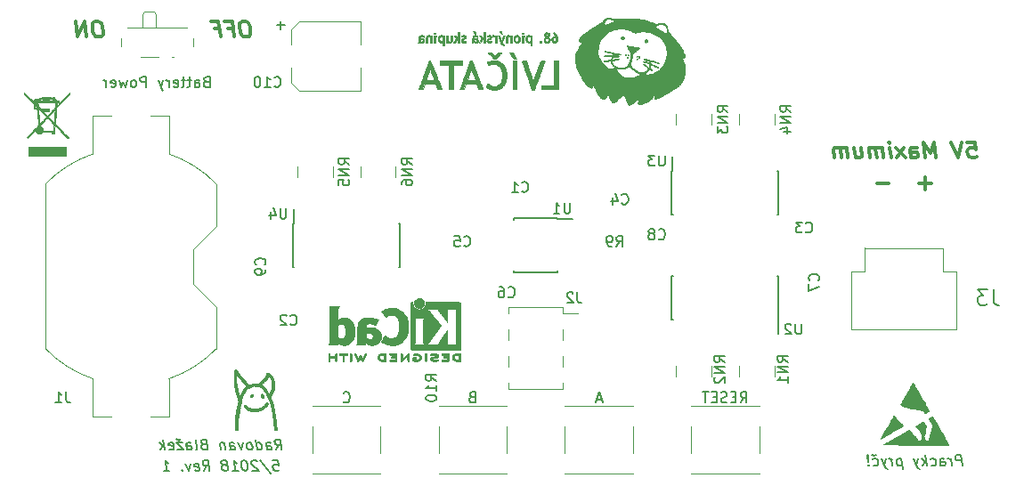
<source format=gbr>
G04 #@! TF.GenerationSoftware,KiCad,Pcbnew,(5.0.0-rc2-dev-482-gf81c77cd4)*
G04 #@! TF.CreationDate,2018-05-10T20:02:33+02:00*
G04 #@! TF.ProjectId,score_board,73636F72655F626F6172642E6B696361,1*
G04 #@! TF.SameCoordinates,Original*
G04 #@! TF.FileFunction,Legend,Bot*
G04 #@! TF.FilePolarity,Positive*
%FSLAX46Y46*%
G04 Gerber Fmt 4.6, Leading zero omitted, Abs format (unit mm)*
G04 Created by KiCad (PCBNEW (5.0.0-rc2-dev-482-gf81c77cd4)) date Thu May 10 20:02:33 2018*
%MOMM*%
%LPD*%
G01*
G04 APERTURE LIST*
%ADD10C,0.300000*%
%ADD11C,0.200000*%
%ADD12C,0.120000*%
%ADD13C,0.100000*%
%ADD14C,0.150000*%
%ADD15C,0.010000*%
G04 APERTURE END LIST*
D10*
X82397142Y-103678571D02*
X82111428Y-103678571D01*
X81977500Y-103750000D01*
X81852500Y-103892857D01*
X81816785Y-104178571D01*
X81879285Y-104678571D01*
X81986428Y-104964285D01*
X82147142Y-105107142D01*
X82298928Y-105178571D01*
X82584642Y-105178571D01*
X82718571Y-105107142D01*
X82843571Y-104964285D01*
X82879285Y-104678571D01*
X82816785Y-104178571D01*
X82709642Y-103892857D01*
X82548928Y-103750000D01*
X82397142Y-103678571D01*
X80700714Y-104392857D02*
X81200714Y-104392857D01*
X81298928Y-105178571D02*
X81111428Y-103678571D01*
X80397142Y-103678571D01*
X79415000Y-104392857D02*
X79915000Y-104392857D01*
X80013214Y-105178571D02*
X79825714Y-103678571D01*
X79111428Y-103678571D01*
X68397142Y-103678571D02*
X68111428Y-103678571D01*
X67977500Y-103750000D01*
X67852500Y-103892857D01*
X67816785Y-104178571D01*
X67879285Y-104678571D01*
X67986428Y-104964285D01*
X68147142Y-105107142D01*
X68298928Y-105178571D01*
X68584642Y-105178571D01*
X68718571Y-105107142D01*
X68843571Y-104964285D01*
X68879285Y-104678571D01*
X68816785Y-104178571D01*
X68709642Y-103892857D01*
X68548928Y-103750000D01*
X68397142Y-103678571D01*
X67298928Y-105178571D02*
X67111428Y-103678571D01*
X66441785Y-105178571D01*
X66254285Y-103678571D01*
X143571428Y-119107142D02*
X142428571Y-119107142D01*
X147571428Y-119107142D02*
X146428571Y-119107142D01*
X147000000Y-119678571D02*
X147000000Y-118535714D01*
D11*
X150532619Y-145952380D02*
X150407619Y-144952380D01*
X150026666Y-144952380D01*
X149937380Y-145000000D01*
X149895714Y-145047619D01*
X149860000Y-145142857D01*
X149877857Y-145285714D01*
X149937380Y-145380952D01*
X149990952Y-145428571D01*
X150092142Y-145476190D01*
X150473095Y-145476190D01*
X149532619Y-145952380D02*
X149449285Y-145285714D01*
X149473095Y-145476190D02*
X149413571Y-145380952D01*
X149360000Y-145333333D01*
X149258809Y-145285714D01*
X149163571Y-145285714D01*
X148485000Y-145952380D02*
X148419523Y-145428571D01*
X148455238Y-145333333D01*
X148544523Y-145285714D01*
X148735000Y-145285714D01*
X148836190Y-145333333D01*
X148479047Y-145904761D02*
X148580238Y-145952380D01*
X148818333Y-145952380D01*
X148907619Y-145904761D01*
X148943333Y-145809523D01*
X148931428Y-145714285D01*
X148871904Y-145619047D01*
X148770714Y-145571428D01*
X148532619Y-145571428D01*
X148431428Y-145523809D01*
X147574285Y-145904761D02*
X147675476Y-145952380D01*
X147865952Y-145952380D01*
X147955238Y-145904761D01*
X147996904Y-145857142D01*
X148032619Y-145761904D01*
X147996904Y-145476190D01*
X147937380Y-145380952D01*
X147883809Y-145333333D01*
X147782619Y-145285714D01*
X147592142Y-145285714D01*
X147502857Y-145333333D01*
X147151666Y-145952380D02*
X147026666Y-144952380D01*
X147008809Y-145571428D02*
X146770714Y-145952380D01*
X146687380Y-145285714D02*
X147115952Y-145666666D01*
X146354047Y-145285714D02*
X146199285Y-145952380D01*
X145877857Y-145285714D02*
X146199285Y-145952380D01*
X146324285Y-146190476D01*
X146377857Y-146238095D01*
X146479047Y-146285714D01*
X144735000Y-145285714D02*
X144860000Y-146285714D01*
X144740952Y-145333333D02*
X144639761Y-145285714D01*
X144449285Y-145285714D01*
X144360000Y-145333333D01*
X144318333Y-145380952D01*
X144282619Y-145476190D01*
X144318333Y-145761904D01*
X144377857Y-145857142D01*
X144431428Y-145904761D01*
X144532619Y-145952380D01*
X144723095Y-145952380D01*
X144812380Y-145904761D01*
X143913571Y-145952380D02*
X143830238Y-145285714D01*
X143854047Y-145476190D02*
X143794523Y-145380952D01*
X143740952Y-145333333D01*
X143639761Y-145285714D01*
X143544523Y-145285714D01*
X143306428Y-145285714D02*
X143151666Y-145952380D01*
X142830238Y-145285714D02*
X143151666Y-145952380D01*
X143276666Y-146190476D01*
X143330238Y-146238095D01*
X143431428Y-146285714D01*
X142098095Y-145904761D02*
X142199285Y-145952380D01*
X142389761Y-145952380D01*
X142479047Y-145904761D01*
X142520714Y-145857142D01*
X142556428Y-145761904D01*
X142520714Y-145476190D01*
X142461190Y-145380952D01*
X142407619Y-145333333D01*
X142306428Y-145285714D01*
X142115952Y-145285714D01*
X142026666Y-145333333D01*
X142354047Y-144904761D02*
X142181428Y-145047619D01*
X141973095Y-144904761D01*
X141663571Y-145857142D02*
X141621904Y-145904761D01*
X141675476Y-145952380D01*
X141717142Y-145904761D01*
X141663571Y-145857142D01*
X141675476Y-145952380D01*
X141627857Y-145571428D02*
X141604047Y-145000000D01*
X141550476Y-144952380D01*
X141508809Y-145000000D01*
X141627857Y-145571428D01*
X141550476Y-144952380D01*
X85270714Y-144452380D02*
X85544523Y-143976190D01*
X85842142Y-144452380D02*
X85717142Y-143452380D01*
X85336190Y-143452380D01*
X85246904Y-143500000D01*
X85205238Y-143547619D01*
X85169523Y-143642857D01*
X85187380Y-143785714D01*
X85246904Y-143880952D01*
X85300476Y-143928571D01*
X85401666Y-143976190D01*
X85782619Y-143976190D01*
X84413571Y-144452380D02*
X84348095Y-143928571D01*
X84383809Y-143833333D01*
X84473095Y-143785714D01*
X84663571Y-143785714D01*
X84764761Y-143833333D01*
X84407619Y-144404761D02*
X84508809Y-144452380D01*
X84746904Y-144452380D01*
X84836190Y-144404761D01*
X84871904Y-144309523D01*
X84860000Y-144214285D01*
X84800476Y-144119047D01*
X84699285Y-144071428D01*
X84461190Y-144071428D01*
X84360000Y-144023809D01*
X83508809Y-144452380D02*
X83383809Y-143452380D01*
X83502857Y-144404761D02*
X83604047Y-144452380D01*
X83794523Y-144452380D01*
X83883809Y-144404761D01*
X83925476Y-144357142D01*
X83961190Y-144261904D01*
X83925476Y-143976190D01*
X83865952Y-143880952D01*
X83812380Y-143833333D01*
X83711190Y-143785714D01*
X83520714Y-143785714D01*
X83431428Y-143833333D01*
X82889761Y-144452380D02*
X82979047Y-144404761D01*
X83020714Y-144357142D01*
X83056428Y-144261904D01*
X83020714Y-143976190D01*
X82961190Y-143880952D01*
X82907619Y-143833333D01*
X82806428Y-143785714D01*
X82663571Y-143785714D01*
X82574285Y-143833333D01*
X82532619Y-143880952D01*
X82496904Y-143976190D01*
X82532619Y-144261904D01*
X82592142Y-144357142D01*
X82645714Y-144404761D01*
X82746904Y-144452380D01*
X82889761Y-144452380D01*
X82139761Y-143785714D02*
X81985000Y-144452380D01*
X81663571Y-143785714D01*
X80937380Y-144452380D02*
X80871904Y-143928571D01*
X80907619Y-143833333D01*
X80996904Y-143785714D01*
X81187380Y-143785714D01*
X81288571Y-143833333D01*
X80931428Y-144404761D02*
X81032619Y-144452380D01*
X81270714Y-144452380D01*
X81360000Y-144404761D01*
X81395714Y-144309523D01*
X81383809Y-144214285D01*
X81324285Y-144119047D01*
X81223095Y-144071428D01*
X80985000Y-144071428D01*
X80883809Y-144023809D01*
X80377857Y-143785714D02*
X80461190Y-144452380D01*
X80389761Y-143880952D02*
X80336190Y-143833333D01*
X80235000Y-143785714D01*
X80092142Y-143785714D01*
X80002857Y-143833333D01*
X79967142Y-143928571D01*
X80032619Y-144452380D01*
X78395714Y-143928571D02*
X78258809Y-143976190D01*
X78217142Y-144023809D01*
X78181428Y-144119047D01*
X78199285Y-144261904D01*
X78258809Y-144357142D01*
X78312380Y-144404761D01*
X78413571Y-144452380D01*
X78794523Y-144452380D01*
X78669523Y-143452380D01*
X78336190Y-143452380D01*
X78246904Y-143500000D01*
X78205238Y-143547619D01*
X78169523Y-143642857D01*
X78181428Y-143738095D01*
X78240952Y-143833333D01*
X78294523Y-143880952D01*
X78395714Y-143928571D01*
X78729047Y-143928571D01*
X77651666Y-144452380D02*
X77740952Y-144404761D01*
X77776666Y-144309523D01*
X77669523Y-143452380D01*
X76842142Y-144452380D02*
X76776666Y-143928571D01*
X76812380Y-143833333D01*
X76901666Y-143785714D01*
X77092142Y-143785714D01*
X77193333Y-143833333D01*
X76836190Y-144404761D02*
X76937380Y-144452380D01*
X77175476Y-144452380D01*
X77264761Y-144404761D01*
X77300476Y-144309523D01*
X77288571Y-144214285D01*
X77229047Y-144119047D01*
X77127857Y-144071428D01*
X76889761Y-144071428D01*
X76788571Y-144023809D01*
X76377857Y-143785714D02*
X75854047Y-143785714D01*
X76461190Y-144452380D01*
X75937380Y-144452380D01*
X76235000Y-143404761D02*
X76062380Y-143547619D01*
X75854047Y-143404761D01*
X75169523Y-144404761D02*
X75270714Y-144452380D01*
X75461190Y-144452380D01*
X75550476Y-144404761D01*
X75586190Y-144309523D01*
X75538571Y-143928571D01*
X75479047Y-143833333D01*
X75377857Y-143785714D01*
X75187380Y-143785714D01*
X75098095Y-143833333D01*
X75062380Y-143928571D01*
X75074285Y-144023809D01*
X75562380Y-144119047D01*
X74699285Y-144452380D02*
X74574285Y-143452380D01*
X74556428Y-144071428D02*
X74318333Y-144452380D01*
X74235000Y-143785714D02*
X74663571Y-144166666D01*
X84955238Y-145452380D02*
X85431428Y-145452380D01*
X85538571Y-145928571D01*
X85485000Y-145880952D01*
X85383809Y-145833333D01*
X85145714Y-145833333D01*
X85056428Y-145880952D01*
X85014761Y-145928571D01*
X84979047Y-146023809D01*
X85008809Y-146261904D01*
X85068333Y-146357142D01*
X85121904Y-146404761D01*
X85223095Y-146452380D01*
X85461190Y-146452380D01*
X85550476Y-146404761D01*
X85592142Y-146357142D01*
X83758809Y-145404761D02*
X84776666Y-146690476D01*
X83490952Y-145547619D02*
X83437380Y-145500000D01*
X83336190Y-145452380D01*
X83098095Y-145452380D01*
X83008809Y-145500000D01*
X82967142Y-145547619D01*
X82931428Y-145642857D01*
X82943333Y-145738095D01*
X83008809Y-145880952D01*
X83651666Y-146452380D01*
X83032619Y-146452380D01*
X82288571Y-145452380D02*
X82193333Y-145452380D01*
X82104047Y-145500000D01*
X82062380Y-145547619D01*
X82026666Y-145642857D01*
X82002857Y-145833333D01*
X82032619Y-146071428D01*
X82104047Y-146261904D01*
X82163571Y-146357142D01*
X82217142Y-146404761D01*
X82318333Y-146452380D01*
X82413571Y-146452380D01*
X82502857Y-146404761D01*
X82544523Y-146357142D01*
X82580238Y-146261904D01*
X82604047Y-146071428D01*
X82574285Y-145833333D01*
X82502857Y-145642857D01*
X82443333Y-145547619D01*
X82389761Y-145500000D01*
X82288571Y-145452380D01*
X81127857Y-146452380D02*
X81699285Y-146452380D01*
X81413571Y-146452380D02*
X81288571Y-145452380D01*
X81401666Y-145595238D01*
X81508809Y-145690476D01*
X81610000Y-145738095D01*
X80485000Y-145880952D02*
X80574285Y-145833333D01*
X80615952Y-145785714D01*
X80651666Y-145690476D01*
X80645714Y-145642857D01*
X80586190Y-145547619D01*
X80532619Y-145500000D01*
X80431428Y-145452380D01*
X80240952Y-145452380D01*
X80151666Y-145500000D01*
X80110000Y-145547619D01*
X80074285Y-145642857D01*
X80080238Y-145690476D01*
X80139761Y-145785714D01*
X80193333Y-145833333D01*
X80294523Y-145880952D01*
X80485000Y-145880952D01*
X80586190Y-145928571D01*
X80639761Y-145976190D01*
X80699285Y-146071428D01*
X80723095Y-146261904D01*
X80687380Y-146357142D01*
X80645714Y-146404761D01*
X80556428Y-146452380D01*
X80365952Y-146452380D01*
X80264761Y-146404761D01*
X80211190Y-146357142D01*
X80151666Y-146261904D01*
X80127857Y-146071428D01*
X80163571Y-145976190D01*
X80205238Y-145928571D01*
X80294523Y-145880952D01*
X78413571Y-146452380D02*
X78687380Y-145976190D01*
X78985000Y-146452380D02*
X78860000Y-145452380D01*
X78479047Y-145452380D01*
X78389761Y-145500000D01*
X78348095Y-145547619D01*
X78312380Y-145642857D01*
X78330238Y-145785714D01*
X78389761Y-145880952D01*
X78443333Y-145928571D01*
X78544523Y-145976190D01*
X78925476Y-145976190D01*
X77598095Y-146404761D02*
X77699285Y-146452380D01*
X77889761Y-146452380D01*
X77979047Y-146404761D01*
X78014761Y-146309523D01*
X77967142Y-145928571D01*
X77907619Y-145833333D01*
X77806428Y-145785714D01*
X77615952Y-145785714D01*
X77526666Y-145833333D01*
X77490952Y-145928571D01*
X77502857Y-146023809D01*
X77990952Y-146119047D01*
X77139761Y-145785714D02*
X76985000Y-146452380D01*
X76663571Y-145785714D01*
X76354047Y-146357142D02*
X76312380Y-146404761D01*
X76365952Y-146452380D01*
X76407619Y-146404761D01*
X76354047Y-146357142D01*
X76365952Y-146452380D01*
X74604047Y-146452380D02*
X75175476Y-146452380D01*
X74889761Y-146452380D02*
X74764761Y-145452380D01*
X74877857Y-145595238D01*
X74985000Y-145690476D01*
X75086190Y-145738095D01*
D10*
X151004285Y-115178571D02*
X151718571Y-115178571D01*
X151879285Y-115892857D01*
X151798928Y-115821428D01*
X151647142Y-115750000D01*
X151290000Y-115750000D01*
X151156071Y-115821428D01*
X151093571Y-115892857D01*
X151040000Y-116035714D01*
X151084642Y-116392857D01*
X151173928Y-116535714D01*
X151254285Y-116607142D01*
X151406071Y-116678571D01*
X151763214Y-116678571D01*
X151897142Y-116607142D01*
X151959642Y-116535714D01*
X150504285Y-115178571D02*
X150191785Y-116678571D01*
X149504285Y-115178571D01*
X148048928Y-116678571D02*
X147861428Y-115178571D01*
X147495357Y-116250000D01*
X146861428Y-115178571D01*
X147048928Y-116678571D01*
X145691785Y-116678571D02*
X145593571Y-115892857D01*
X145647142Y-115750000D01*
X145781071Y-115678571D01*
X146066785Y-115678571D01*
X146218571Y-115750000D01*
X145682857Y-116607142D02*
X145834642Y-116678571D01*
X146191785Y-116678571D01*
X146325714Y-116607142D01*
X146379285Y-116464285D01*
X146361428Y-116321428D01*
X146272142Y-116178571D01*
X146120357Y-116107142D01*
X145763214Y-116107142D01*
X145611428Y-116035714D01*
X145120357Y-116678571D02*
X144209642Y-115678571D01*
X144995357Y-115678571D02*
X144334642Y-116678571D01*
X143763214Y-116678571D02*
X143638214Y-115678571D01*
X143575714Y-115178571D02*
X143656071Y-115250000D01*
X143593571Y-115321428D01*
X143513214Y-115250000D01*
X143575714Y-115178571D01*
X143593571Y-115321428D01*
X143048928Y-116678571D02*
X142923928Y-115678571D01*
X142941785Y-115821428D02*
X142861428Y-115750000D01*
X142709642Y-115678571D01*
X142495357Y-115678571D01*
X142361428Y-115750000D01*
X142307857Y-115892857D01*
X142406071Y-116678571D01*
X142307857Y-115892857D02*
X142218571Y-115750000D01*
X142066785Y-115678571D01*
X141852500Y-115678571D01*
X141718571Y-115750000D01*
X141665000Y-115892857D01*
X141763214Y-116678571D01*
X140281071Y-115678571D02*
X140406071Y-116678571D01*
X140923928Y-115678571D02*
X141022142Y-116464285D01*
X140968571Y-116607142D01*
X140834642Y-116678571D01*
X140620357Y-116678571D01*
X140468571Y-116607142D01*
X140388214Y-116535714D01*
X139691785Y-116678571D02*
X139566785Y-115678571D01*
X139584642Y-115821428D02*
X139504285Y-115750000D01*
X139352500Y-115678571D01*
X139138214Y-115678571D01*
X139004285Y-115750000D01*
X138950714Y-115892857D01*
X139048928Y-116678571D01*
X138950714Y-115892857D02*
X138861428Y-115750000D01*
X138709642Y-115678571D01*
X138495357Y-115678571D01*
X138361428Y-115750000D01*
X138307857Y-115892857D01*
X138406071Y-116678571D01*
D12*
X93300000Y-103700000D02*
X93300000Y-105880000D01*
X93300000Y-110300000D02*
X93300000Y-108120000D01*
X86700000Y-104460000D02*
X86700000Y-105880000D01*
X86700000Y-109540000D02*
X86700000Y-108120000D01*
X93300000Y-103700000D02*
X87460000Y-103700000D01*
X87460000Y-103700000D02*
X86700000Y-104460000D01*
X86700000Y-109540000D02*
X87460000Y-110300000D01*
X87460000Y-110300000D02*
X93300000Y-110300000D01*
X112600000Y-130910000D02*
X107400000Y-130910000D01*
X112600000Y-138650000D02*
X107400000Y-138650000D01*
X114040000Y-131480000D02*
X112600000Y-131480000D01*
X112600000Y-130910000D02*
X112600000Y-131480000D01*
X107400000Y-130910000D02*
X107400000Y-131480000D01*
X112600000Y-138080000D02*
X112600000Y-138650000D01*
X107400000Y-138080000D02*
X107400000Y-138650000D01*
X112600000Y-133000000D02*
X112600000Y-134020000D01*
X107400000Y-133000000D02*
X107400000Y-134020000D01*
X112600000Y-135540000D02*
X112600000Y-136560000D01*
X107400000Y-135540000D02*
X107400000Y-136560000D01*
X75400000Y-107120000D02*
X75600000Y-107120000D01*
X72600000Y-102980000D02*
X72800000Y-102770000D01*
X73900000Y-102980000D02*
X73700000Y-102770000D01*
X72600000Y-104270000D02*
X72600000Y-102980000D01*
X72800000Y-102770000D02*
X73700000Y-102770000D01*
X73900000Y-102980000D02*
X73900000Y-104270000D01*
X71150000Y-104270000D02*
X76850000Y-104270000D01*
X72400000Y-107120000D02*
X74100000Y-107120000D01*
X70550000Y-106070000D02*
X70550000Y-105280000D01*
X77450000Y-105280000D02*
X77450000Y-106070000D01*
X131230000Y-146730000D02*
X124770000Y-146730000D01*
X131230000Y-142200000D02*
X131230000Y-144800000D01*
X131230000Y-140270000D02*
X124770000Y-140270000D01*
X124770000Y-142200000D02*
X124770000Y-144800000D01*
X131230000Y-140300000D02*
X131230000Y-140270000D01*
X131230000Y-146730000D02*
X131230000Y-146700000D01*
X124770000Y-146730000D02*
X124770000Y-146700000D01*
X124770000Y-140270000D02*
X124770000Y-140300000D01*
X100770000Y-140270000D02*
X100770000Y-140300000D01*
X100770000Y-146730000D02*
X100770000Y-146700000D01*
X107230000Y-146730000D02*
X107230000Y-146700000D01*
X107230000Y-140300000D02*
X107230000Y-140270000D01*
X100770000Y-142200000D02*
X100770000Y-144800000D01*
X107230000Y-140270000D02*
X100770000Y-140270000D01*
X107230000Y-142200000D02*
X107230000Y-144800000D01*
X107230000Y-146730000D02*
X100770000Y-146730000D01*
X119230000Y-146730000D02*
X112770000Y-146730000D01*
X119230000Y-142200000D02*
X119230000Y-144800000D01*
X119230000Y-140270000D02*
X112770000Y-140270000D01*
X112770000Y-142200000D02*
X112770000Y-144800000D01*
X119230000Y-140300000D02*
X119230000Y-140270000D01*
X119230000Y-146730000D02*
X119230000Y-146700000D01*
X112770000Y-146730000D02*
X112770000Y-146700000D01*
X112770000Y-140270000D02*
X112770000Y-140300000D01*
X88770000Y-140270000D02*
X88770000Y-140300000D01*
X88770000Y-146730000D02*
X88770000Y-146700000D01*
X95230000Y-146730000D02*
X95230000Y-146700000D01*
X95230000Y-140300000D02*
X95230000Y-140270000D01*
X88770000Y-142200000D02*
X88770000Y-144800000D01*
X95230000Y-140270000D02*
X88770000Y-140270000D01*
X95230000Y-142200000D02*
X95230000Y-144800000D01*
X95230000Y-146730000D02*
X88770000Y-146730000D01*
D13*
X140000000Y-133000000D02*
X150000000Y-133000000D01*
X150000000Y-133000000D02*
X150000000Y-127500000D01*
X150000000Y-127500000D02*
X148750000Y-127500000D01*
X148750000Y-127500000D02*
X148750000Y-125250000D01*
X140000000Y-132994011D02*
X140000000Y-127494011D01*
X140000000Y-127500000D02*
X141250000Y-127500000D01*
X141250000Y-127494011D02*
X141250000Y-125244011D01*
X141250000Y-125250000D02*
X148750000Y-125250000D01*
D12*
X123320000Y-137500000D02*
X123320000Y-136500000D01*
X126680000Y-137500000D02*
X126680000Y-136500000D01*
X123320000Y-112500000D02*
X123320000Y-113500000D01*
X126680000Y-112500000D02*
X126680000Y-113500000D01*
X132680000Y-112500000D02*
X132680000Y-113500000D01*
X129320000Y-112500000D02*
X129320000Y-113500000D01*
X87320000Y-117500000D02*
X87320000Y-118500000D01*
X90680000Y-117500000D02*
X90680000Y-118500000D01*
X96680000Y-117500000D02*
X96680000Y-118500000D01*
X93320000Y-117500000D02*
X93320000Y-118500000D01*
X132680000Y-137500000D02*
X132680000Y-136500000D01*
X129320000Y-137500000D02*
X129320000Y-136500000D01*
D14*
X86950000Y-122925000D02*
X86950000Y-121550000D01*
X97075000Y-122925000D02*
X97075000Y-127075000D01*
X86925000Y-122925000D02*
X86925000Y-127075000D01*
X97075000Y-122925000D02*
X96970000Y-122925000D01*
X97075000Y-127075000D02*
X96970000Y-127075000D01*
X86925000Y-127075000D02*
X87030000Y-127075000D01*
X86925000Y-122925000D02*
X86950000Y-122925000D01*
X122925000Y-117925000D02*
X122950000Y-117925000D01*
X122925000Y-122075000D02*
X123030000Y-122075000D01*
X133075000Y-122075000D02*
X132970000Y-122075000D01*
X133075000Y-117925000D02*
X132970000Y-117925000D01*
X122925000Y-117925000D02*
X122925000Y-122075000D01*
X133075000Y-117925000D02*
X133075000Y-122075000D01*
X122950000Y-117925000D02*
X122950000Y-116550000D01*
X133075000Y-132075000D02*
X133050000Y-132075000D01*
X133075000Y-127925000D02*
X132970000Y-127925000D01*
X122925000Y-127925000D02*
X123030000Y-127925000D01*
X122925000Y-132075000D02*
X123030000Y-132075000D01*
X133075000Y-132075000D02*
X133075000Y-127925000D01*
X122925000Y-132075000D02*
X122925000Y-127925000D01*
X133050000Y-132075000D02*
X133050000Y-133450000D01*
X112075000Y-122425000D02*
X112075000Y-122475000D01*
X107925000Y-122425000D02*
X107925000Y-122570000D01*
X107925000Y-127575000D02*
X107925000Y-127430000D01*
X112075000Y-127575000D02*
X112075000Y-127430000D01*
X112075000Y-122425000D02*
X107925000Y-122425000D01*
X112075000Y-127575000D02*
X107925000Y-127575000D01*
X112075000Y-122475000D02*
X113475000Y-122475000D01*
D12*
X79611789Y-119154630D02*
G75*
G03X75110000Y-116308000I-8111789J-7845370D01*
G01*
X63388211Y-134845370D02*
G75*
G03X67890000Y-137692000I8111789J7845370D01*
G01*
X79611789Y-134845370D02*
G75*
G02X75110000Y-137692000I-8111789J7845370D01*
G01*
X63388211Y-119154630D02*
G75*
G02X67890000Y-116308000I8111789J-7845370D01*
G01*
X73400000Y-112690000D02*
X75110000Y-112690000D01*
X75110000Y-116308000D02*
X75110000Y-112690000D01*
X79610000Y-123140000D02*
X79610000Y-119152700D01*
X77410000Y-125340000D02*
X79610000Y-123140000D01*
X77410000Y-128660000D02*
X77410000Y-125340000D01*
X77410000Y-128660000D02*
X79610000Y-130860000D01*
X79610000Y-134847300D02*
X79610000Y-130860000D01*
X73400000Y-141310000D02*
X75110000Y-141310000D01*
X75110000Y-141310000D02*
X75110000Y-137692000D01*
X67890000Y-137692000D02*
X67890000Y-141310000D01*
X69600000Y-141310000D02*
X67890000Y-141310000D01*
X63390000Y-119152700D02*
X63390000Y-134847300D01*
X69600000Y-112690000D02*
X67890000Y-112690000D01*
X67890000Y-112690000D02*
X67890000Y-116308000D01*
D15*
G36*
X98823043Y-130036571D02*
X98726768Y-130060809D01*
X98640184Y-130103641D01*
X98565373Y-130163419D01*
X98504418Y-130238494D01*
X98459399Y-130327220D01*
X98433136Y-130423530D01*
X98427286Y-130520795D01*
X98442140Y-130614654D01*
X98475840Y-130702511D01*
X98526528Y-130781770D01*
X98592345Y-130849836D01*
X98671434Y-130904112D01*
X98761934Y-130942002D01*
X98813200Y-130954426D01*
X98857698Y-130961947D01*
X98891999Y-130964919D01*
X98924960Y-130963094D01*
X98965434Y-130956225D01*
X98998531Y-130949250D01*
X99091947Y-130917741D01*
X99175619Y-130866617D01*
X99247665Y-130797429D01*
X99306200Y-130711728D01*
X99320148Y-130684489D01*
X99336586Y-130648122D01*
X99346894Y-130617582D01*
X99352460Y-130585450D01*
X99354669Y-130544307D01*
X99354948Y-130498222D01*
X99350861Y-130413865D01*
X99337446Y-130344586D01*
X99312256Y-130283961D01*
X99272846Y-130225567D01*
X99234298Y-130181302D01*
X99162406Y-130115484D01*
X99087313Y-130070053D01*
X99004562Y-130042850D01*
X98926928Y-130032576D01*
X98823043Y-130036571D01*
X98823043Y-130036571D01*
G37*
X98823043Y-130036571D02*
X98726768Y-130060809D01*
X98640184Y-130103641D01*
X98565373Y-130163419D01*
X98504418Y-130238494D01*
X98459399Y-130327220D01*
X98433136Y-130423530D01*
X98427286Y-130520795D01*
X98442140Y-130614654D01*
X98475840Y-130702511D01*
X98526528Y-130781770D01*
X98592345Y-130849836D01*
X98671434Y-130904112D01*
X98761934Y-130942002D01*
X98813200Y-130954426D01*
X98857698Y-130961947D01*
X98891999Y-130964919D01*
X98924960Y-130963094D01*
X98965434Y-130956225D01*
X98998531Y-130949250D01*
X99091947Y-130917741D01*
X99175619Y-130866617D01*
X99247665Y-130797429D01*
X99306200Y-130711728D01*
X99320148Y-130684489D01*
X99336586Y-130648122D01*
X99346894Y-130617582D01*
X99352460Y-130585450D01*
X99354669Y-130544307D01*
X99354948Y-130498222D01*
X99350861Y-130413865D01*
X99337446Y-130344586D01*
X99312256Y-130283961D01*
X99272846Y-130225567D01*
X99234298Y-130181302D01*
X99162406Y-130115484D01*
X99087313Y-130070053D01*
X99004562Y-130042850D01*
X98926928Y-130032576D01*
X98823043Y-130036571D01*
G36*
X90363493Y-132482245D02*
X90363474Y-132716662D01*
X90363448Y-132929603D01*
X90363375Y-133122168D01*
X90363218Y-133295459D01*
X90362936Y-133450576D01*
X90362491Y-133588620D01*
X90361844Y-133710692D01*
X90360955Y-133817894D01*
X90359787Y-133911326D01*
X90358299Y-133992090D01*
X90356454Y-134061286D01*
X90354211Y-134120015D01*
X90351531Y-134169379D01*
X90348377Y-134210478D01*
X90344708Y-134244413D01*
X90340487Y-134272286D01*
X90335673Y-134295198D01*
X90330227Y-134314249D01*
X90324112Y-134330540D01*
X90317288Y-134345173D01*
X90309715Y-134359249D01*
X90301355Y-134373868D01*
X90296161Y-134382974D01*
X90261896Y-134443689D01*
X91120045Y-134443689D01*
X91120045Y-134347733D01*
X91120776Y-134304370D01*
X91122728Y-134271205D01*
X91125537Y-134253424D01*
X91126779Y-134251778D01*
X91138201Y-134258662D01*
X91160916Y-134276505D01*
X91183615Y-134295879D01*
X91238200Y-134336614D01*
X91307679Y-134377617D01*
X91384730Y-134415123D01*
X91462035Y-134445364D01*
X91492887Y-134455012D01*
X91561384Y-134469578D01*
X91644236Y-134479539D01*
X91733629Y-134484583D01*
X91821752Y-134484396D01*
X91900793Y-134478666D01*
X91938489Y-134472858D01*
X92076586Y-134434797D01*
X92203887Y-134377073D01*
X92319708Y-134300211D01*
X92423363Y-134204739D01*
X92514167Y-134091179D01*
X92580969Y-133980381D01*
X92635836Y-133863625D01*
X92677837Y-133744276D01*
X92707833Y-133618283D01*
X92726689Y-133481594D01*
X92735268Y-133330158D01*
X92735994Y-133252711D01*
X92733900Y-133195934D01*
X91904783Y-133195934D01*
X91904576Y-133289002D01*
X91901663Y-133376692D01*
X91896000Y-133453772D01*
X91887545Y-133515009D01*
X91884962Y-133527350D01*
X91853160Y-133634633D01*
X91811502Y-133721658D01*
X91759637Y-133788642D01*
X91697219Y-133835805D01*
X91623900Y-133863365D01*
X91539331Y-133871541D01*
X91443165Y-133860551D01*
X91379689Y-133844829D01*
X91330546Y-133826639D01*
X91276417Y-133800791D01*
X91235756Y-133777089D01*
X91165200Y-133730721D01*
X91165200Y-132580530D01*
X91232608Y-132536962D01*
X91311133Y-132496040D01*
X91395319Y-132469389D01*
X91480443Y-132457465D01*
X91561784Y-132460722D01*
X91634620Y-132479615D01*
X91666574Y-132495184D01*
X91724499Y-132538181D01*
X91773456Y-132594953D01*
X91814610Y-132667575D01*
X91849126Y-132758121D01*
X91878167Y-132868666D01*
X91879448Y-132874533D01*
X91889619Y-132936788D01*
X91897261Y-133014594D01*
X91902330Y-133102720D01*
X91904783Y-133195934D01*
X92733900Y-133195934D01*
X92728143Y-133039895D01*
X92706198Y-132844059D01*
X92670214Y-132665332D01*
X92620241Y-132503845D01*
X92556332Y-132359726D01*
X92478538Y-132233106D01*
X92386911Y-132124115D01*
X92281503Y-132032883D01*
X92236338Y-132001932D01*
X92135389Y-131945785D01*
X92032099Y-131906174D01*
X91922011Y-131882014D01*
X91800670Y-131872219D01*
X91708164Y-131873265D01*
X91578510Y-131884231D01*
X91465916Y-131906046D01*
X91367125Y-131939714D01*
X91278879Y-131986236D01*
X91230014Y-132020448D01*
X91200647Y-132042362D01*
X91178957Y-132057333D01*
X91170747Y-132061733D01*
X91169132Y-132050904D01*
X91167841Y-132020251D01*
X91166862Y-131972526D01*
X91166183Y-131910479D01*
X91165790Y-131836862D01*
X91165670Y-131754427D01*
X91165812Y-131665925D01*
X91166203Y-131574107D01*
X91166829Y-131481724D01*
X91167680Y-131391528D01*
X91168740Y-131306271D01*
X91169999Y-131228703D01*
X91171444Y-131161576D01*
X91173062Y-131107641D01*
X91174839Y-131069650D01*
X91175331Y-131062667D01*
X91182908Y-130992251D01*
X91194469Y-130937102D01*
X91212208Y-130889981D01*
X91238318Y-130843647D01*
X91244585Y-130834067D01*
X91269017Y-130797378D01*
X90363689Y-130797378D01*
X90363493Y-132482245D01*
X90363493Y-132482245D01*
G37*
X90363493Y-132482245D02*
X90363474Y-132716662D01*
X90363448Y-132929603D01*
X90363375Y-133122168D01*
X90363218Y-133295459D01*
X90362936Y-133450576D01*
X90362491Y-133588620D01*
X90361844Y-133710692D01*
X90360955Y-133817894D01*
X90359787Y-133911326D01*
X90358299Y-133992090D01*
X90356454Y-134061286D01*
X90354211Y-134120015D01*
X90351531Y-134169379D01*
X90348377Y-134210478D01*
X90344708Y-134244413D01*
X90340487Y-134272286D01*
X90335673Y-134295198D01*
X90330227Y-134314249D01*
X90324112Y-134330540D01*
X90317288Y-134345173D01*
X90309715Y-134359249D01*
X90301355Y-134373868D01*
X90296161Y-134382974D01*
X90261896Y-134443689D01*
X91120045Y-134443689D01*
X91120045Y-134347733D01*
X91120776Y-134304370D01*
X91122728Y-134271205D01*
X91125537Y-134253424D01*
X91126779Y-134251778D01*
X91138201Y-134258662D01*
X91160916Y-134276505D01*
X91183615Y-134295879D01*
X91238200Y-134336614D01*
X91307679Y-134377617D01*
X91384730Y-134415123D01*
X91462035Y-134445364D01*
X91492887Y-134455012D01*
X91561384Y-134469578D01*
X91644236Y-134479539D01*
X91733629Y-134484583D01*
X91821752Y-134484396D01*
X91900793Y-134478666D01*
X91938489Y-134472858D01*
X92076586Y-134434797D01*
X92203887Y-134377073D01*
X92319708Y-134300211D01*
X92423363Y-134204739D01*
X92514167Y-134091179D01*
X92580969Y-133980381D01*
X92635836Y-133863625D01*
X92677837Y-133744276D01*
X92707833Y-133618283D01*
X92726689Y-133481594D01*
X92735268Y-133330158D01*
X92735994Y-133252711D01*
X92733900Y-133195934D01*
X91904783Y-133195934D01*
X91904576Y-133289002D01*
X91901663Y-133376692D01*
X91896000Y-133453772D01*
X91887545Y-133515009D01*
X91884962Y-133527350D01*
X91853160Y-133634633D01*
X91811502Y-133721658D01*
X91759637Y-133788642D01*
X91697219Y-133835805D01*
X91623900Y-133863365D01*
X91539331Y-133871541D01*
X91443165Y-133860551D01*
X91379689Y-133844829D01*
X91330546Y-133826639D01*
X91276417Y-133800791D01*
X91235756Y-133777089D01*
X91165200Y-133730721D01*
X91165200Y-132580530D01*
X91232608Y-132536962D01*
X91311133Y-132496040D01*
X91395319Y-132469389D01*
X91480443Y-132457465D01*
X91561784Y-132460722D01*
X91634620Y-132479615D01*
X91666574Y-132495184D01*
X91724499Y-132538181D01*
X91773456Y-132594953D01*
X91814610Y-132667575D01*
X91849126Y-132758121D01*
X91878167Y-132868666D01*
X91879448Y-132874533D01*
X91889619Y-132936788D01*
X91897261Y-133014594D01*
X91902330Y-133102720D01*
X91904783Y-133195934D01*
X92733900Y-133195934D01*
X92728143Y-133039895D01*
X92706198Y-132844059D01*
X92670214Y-132665332D01*
X92620241Y-132503845D01*
X92556332Y-132359726D01*
X92478538Y-132233106D01*
X92386911Y-132124115D01*
X92281503Y-132032883D01*
X92236338Y-132001932D01*
X92135389Y-131945785D01*
X92032099Y-131906174D01*
X91922011Y-131882014D01*
X91800670Y-131872219D01*
X91708164Y-131873265D01*
X91578510Y-131884231D01*
X91465916Y-131906046D01*
X91367125Y-131939714D01*
X91278879Y-131986236D01*
X91230014Y-132020448D01*
X91200647Y-132042362D01*
X91178957Y-132057333D01*
X91170747Y-132061733D01*
X91169132Y-132050904D01*
X91167841Y-132020251D01*
X91166862Y-131972526D01*
X91166183Y-131910479D01*
X91165790Y-131836862D01*
X91165670Y-131754427D01*
X91165812Y-131665925D01*
X91166203Y-131574107D01*
X91166829Y-131481724D01*
X91167680Y-131391528D01*
X91168740Y-131306271D01*
X91169999Y-131228703D01*
X91171444Y-131161576D01*
X91173062Y-131107641D01*
X91174839Y-131069650D01*
X91175331Y-131062667D01*
X91182908Y-130992251D01*
X91194469Y-130937102D01*
X91212208Y-130889981D01*
X91238318Y-130843647D01*
X91244585Y-130834067D01*
X91269017Y-130797378D01*
X90363689Y-130797378D01*
X90363493Y-132482245D01*
G36*
X93876426Y-131876552D02*
X93724508Y-131896567D01*
X93589244Y-131930202D01*
X93469761Y-131977725D01*
X93365185Y-132039405D01*
X93287576Y-132102965D01*
X93218735Y-132177099D01*
X93164994Y-132256871D01*
X93122090Y-132349091D01*
X93106616Y-132392161D01*
X93093756Y-132431142D01*
X93082554Y-132467289D01*
X93072880Y-132502434D01*
X93064604Y-132538410D01*
X93057597Y-132577050D01*
X93051728Y-132620185D01*
X93046869Y-132669649D01*
X93042890Y-132727273D01*
X93039660Y-132794891D01*
X93037051Y-132874334D01*
X93034933Y-132967436D01*
X93033176Y-133076027D01*
X93031651Y-133201942D01*
X93030228Y-133347012D01*
X93028975Y-133489778D01*
X93027649Y-133645968D01*
X93026444Y-133781239D01*
X93025234Y-133897246D01*
X93023894Y-133995645D01*
X93022300Y-134078093D01*
X93020325Y-134146246D01*
X93017844Y-134201760D01*
X93014731Y-134246292D01*
X93010862Y-134281498D01*
X93006111Y-134309034D01*
X93000352Y-134330556D01*
X92993461Y-134347722D01*
X92985311Y-134362186D01*
X92975777Y-134375606D01*
X92964734Y-134389638D01*
X92960434Y-134395071D01*
X92944614Y-134417910D01*
X92937578Y-134433463D01*
X92937556Y-134433922D01*
X92948433Y-134436121D01*
X92979418Y-134438147D01*
X93028043Y-134439942D01*
X93091837Y-134441451D01*
X93168331Y-134442616D01*
X93255056Y-134443380D01*
X93349543Y-134443686D01*
X93360450Y-134443689D01*
X93783343Y-134443689D01*
X93786605Y-134347622D01*
X93789867Y-134251556D01*
X93851956Y-134302543D01*
X93949286Y-134370057D01*
X94059187Y-134424749D01*
X94145651Y-134454978D01*
X94214722Y-134469666D01*
X94298075Y-134479659D01*
X94387841Y-134484646D01*
X94476155Y-134484313D01*
X94555149Y-134478351D01*
X94591378Y-134472638D01*
X94731397Y-134434776D01*
X94857822Y-134379932D01*
X94969740Y-134308924D01*
X95066238Y-134222568D01*
X95146400Y-134121679D01*
X95209313Y-134007076D01*
X95253688Y-133880984D01*
X95266022Y-133824401D01*
X95273632Y-133762202D01*
X95277261Y-133687363D01*
X95277755Y-133653467D01*
X95277690Y-133650282D01*
X94517752Y-133650282D01*
X94508459Y-133725333D01*
X94480272Y-133789160D01*
X94431803Y-133844798D01*
X94426746Y-133849211D01*
X94378452Y-133884037D01*
X94326743Y-133906620D01*
X94266011Y-133918540D01*
X94190648Y-133921383D01*
X94172541Y-133920978D01*
X94118722Y-133918325D01*
X94078692Y-133912909D01*
X94043676Y-133902745D01*
X94004897Y-133885850D01*
X93994255Y-133880672D01*
X93933604Y-133844844D01*
X93886785Y-133802212D01*
X93874048Y-133786973D01*
X93829378Y-133730462D01*
X93829378Y-133534586D01*
X93829914Y-133455939D01*
X93831604Y-133397988D01*
X93834572Y-133358875D01*
X93838943Y-133336741D01*
X93843028Y-133330274D01*
X93858953Y-133327111D01*
X93892736Y-133324488D01*
X93939660Y-133322655D01*
X93995007Y-133321857D01*
X94003894Y-133321842D01*
X94124670Y-133327096D01*
X94227340Y-133343263D01*
X94313894Y-133370961D01*
X94386319Y-133410808D01*
X94441249Y-133457758D01*
X94485796Y-133515645D01*
X94510520Y-133578693D01*
X94517752Y-133650282D01*
X95277690Y-133650282D01*
X95275822Y-133559712D01*
X95267478Y-133480812D01*
X95251232Y-133409590D01*
X95225595Y-133338864D01*
X95201599Y-133286493D01*
X95142980Y-133191196D01*
X95064883Y-133103170D01*
X94969685Y-133024017D01*
X94859762Y-132955340D01*
X94737490Y-132898741D01*
X94605245Y-132855821D01*
X94540578Y-132840882D01*
X94404396Y-132818777D01*
X94255951Y-132804194D01*
X94104495Y-132797813D01*
X93977936Y-132799445D01*
X93816050Y-132806224D01*
X93823470Y-132747245D01*
X93842762Y-132648092D01*
X93873896Y-132567372D01*
X93917731Y-132504466D01*
X93975129Y-132458756D01*
X94046952Y-132429622D01*
X94134059Y-132416447D01*
X94237314Y-132418611D01*
X94275289Y-132422612D01*
X94416480Y-132447780D01*
X94553293Y-132488814D01*
X94647822Y-132526815D01*
X94692982Y-132546190D01*
X94731415Y-132561760D01*
X94757766Y-132571405D01*
X94765454Y-132573452D01*
X94775198Y-132564374D01*
X94791917Y-132535405D01*
X94815768Y-132486217D01*
X94846907Y-132416484D01*
X94885493Y-132325879D01*
X94892090Y-132310089D01*
X94922147Y-132237772D01*
X94949126Y-132172425D01*
X94971864Y-132116906D01*
X94989194Y-132074072D01*
X94999952Y-132046781D01*
X95003059Y-132037942D01*
X94993060Y-132033187D01*
X94966783Y-132027910D01*
X94938511Y-132024231D01*
X94908354Y-132019474D01*
X94860567Y-132010028D01*
X94799388Y-131996820D01*
X94729054Y-131980776D01*
X94653806Y-131962820D01*
X94625245Y-131955797D01*
X94520184Y-131930209D01*
X94432520Y-131910147D01*
X94357932Y-131894969D01*
X94292097Y-131884035D01*
X94230693Y-131876704D01*
X94169398Y-131872335D01*
X94103890Y-131870287D01*
X94045872Y-131869889D01*
X93876426Y-131876552D01*
X93876426Y-131876552D01*
G37*
X93876426Y-131876552D02*
X93724508Y-131896567D01*
X93589244Y-131930202D01*
X93469761Y-131977725D01*
X93365185Y-132039405D01*
X93287576Y-132102965D01*
X93218735Y-132177099D01*
X93164994Y-132256871D01*
X93122090Y-132349091D01*
X93106616Y-132392161D01*
X93093756Y-132431142D01*
X93082554Y-132467289D01*
X93072880Y-132502434D01*
X93064604Y-132538410D01*
X93057597Y-132577050D01*
X93051728Y-132620185D01*
X93046869Y-132669649D01*
X93042890Y-132727273D01*
X93039660Y-132794891D01*
X93037051Y-132874334D01*
X93034933Y-132967436D01*
X93033176Y-133076027D01*
X93031651Y-133201942D01*
X93030228Y-133347012D01*
X93028975Y-133489778D01*
X93027649Y-133645968D01*
X93026444Y-133781239D01*
X93025234Y-133897246D01*
X93023894Y-133995645D01*
X93022300Y-134078093D01*
X93020325Y-134146246D01*
X93017844Y-134201760D01*
X93014731Y-134246292D01*
X93010862Y-134281498D01*
X93006111Y-134309034D01*
X93000352Y-134330556D01*
X92993461Y-134347722D01*
X92985311Y-134362186D01*
X92975777Y-134375606D01*
X92964734Y-134389638D01*
X92960434Y-134395071D01*
X92944614Y-134417910D01*
X92937578Y-134433463D01*
X92937556Y-134433922D01*
X92948433Y-134436121D01*
X92979418Y-134438147D01*
X93028043Y-134439942D01*
X93091837Y-134441451D01*
X93168331Y-134442616D01*
X93255056Y-134443380D01*
X93349543Y-134443686D01*
X93360450Y-134443689D01*
X93783343Y-134443689D01*
X93786605Y-134347622D01*
X93789867Y-134251556D01*
X93851956Y-134302543D01*
X93949286Y-134370057D01*
X94059187Y-134424749D01*
X94145651Y-134454978D01*
X94214722Y-134469666D01*
X94298075Y-134479659D01*
X94387841Y-134484646D01*
X94476155Y-134484313D01*
X94555149Y-134478351D01*
X94591378Y-134472638D01*
X94731397Y-134434776D01*
X94857822Y-134379932D01*
X94969740Y-134308924D01*
X95066238Y-134222568D01*
X95146400Y-134121679D01*
X95209313Y-134007076D01*
X95253688Y-133880984D01*
X95266022Y-133824401D01*
X95273632Y-133762202D01*
X95277261Y-133687363D01*
X95277755Y-133653467D01*
X95277690Y-133650282D01*
X94517752Y-133650282D01*
X94508459Y-133725333D01*
X94480272Y-133789160D01*
X94431803Y-133844798D01*
X94426746Y-133849211D01*
X94378452Y-133884037D01*
X94326743Y-133906620D01*
X94266011Y-133918540D01*
X94190648Y-133921383D01*
X94172541Y-133920978D01*
X94118722Y-133918325D01*
X94078692Y-133912909D01*
X94043676Y-133902745D01*
X94004897Y-133885850D01*
X93994255Y-133880672D01*
X93933604Y-133844844D01*
X93886785Y-133802212D01*
X93874048Y-133786973D01*
X93829378Y-133730462D01*
X93829378Y-133534586D01*
X93829914Y-133455939D01*
X93831604Y-133397988D01*
X93834572Y-133358875D01*
X93838943Y-133336741D01*
X93843028Y-133330274D01*
X93858953Y-133327111D01*
X93892736Y-133324488D01*
X93939660Y-133322655D01*
X93995007Y-133321857D01*
X94003894Y-133321842D01*
X94124670Y-133327096D01*
X94227340Y-133343263D01*
X94313894Y-133370961D01*
X94386319Y-133410808D01*
X94441249Y-133457758D01*
X94485796Y-133515645D01*
X94510520Y-133578693D01*
X94517752Y-133650282D01*
X95277690Y-133650282D01*
X95275822Y-133559712D01*
X95267478Y-133480812D01*
X95251232Y-133409590D01*
X95225595Y-133338864D01*
X95201599Y-133286493D01*
X95142980Y-133191196D01*
X95064883Y-133103170D01*
X94969685Y-133024017D01*
X94859762Y-132955340D01*
X94737490Y-132898741D01*
X94605245Y-132855821D01*
X94540578Y-132840882D01*
X94404396Y-132818777D01*
X94255951Y-132804194D01*
X94104495Y-132797813D01*
X93977936Y-132799445D01*
X93816050Y-132806224D01*
X93823470Y-132747245D01*
X93842762Y-132648092D01*
X93873896Y-132567372D01*
X93917731Y-132504466D01*
X93975129Y-132458756D01*
X94046952Y-132429622D01*
X94134059Y-132416447D01*
X94237314Y-132418611D01*
X94275289Y-132422612D01*
X94416480Y-132447780D01*
X94553293Y-132488814D01*
X94647822Y-132526815D01*
X94692982Y-132546190D01*
X94731415Y-132561760D01*
X94757766Y-132571405D01*
X94765454Y-132573452D01*
X94775198Y-132564374D01*
X94791917Y-132535405D01*
X94815768Y-132486217D01*
X94846907Y-132416484D01*
X94885493Y-132325879D01*
X94892090Y-132310089D01*
X94922147Y-132237772D01*
X94949126Y-132172425D01*
X94971864Y-132116906D01*
X94989194Y-132074072D01*
X94999952Y-132046781D01*
X95003059Y-132037942D01*
X94993060Y-132033187D01*
X94966783Y-132027910D01*
X94938511Y-132024231D01*
X94908354Y-132019474D01*
X94860567Y-132010028D01*
X94799388Y-131996820D01*
X94729054Y-131980776D01*
X94653806Y-131962820D01*
X94625245Y-131955797D01*
X94520184Y-131930209D01*
X94432520Y-131910147D01*
X94357932Y-131894969D01*
X94292097Y-131884035D01*
X94230693Y-131876704D01*
X94169398Y-131872335D01*
X94103890Y-131870287D01*
X94045872Y-131869889D01*
X93876426Y-131876552D01*
G36*
X96221571Y-130959071D02*
X96061430Y-130980245D01*
X95897490Y-131020385D01*
X95727687Y-131079889D01*
X95549957Y-131159154D01*
X95538690Y-131164699D01*
X95480995Y-131192725D01*
X95429448Y-131216802D01*
X95387809Y-131235249D01*
X95359838Y-131246386D01*
X95350267Y-131248933D01*
X95331050Y-131253941D01*
X95326439Y-131258147D01*
X95331542Y-131268580D01*
X95347582Y-131294868D01*
X95372712Y-131334257D01*
X95405086Y-131383991D01*
X95442857Y-131441315D01*
X95484178Y-131503476D01*
X95527202Y-131567718D01*
X95570083Y-131631285D01*
X95610974Y-131691425D01*
X95648029Y-131745380D01*
X95679400Y-131790397D01*
X95703241Y-131823721D01*
X95717706Y-131842597D01*
X95719691Y-131844787D01*
X95729809Y-131840138D01*
X95752150Y-131822962D01*
X95782720Y-131796440D01*
X95798464Y-131781964D01*
X95894953Y-131706682D01*
X96001664Y-131651241D01*
X96117168Y-131616141D01*
X96240038Y-131601880D01*
X96309439Y-131603051D01*
X96430577Y-131620212D01*
X96539795Y-131656094D01*
X96637418Y-131710959D01*
X96723772Y-131785070D01*
X96799185Y-131878688D01*
X96863982Y-131992076D01*
X96901399Y-132078667D01*
X96945252Y-132214366D01*
X96977572Y-132361850D01*
X96998443Y-132517314D01*
X97007949Y-132676956D01*
X97006173Y-132836973D01*
X96993197Y-132993561D01*
X96969106Y-133142918D01*
X96933982Y-133281240D01*
X96887908Y-133404724D01*
X96871627Y-133438978D01*
X96803380Y-133553064D01*
X96722921Y-133649557D01*
X96631430Y-133727670D01*
X96530089Y-133786617D01*
X96420080Y-133825612D01*
X96302585Y-133843868D01*
X96261117Y-133845211D01*
X96139559Y-133834290D01*
X96019122Y-133801474D01*
X95901334Y-133747439D01*
X95787723Y-133672865D01*
X95696315Y-133594539D01*
X95649785Y-133550008D01*
X95468517Y-133847271D01*
X95423420Y-133921433D01*
X95382181Y-133989646D01*
X95346265Y-134049459D01*
X95317134Y-134098420D01*
X95296250Y-134134079D01*
X95285076Y-134153984D01*
X95283625Y-134157079D01*
X95291854Y-134166718D01*
X95317433Y-134183999D01*
X95357127Y-134207283D01*
X95407703Y-134234934D01*
X95465926Y-134265315D01*
X95528563Y-134296790D01*
X95592379Y-134327722D01*
X95654140Y-134356473D01*
X95710612Y-134381408D01*
X95758562Y-134400889D01*
X95782014Y-134409318D01*
X95915779Y-134447133D01*
X96053673Y-134472136D01*
X96201378Y-134485140D01*
X96328167Y-134487468D01*
X96396122Y-134486373D01*
X96461723Y-134484275D01*
X96519153Y-134481434D01*
X96562597Y-134478106D01*
X96576702Y-134476422D01*
X96715716Y-134447587D01*
X96857243Y-134402468D01*
X96994725Y-134343750D01*
X97121606Y-134274120D01*
X97199111Y-134221441D01*
X97326519Y-134113239D01*
X97444822Y-133986671D01*
X97551828Y-133844866D01*
X97645348Y-133690951D01*
X97723190Y-133528053D01*
X97767044Y-133410756D01*
X97817292Y-133227128D01*
X97850791Y-133032581D01*
X97867551Y-132831325D01*
X97867584Y-132627568D01*
X97850899Y-132425521D01*
X97817507Y-132229392D01*
X97767420Y-132043391D01*
X97763603Y-132031803D01*
X97700719Y-131869750D01*
X97623972Y-131721832D01*
X97530758Y-131583865D01*
X97418473Y-131451661D01*
X97374608Y-131406399D01*
X97238466Y-131282457D01*
X97098509Y-131179915D01*
X96952589Y-131097656D01*
X96798558Y-131034564D01*
X96634268Y-130989523D01*
X96538711Y-130972033D01*
X96379977Y-130956466D01*
X96221571Y-130959071D01*
X96221571Y-130959071D01*
G37*
X96221571Y-130959071D02*
X96061430Y-130980245D01*
X95897490Y-131020385D01*
X95727687Y-131079889D01*
X95549957Y-131159154D01*
X95538690Y-131164699D01*
X95480995Y-131192725D01*
X95429448Y-131216802D01*
X95387809Y-131235249D01*
X95359838Y-131246386D01*
X95350267Y-131248933D01*
X95331050Y-131253941D01*
X95326439Y-131258147D01*
X95331542Y-131268580D01*
X95347582Y-131294868D01*
X95372712Y-131334257D01*
X95405086Y-131383991D01*
X95442857Y-131441315D01*
X95484178Y-131503476D01*
X95527202Y-131567718D01*
X95570083Y-131631285D01*
X95610974Y-131691425D01*
X95648029Y-131745380D01*
X95679400Y-131790397D01*
X95703241Y-131823721D01*
X95717706Y-131842597D01*
X95719691Y-131844787D01*
X95729809Y-131840138D01*
X95752150Y-131822962D01*
X95782720Y-131796440D01*
X95798464Y-131781964D01*
X95894953Y-131706682D01*
X96001664Y-131651241D01*
X96117168Y-131616141D01*
X96240038Y-131601880D01*
X96309439Y-131603051D01*
X96430577Y-131620212D01*
X96539795Y-131656094D01*
X96637418Y-131710959D01*
X96723772Y-131785070D01*
X96799185Y-131878688D01*
X96863982Y-131992076D01*
X96901399Y-132078667D01*
X96945252Y-132214366D01*
X96977572Y-132361850D01*
X96998443Y-132517314D01*
X97007949Y-132676956D01*
X97006173Y-132836973D01*
X96993197Y-132993561D01*
X96969106Y-133142918D01*
X96933982Y-133281240D01*
X96887908Y-133404724D01*
X96871627Y-133438978D01*
X96803380Y-133553064D01*
X96722921Y-133649557D01*
X96631430Y-133727670D01*
X96530089Y-133786617D01*
X96420080Y-133825612D01*
X96302585Y-133843868D01*
X96261117Y-133845211D01*
X96139559Y-133834290D01*
X96019122Y-133801474D01*
X95901334Y-133747439D01*
X95787723Y-133672865D01*
X95696315Y-133594539D01*
X95649785Y-133550008D01*
X95468517Y-133847271D01*
X95423420Y-133921433D01*
X95382181Y-133989646D01*
X95346265Y-134049459D01*
X95317134Y-134098420D01*
X95296250Y-134134079D01*
X95285076Y-134153984D01*
X95283625Y-134157079D01*
X95291854Y-134166718D01*
X95317433Y-134183999D01*
X95357127Y-134207283D01*
X95407703Y-134234934D01*
X95465926Y-134265315D01*
X95528563Y-134296790D01*
X95592379Y-134327722D01*
X95654140Y-134356473D01*
X95710612Y-134381408D01*
X95758562Y-134400889D01*
X95782014Y-134409318D01*
X95915779Y-134447133D01*
X96053673Y-134472136D01*
X96201378Y-134485140D01*
X96328167Y-134487468D01*
X96396122Y-134486373D01*
X96461723Y-134484275D01*
X96519153Y-134481434D01*
X96562597Y-134478106D01*
X96576702Y-134476422D01*
X96715716Y-134447587D01*
X96857243Y-134402468D01*
X96994725Y-134343750D01*
X97121606Y-134274120D01*
X97199111Y-134221441D01*
X97326519Y-134113239D01*
X97444822Y-133986671D01*
X97551828Y-133844866D01*
X97645348Y-133690951D01*
X97723190Y-133528053D01*
X97767044Y-133410756D01*
X97817292Y-133227128D01*
X97850791Y-133032581D01*
X97867551Y-132831325D01*
X97867584Y-132627568D01*
X97850899Y-132425521D01*
X97817507Y-132229392D01*
X97767420Y-132043391D01*
X97763603Y-132031803D01*
X97700719Y-131869750D01*
X97623972Y-131721832D01*
X97530758Y-131583865D01*
X97418473Y-131451661D01*
X97374608Y-131406399D01*
X97238466Y-131282457D01*
X97098509Y-131179915D01*
X96952589Y-131097656D01*
X96798558Y-131034564D01*
X96634268Y-130989523D01*
X96538711Y-130972033D01*
X96379977Y-130956466D01*
X96221571Y-130959071D01*
G36*
X99496400Y-130499054D02*
X99485535Y-130612993D01*
X99453918Y-130720616D01*
X99403015Y-130819615D01*
X99334293Y-130907684D01*
X99249219Y-130982516D01*
X99152232Y-131040384D01*
X99045964Y-131080005D01*
X98938950Y-131098573D01*
X98833300Y-131097434D01*
X98731125Y-131077930D01*
X98634534Y-131041406D01*
X98545638Y-130989205D01*
X98466546Y-130922673D01*
X98399369Y-130843152D01*
X98346217Y-130751987D01*
X98309199Y-130650523D01*
X98290427Y-130540102D01*
X98288489Y-130490206D01*
X98288489Y-130402267D01*
X98236560Y-130402267D01*
X98200253Y-130405111D01*
X98173355Y-130416911D01*
X98146249Y-130440649D01*
X98107867Y-130479031D01*
X98107867Y-132670602D01*
X98107876Y-132932739D01*
X98107908Y-133173241D01*
X98107972Y-133393048D01*
X98108076Y-133593101D01*
X98108227Y-133774344D01*
X98108434Y-133937716D01*
X98108706Y-134084160D01*
X98109050Y-134214617D01*
X98109474Y-134330029D01*
X98109987Y-134431338D01*
X98110597Y-134519484D01*
X98111312Y-134595410D01*
X98112140Y-134660057D01*
X98113089Y-134714367D01*
X98114167Y-134759280D01*
X98115383Y-134795740D01*
X98116745Y-134824687D01*
X98118261Y-134847063D01*
X98119938Y-134863809D01*
X98121786Y-134875868D01*
X98123813Y-134884180D01*
X98126025Y-134889687D01*
X98127108Y-134891537D01*
X98131271Y-134898549D01*
X98134805Y-134904996D01*
X98138635Y-134910900D01*
X98143682Y-134916286D01*
X98150871Y-134921178D01*
X98161123Y-134925598D01*
X98175364Y-134929572D01*
X98194514Y-134933121D01*
X98219499Y-134936270D01*
X98251240Y-134939042D01*
X98290662Y-134941461D01*
X98338686Y-134943551D01*
X98396237Y-134945335D01*
X98464237Y-134946837D01*
X98543610Y-134948080D01*
X98635279Y-134949089D01*
X98740166Y-134949885D01*
X98859196Y-134950494D01*
X98993290Y-134950939D01*
X99143373Y-134951243D01*
X99310367Y-134951430D01*
X99495196Y-134951524D01*
X99698783Y-134951548D01*
X99922050Y-134951525D01*
X100165922Y-134951480D01*
X100431321Y-134951437D01*
X100469704Y-134951432D01*
X100736682Y-134951389D01*
X100982002Y-134951318D01*
X101206583Y-134951213D01*
X101411345Y-134951066D01*
X101597206Y-134950869D01*
X101765088Y-134950616D01*
X101915908Y-134950300D01*
X102050587Y-134949913D01*
X102170044Y-134949447D01*
X102275199Y-134948897D01*
X102366971Y-134948253D01*
X102446279Y-134947511D01*
X102514043Y-134946661D01*
X102571182Y-134945697D01*
X102618617Y-134944611D01*
X102657266Y-134943397D01*
X102688049Y-134942047D01*
X102711885Y-134940555D01*
X102729694Y-134938911D01*
X102742395Y-134937111D01*
X102750908Y-134935145D01*
X102755266Y-134933477D01*
X102763728Y-134929906D01*
X102771497Y-134927270D01*
X102778602Y-134924634D01*
X102785073Y-134921062D01*
X102790939Y-134915621D01*
X102796229Y-134907375D01*
X102800974Y-134895390D01*
X102805202Y-134878731D01*
X102808943Y-134856463D01*
X102812227Y-134827652D01*
X102815083Y-134791363D01*
X102817540Y-134746661D01*
X102819629Y-134692611D01*
X102821378Y-134628279D01*
X102822817Y-134552730D01*
X102823976Y-134465030D01*
X102824883Y-134364243D01*
X102825569Y-134249434D01*
X102826063Y-134119670D01*
X102826395Y-133974015D01*
X102826593Y-133811535D01*
X102826687Y-133631295D01*
X102826708Y-133432360D01*
X102826685Y-133213796D01*
X102826646Y-132974668D01*
X102826622Y-132714040D01*
X102826622Y-132671889D01*
X102826636Y-132408992D01*
X102826661Y-132167732D01*
X102826671Y-131947165D01*
X102826642Y-131746352D01*
X102826548Y-131564349D01*
X102826362Y-131400216D01*
X102826059Y-131253011D01*
X102825614Y-131121792D01*
X102825034Y-131011867D01*
X102522197Y-131011867D01*
X102482407Y-131069711D01*
X102471236Y-131085479D01*
X102461166Y-131099441D01*
X102452138Y-131112784D01*
X102444097Y-131126693D01*
X102436986Y-131142356D01*
X102430747Y-131160958D01*
X102425325Y-131183686D01*
X102420662Y-131211727D01*
X102416701Y-131246267D01*
X102413385Y-131288492D01*
X102410659Y-131339589D01*
X102408464Y-131400744D01*
X102406745Y-131473144D01*
X102405444Y-131557975D01*
X102404505Y-131656422D01*
X102403870Y-131769674D01*
X102403484Y-131898916D01*
X102403288Y-132045334D01*
X102403227Y-132210116D01*
X102403243Y-132394447D01*
X102403280Y-132599513D01*
X102403289Y-132722133D01*
X102403265Y-132939082D01*
X102403231Y-133134642D01*
X102403243Y-133309999D01*
X102403358Y-133466341D01*
X102403630Y-133604857D01*
X102404118Y-133726734D01*
X102404876Y-133833160D01*
X102405962Y-133925322D01*
X102407431Y-134004409D01*
X102409340Y-134071608D01*
X102411744Y-134128107D01*
X102414701Y-134175093D01*
X102418266Y-134213755D01*
X102422495Y-134245280D01*
X102427446Y-134270855D01*
X102433173Y-134291670D01*
X102439733Y-134308911D01*
X102447183Y-134323765D01*
X102455579Y-134337422D01*
X102464976Y-134351069D01*
X102475432Y-134365893D01*
X102481523Y-134374783D01*
X102520296Y-134432400D01*
X101988732Y-134432400D01*
X101865483Y-134432365D01*
X101762987Y-134432215D01*
X101679420Y-134431878D01*
X101612956Y-134431286D01*
X101561771Y-134430367D01*
X101524041Y-134429051D01*
X101497940Y-134427269D01*
X101481644Y-134424951D01*
X101473328Y-134422026D01*
X101471168Y-134418424D01*
X101473339Y-134414075D01*
X101474535Y-134412645D01*
X101499685Y-134375573D01*
X101525583Y-134322772D01*
X101549192Y-134260770D01*
X101557461Y-134234357D01*
X101562078Y-134216416D01*
X101565979Y-134195355D01*
X101569248Y-134169089D01*
X101571966Y-134135532D01*
X101574215Y-134092599D01*
X101576077Y-134038204D01*
X101577636Y-133970262D01*
X101578972Y-133886688D01*
X101580169Y-133785395D01*
X101581308Y-133664300D01*
X101581685Y-133619600D01*
X101582702Y-133494449D01*
X101583460Y-133390082D01*
X101583903Y-133304707D01*
X101583970Y-133236533D01*
X101583605Y-133183765D01*
X101582748Y-133144614D01*
X101581341Y-133117285D01*
X101579325Y-133099986D01*
X101576643Y-133090926D01*
X101573236Y-133088312D01*
X101569044Y-133090351D01*
X101564571Y-133094667D01*
X101554216Y-133107602D01*
X101532158Y-133136676D01*
X101499957Y-133179759D01*
X101459174Y-133234718D01*
X101411370Y-133299423D01*
X101358105Y-133371742D01*
X101300940Y-133449544D01*
X101241437Y-133530698D01*
X101181155Y-133613072D01*
X101121655Y-133694536D01*
X101064498Y-133772957D01*
X101011245Y-133846204D01*
X100963457Y-133912147D01*
X100922693Y-133968654D01*
X100890516Y-134013593D01*
X100868485Y-134044834D01*
X100863917Y-134051466D01*
X100840996Y-134088369D01*
X100814188Y-134136359D01*
X100788789Y-134185897D01*
X100785568Y-134192577D01*
X100763890Y-134240772D01*
X100751304Y-134278334D01*
X100745574Y-134314160D01*
X100744456Y-134356200D01*
X100745090Y-134432400D01*
X99590651Y-134432400D01*
X99681815Y-134338669D01*
X99728612Y-134288775D01*
X99778899Y-134232295D01*
X99824944Y-134178026D01*
X99845369Y-134152673D01*
X99875807Y-134113128D01*
X99915862Y-134059916D01*
X99964361Y-133994667D01*
X100020135Y-133919011D01*
X100082011Y-133834577D01*
X100148819Y-133742994D01*
X100219387Y-133645892D01*
X100292545Y-133544901D01*
X100367121Y-133441650D01*
X100441944Y-133337768D01*
X100515843Y-133234885D01*
X100587646Y-133134631D01*
X100656184Y-133038636D01*
X100720284Y-132948527D01*
X100778775Y-132865936D01*
X100830486Y-132792492D01*
X100874247Y-132729824D01*
X100908885Y-132679561D01*
X100933230Y-132643334D01*
X100946111Y-132622771D01*
X100947869Y-132618668D01*
X100939910Y-132607342D01*
X100919115Y-132580162D01*
X100886847Y-132538829D01*
X100844470Y-132485044D01*
X100793347Y-132420506D01*
X100734841Y-132346918D01*
X100670314Y-132265978D01*
X100601131Y-132179388D01*
X100528653Y-132088848D01*
X100454246Y-131996060D01*
X100394517Y-131921702D01*
X99383511Y-131921702D01*
X99377602Y-131934659D01*
X99363272Y-131956908D01*
X99362225Y-131958391D01*
X99343438Y-131988544D01*
X99323791Y-132025375D01*
X99319892Y-132033511D01*
X99316356Y-132041940D01*
X99313230Y-132052059D01*
X99310486Y-132065260D01*
X99308092Y-132082938D01*
X99306019Y-132106484D01*
X99304235Y-132137293D01*
X99302712Y-132176757D01*
X99301419Y-132226269D01*
X99300326Y-132287223D01*
X99299403Y-132361011D01*
X99298619Y-132449028D01*
X99297945Y-132552665D01*
X99297350Y-132673316D01*
X99296805Y-132812374D01*
X99296279Y-132971232D01*
X99295745Y-133150089D01*
X99295206Y-133335207D01*
X99294772Y-133499145D01*
X99294509Y-133643303D01*
X99294484Y-133769079D01*
X99294765Y-133877871D01*
X99295419Y-133971077D01*
X99296514Y-134050097D01*
X99298118Y-134116328D01*
X99300297Y-134171170D01*
X99303119Y-134216021D01*
X99306651Y-134252278D01*
X99310961Y-134281341D01*
X99316117Y-134304609D01*
X99322185Y-134323479D01*
X99329233Y-134339351D01*
X99337329Y-134353622D01*
X99346540Y-134367691D01*
X99355040Y-134380158D01*
X99372176Y-134406452D01*
X99382322Y-134424037D01*
X99383511Y-134427257D01*
X99372604Y-134428334D01*
X99341411Y-134429335D01*
X99292223Y-134430235D01*
X99227333Y-134431010D01*
X99149030Y-134431637D01*
X99059607Y-134432091D01*
X98961356Y-134432349D01*
X98892445Y-134432400D01*
X98787452Y-134432180D01*
X98690610Y-134431548D01*
X98604107Y-134430549D01*
X98530132Y-134429227D01*
X98470874Y-134427626D01*
X98428520Y-134425791D01*
X98405260Y-134423765D01*
X98401378Y-134422493D01*
X98409076Y-134407591D01*
X98417074Y-134399560D01*
X98430246Y-134382434D01*
X98447485Y-134352183D01*
X98459407Y-134327622D01*
X98486045Y-134268711D01*
X98489120Y-133091845D01*
X98492195Y-131914978D01*
X98937853Y-131914978D01*
X99035670Y-131915142D01*
X99126064Y-131915611D01*
X99206630Y-131916347D01*
X99274962Y-131917316D01*
X99328656Y-131918480D01*
X99365305Y-131919803D01*
X99382504Y-131921249D01*
X99383511Y-131921702D01*
X100394517Y-131921702D01*
X100379270Y-131902722D01*
X100305090Y-131810537D01*
X100233069Y-131721204D01*
X100164569Y-131636424D01*
X100100955Y-131557898D01*
X100043588Y-131487326D01*
X99993833Y-131426409D01*
X99953052Y-131376847D01*
X99935888Y-131356178D01*
X99849596Y-131255516D01*
X99772997Y-131172259D01*
X99704183Y-131104438D01*
X99641248Y-131050089D01*
X99631867Y-131042722D01*
X99592356Y-131012117D01*
X100724116Y-131011867D01*
X100718827Y-131059844D01*
X100722130Y-131117188D01*
X100743661Y-131185463D01*
X100783635Y-131265212D01*
X100828943Y-131337495D01*
X100845161Y-131360140D01*
X100873214Y-131397696D01*
X100911430Y-131448021D01*
X100958137Y-131508973D01*
X101011661Y-131578411D01*
X101070331Y-131654194D01*
X101132475Y-131734180D01*
X101196421Y-131816228D01*
X101260495Y-131898196D01*
X101323027Y-131977943D01*
X101382343Y-132053327D01*
X101436771Y-132122207D01*
X101484639Y-132182442D01*
X101524275Y-132231889D01*
X101554006Y-132268408D01*
X101572161Y-132289858D01*
X101575220Y-132293156D01*
X101578079Y-132285149D01*
X101580293Y-132254855D01*
X101581857Y-132202556D01*
X101582767Y-132128531D01*
X101583020Y-132033063D01*
X101582613Y-131916434D01*
X101581704Y-131796445D01*
X101580382Y-131664333D01*
X101578857Y-131552594D01*
X101576881Y-131459025D01*
X101574206Y-131381419D01*
X101570582Y-131317574D01*
X101565761Y-131265283D01*
X101559494Y-131222344D01*
X101551532Y-131186551D01*
X101541627Y-131155700D01*
X101529531Y-131127586D01*
X101514993Y-131100005D01*
X101500311Y-131074966D01*
X101462314Y-131011867D01*
X102522197Y-131011867D01*
X102825034Y-131011867D01*
X102825001Y-131005617D01*
X102824195Y-130903544D01*
X102823170Y-130814633D01*
X102821900Y-130737941D01*
X102820360Y-130672527D01*
X102818524Y-130617449D01*
X102816367Y-130571765D01*
X102813863Y-130534534D01*
X102810987Y-130504813D01*
X102807713Y-130481662D01*
X102804015Y-130464139D01*
X102799869Y-130451301D01*
X102795247Y-130442208D01*
X102790126Y-130435918D01*
X102784478Y-130431488D01*
X102778279Y-130427978D01*
X102771504Y-130424445D01*
X102765508Y-130420876D01*
X102760275Y-130418300D01*
X102752099Y-130415972D01*
X102739886Y-130413878D01*
X102722541Y-130412007D01*
X102698969Y-130410347D01*
X102668077Y-130408884D01*
X102628768Y-130407608D01*
X102579950Y-130406504D01*
X102520527Y-130405561D01*
X102449404Y-130404767D01*
X102365488Y-130404109D01*
X102267683Y-130403575D01*
X102154894Y-130403153D01*
X102026029Y-130402829D01*
X101879991Y-130402592D01*
X101715686Y-130402430D01*
X101532020Y-130402330D01*
X101327897Y-130402280D01*
X101116753Y-130402267D01*
X99496400Y-130402267D01*
X99496400Y-130499054D01*
X99496400Y-130499054D01*
G37*
X99496400Y-130499054D02*
X99485535Y-130612993D01*
X99453918Y-130720616D01*
X99403015Y-130819615D01*
X99334293Y-130907684D01*
X99249219Y-130982516D01*
X99152232Y-131040384D01*
X99045964Y-131080005D01*
X98938950Y-131098573D01*
X98833300Y-131097434D01*
X98731125Y-131077930D01*
X98634534Y-131041406D01*
X98545638Y-130989205D01*
X98466546Y-130922673D01*
X98399369Y-130843152D01*
X98346217Y-130751987D01*
X98309199Y-130650523D01*
X98290427Y-130540102D01*
X98288489Y-130490206D01*
X98288489Y-130402267D01*
X98236560Y-130402267D01*
X98200253Y-130405111D01*
X98173355Y-130416911D01*
X98146249Y-130440649D01*
X98107867Y-130479031D01*
X98107867Y-132670602D01*
X98107876Y-132932739D01*
X98107908Y-133173241D01*
X98107972Y-133393048D01*
X98108076Y-133593101D01*
X98108227Y-133774344D01*
X98108434Y-133937716D01*
X98108706Y-134084160D01*
X98109050Y-134214617D01*
X98109474Y-134330029D01*
X98109987Y-134431338D01*
X98110597Y-134519484D01*
X98111312Y-134595410D01*
X98112140Y-134660057D01*
X98113089Y-134714367D01*
X98114167Y-134759280D01*
X98115383Y-134795740D01*
X98116745Y-134824687D01*
X98118261Y-134847063D01*
X98119938Y-134863809D01*
X98121786Y-134875868D01*
X98123813Y-134884180D01*
X98126025Y-134889687D01*
X98127108Y-134891537D01*
X98131271Y-134898549D01*
X98134805Y-134904996D01*
X98138635Y-134910900D01*
X98143682Y-134916286D01*
X98150871Y-134921178D01*
X98161123Y-134925598D01*
X98175364Y-134929572D01*
X98194514Y-134933121D01*
X98219499Y-134936270D01*
X98251240Y-134939042D01*
X98290662Y-134941461D01*
X98338686Y-134943551D01*
X98396237Y-134945335D01*
X98464237Y-134946837D01*
X98543610Y-134948080D01*
X98635279Y-134949089D01*
X98740166Y-134949885D01*
X98859196Y-134950494D01*
X98993290Y-134950939D01*
X99143373Y-134951243D01*
X99310367Y-134951430D01*
X99495196Y-134951524D01*
X99698783Y-134951548D01*
X99922050Y-134951525D01*
X100165922Y-134951480D01*
X100431321Y-134951437D01*
X100469704Y-134951432D01*
X100736682Y-134951389D01*
X100982002Y-134951318D01*
X101206583Y-134951213D01*
X101411345Y-134951066D01*
X101597206Y-134950869D01*
X101765088Y-134950616D01*
X101915908Y-134950300D01*
X102050587Y-134949913D01*
X102170044Y-134949447D01*
X102275199Y-134948897D01*
X102366971Y-134948253D01*
X102446279Y-134947511D01*
X102514043Y-134946661D01*
X102571182Y-134945697D01*
X102618617Y-134944611D01*
X102657266Y-134943397D01*
X102688049Y-134942047D01*
X102711885Y-134940555D01*
X102729694Y-134938911D01*
X102742395Y-134937111D01*
X102750908Y-134935145D01*
X102755266Y-134933477D01*
X102763728Y-134929906D01*
X102771497Y-134927270D01*
X102778602Y-134924634D01*
X102785073Y-134921062D01*
X102790939Y-134915621D01*
X102796229Y-134907375D01*
X102800974Y-134895390D01*
X102805202Y-134878731D01*
X102808943Y-134856463D01*
X102812227Y-134827652D01*
X102815083Y-134791363D01*
X102817540Y-134746661D01*
X102819629Y-134692611D01*
X102821378Y-134628279D01*
X102822817Y-134552730D01*
X102823976Y-134465030D01*
X102824883Y-134364243D01*
X102825569Y-134249434D01*
X102826063Y-134119670D01*
X102826395Y-133974015D01*
X102826593Y-133811535D01*
X102826687Y-133631295D01*
X102826708Y-133432360D01*
X102826685Y-133213796D01*
X102826646Y-132974668D01*
X102826622Y-132714040D01*
X102826622Y-132671889D01*
X102826636Y-132408992D01*
X102826661Y-132167732D01*
X102826671Y-131947165D01*
X102826642Y-131746352D01*
X102826548Y-131564349D01*
X102826362Y-131400216D01*
X102826059Y-131253011D01*
X102825614Y-131121792D01*
X102825034Y-131011867D01*
X102522197Y-131011867D01*
X102482407Y-131069711D01*
X102471236Y-131085479D01*
X102461166Y-131099441D01*
X102452138Y-131112784D01*
X102444097Y-131126693D01*
X102436986Y-131142356D01*
X102430747Y-131160958D01*
X102425325Y-131183686D01*
X102420662Y-131211727D01*
X102416701Y-131246267D01*
X102413385Y-131288492D01*
X102410659Y-131339589D01*
X102408464Y-131400744D01*
X102406745Y-131473144D01*
X102405444Y-131557975D01*
X102404505Y-131656422D01*
X102403870Y-131769674D01*
X102403484Y-131898916D01*
X102403288Y-132045334D01*
X102403227Y-132210116D01*
X102403243Y-132394447D01*
X102403280Y-132599513D01*
X102403289Y-132722133D01*
X102403265Y-132939082D01*
X102403231Y-133134642D01*
X102403243Y-133309999D01*
X102403358Y-133466341D01*
X102403630Y-133604857D01*
X102404118Y-133726734D01*
X102404876Y-133833160D01*
X102405962Y-133925322D01*
X102407431Y-134004409D01*
X102409340Y-134071608D01*
X102411744Y-134128107D01*
X102414701Y-134175093D01*
X102418266Y-134213755D01*
X102422495Y-134245280D01*
X102427446Y-134270855D01*
X102433173Y-134291670D01*
X102439733Y-134308911D01*
X102447183Y-134323765D01*
X102455579Y-134337422D01*
X102464976Y-134351069D01*
X102475432Y-134365893D01*
X102481523Y-134374783D01*
X102520296Y-134432400D01*
X101988732Y-134432400D01*
X101865483Y-134432365D01*
X101762987Y-134432215D01*
X101679420Y-134431878D01*
X101612956Y-134431286D01*
X101561771Y-134430367D01*
X101524041Y-134429051D01*
X101497940Y-134427269D01*
X101481644Y-134424951D01*
X101473328Y-134422026D01*
X101471168Y-134418424D01*
X101473339Y-134414075D01*
X101474535Y-134412645D01*
X101499685Y-134375573D01*
X101525583Y-134322772D01*
X101549192Y-134260770D01*
X101557461Y-134234357D01*
X101562078Y-134216416D01*
X101565979Y-134195355D01*
X101569248Y-134169089D01*
X101571966Y-134135532D01*
X101574215Y-134092599D01*
X101576077Y-134038204D01*
X101577636Y-133970262D01*
X101578972Y-133886688D01*
X101580169Y-133785395D01*
X101581308Y-133664300D01*
X101581685Y-133619600D01*
X101582702Y-133494449D01*
X101583460Y-133390082D01*
X101583903Y-133304707D01*
X101583970Y-133236533D01*
X101583605Y-133183765D01*
X101582748Y-133144614D01*
X101581341Y-133117285D01*
X101579325Y-133099986D01*
X101576643Y-133090926D01*
X101573236Y-133088312D01*
X101569044Y-133090351D01*
X101564571Y-133094667D01*
X101554216Y-133107602D01*
X101532158Y-133136676D01*
X101499957Y-133179759D01*
X101459174Y-133234718D01*
X101411370Y-133299423D01*
X101358105Y-133371742D01*
X101300940Y-133449544D01*
X101241437Y-133530698D01*
X101181155Y-133613072D01*
X101121655Y-133694536D01*
X101064498Y-133772957D01*
X101011245Y-133846204D01*
X100963457Y-133912147D01*
X100922693Y-133968654D01*
X100890516Y-134013593D01*
X100868485Y-134044834D01*
X100863917Y-134051466D01*
X100840996Y-134088369D01*
X100814188Y-134136359D01*
X100788789Y-134185897D01*
X100785568Y-134192577D01*
X100763890Y-134240772D01*
X100751304Y-134278334D01*
X100745574Y-134314160D01*
X100744456Y-134356200D01*
X100745090Y-134432400D01*
X99590651Y-134432400D01*
X99681815Y-134338669D01*
X99728612Y-134288775D01*
X99778899Y-134232295D01*
X99824944Y-134178026D01*
X99845369Y-134152673D01*
X99875807Y-134113128D01*
X99915862Y-134059916D01*
X99964361Y-133994667D01*
X100020135Y-133919011D01*
X100082011Y-133834577D01*
X100148819Y-133742994D01*
X100219387Y-133645892D01*
X100292545Y-133544901D01*
X100367121Y-133441650D01*
X100441944Y-133337768D01*
X100515843Y-133234885D01*
X100587646Y-133134631D01*
X100656184Y-133038636D01*
X100720284Y-132948527D01*
X100778775Y-132865936D01*
X100830486Y-132792492D01*
X100874247Y-132729824D01*
X100908885Y-132679561D01*
X100933230Y-132643334D01*
X100946111Y-132622771D01*
X100947869Y-132618668D01*
X100939910Y-132607342D01*
X100919115Y-132580162D01*
X100886847Y-132538829D01*
X100844470Y-132485044D01*
X100793347Y-132420506D01*
X100734841Y-132346918D01*
X100670314Y-132265978D01*
X100601131Y-132179388D01*
X100528653Y-132088848D01*
X100454246Y-131996060D01*
X100394517Y-131921702D01*
X99383511Y-131921702D01*
X99377602Y-131934659D01*
X99363272Y-131956908D01*
X99362225Y-131958391D01*
X99343438Y-131988544D01*
X99323791Y-132025375D01*
X99319892Y-132033511D01*
X99316356Y-132041940D01*
X99313230Y-132052059D01*
X99310486Y-132065260D01*
X99308092Y-132082938D01*
X99306019Y-132106484D01*
X99304235Y-132137293D01*
X99302712Y-132176757D01*
X99301419Y-132226269D01*
X99300326Y-132287223D01*
X99299403Y-132361011D01*
X99298619Y-132449028D01*
X99297945Y-132552665D01*
X99297350Y-132673316D01*
X99296805Y-132812374D01*
X99296279Y-132971232D01*
X99295745Y-133150089D01*
X99295206Y-133335207D01*
X99294772Y-133499145D01*
X99294509Y-133643303D01*
X99294484Y-133769079D01*
X99294765Y-133877871D01*
X99295419Y-133971077D01*
X99296514Y-134050097D01*
X99298118Y-134116328D01*
X99300297Y-134171170D01*
X99303119Y-134216021D01*
X99306651Y-134252278D01*
X99310961Y-134281341D01*
X99316117Y-134304609D01*
X99322185Y-134323479D01*
X99329233Y-134339351D01*
X99337329Y-134353622D01*
X99346540Y-134367691D01*
X99355040Y-134380158D01*
X99372176Y-134406452D01*
X99382322Y-134424037D01*
X99383511Y-134427257D01*
X99372604Y-134428334D01*
X99341411Y-134429335D01*
X99292223Y-134430235D01*
X99227333Y-134431010D01*
X99149030Y-134431637D01*
X99059607Y-134432091D01*
X98961356Y-134432349D01*
X98892445Y-134432400D01*
X98787452Y-134432180D01*
X98690610Y-134431548D01*
X98604107Y-134430549D01*
X98530132Y-134429227D01*
X98470874Y-134427626D01*
X98428520Y-134425791D01*
X98405260Y-134423765D01*
X98401378Y-134422493D01*
X98409076Y-134407591D01*
X98417074Y-134399560D01*
X98430246Y-134382434D01*
X98447485Y-134352183D01*
X98459407Y-134327622D01*
X98486045Y-134268711D01*
X98489120Y-133091845D01*
X98492195Y-131914978D01*
X98937853Y-131914978D01*
X99035670Y-131915142D01*
X99126064Y-131915611D01*
X99206630Y-131916347D01*
X99274962Y-131917316D01*
X99328656Y-131918480D01*
X99365305Y-131919803D01*
X99382504Y-131921249D01*
X99383511Y-131921702D01*
X100394517Y-131921702D01*
X100379270Y-131902722D01*
X100305090Y-131810537D01*
X100233069Y-131721204D01*
X100164569Y-131636424D01*
X100100955Y-131557898D01*
X100043588Y-131487326D01*
X99993833Y-131426409D01*
X99953052Y-131376847D01*
X99935888Y-131356178D01*
X99849596Y-131255516D01*
X99772997Y-131172259D01*
X99704183Y-131104438D01*
X99641248Y-131050089D01*
X99631867Y-131042722D01*
X99592356Y-131012117D01*
X100724116Y-131011867D01*
X100718827Y-131059844D01*
X100722130Y-131117188D01*
X100743661Y-131185463D01*
X100783635Y-131265212D01*
X100828943Y-131337495D01*
X100845161Y-131360140D01*
X100873214Y-131397696D01*
X100911430Y-131448021D01*
X100958137Y-131508973D01*
X101011661Y-131578411D01*
X101070331Y-131654194D01*
X101132475Y-131734180D01*
X101196421Y-131816228D01*
X101260495Y-131898196D01*
X101323027Y-131977943D01*
X101382343Y-132053327D01*
X101436771Y-132122207D01*
X101484639Y-132182442D01*
X101524275Y-132231889D01*
X101554006Y-132268408D01*
X101572161Y-132289858D01*
X101575220Y-132293156D01*
X101578079Y-132285149D01*
X101580293Y-132254855D01*
X101581857Y-132202556D01*
X101582767Y-132128531D01*
X101583020Y-132033063D01*
X101582613Y-131916434D01*
X101581704Y-131796445D01*
X101580382Y-131664333D01*
X101578857Y-131552594D01*
X101576881Y-131459025D01*
X101574206Y-131381419D01*
X101570582Y-131317574D01*
X101565761Y-131265283D01*
X101559494Y-131222344D01*
X101551532Y-131186551D01*
X101541627Y-131155700D01*
X101529531Y-131127586D01*
X101514993Y-131100005D01*
X101500311Y-131074966D01*
X101462314Y-131011867D01*
X102522197Y-131011867D01*
X102825034Y-131011867D01*
X102825001Y-131005617D01*
X102824195Y-130903544D01*
X102823170Y-130814633D01*
X102821900Y-130737941D01*
X102820360Y-130672527D01*
X102818524Y-130617449D01*
X102816367Y-130571765D01*
X102813863Y-130534534D01*
X102810987Y-130504813D01*
X102807713Y-130481662D01*
X102804015Y-130464139D01*
X102799869Y-130451301D01*
X102795247Y-130442208D01*
X102790126Y-130435918D01*
X102784478Y-130431488D01*
X102778279Y-130427978D01*
X102771504Y-130424445D01*
X102765508Y-130420876D01*
X102760275Y-130418300D01*
X102752099Y-130415972D01*
X102739886Y-130413878D01*
X102722541Y-130412007D01*
X102698969Y-130410347D01*
X102668077Y-130408884D01*
X102628768Y-130407608D01*
X102579950Y-130406504D01*
X102520527Y-130405561D01*
X102449404Y-130404767D01*
X102365488Y-130404109D01*
X102267683Y-130403575D01*
X102154894Y-130403153D01*
X102026029Y-130402829D01*
X101879991Y-130402592D01*
X101715686Y-130402430D01*
X101532020Y-130402330D01*
X101327897Y-130402280D01*
X101116753Y-130402267D01*
X99496400Y-130402267D01*
X99496400Y-130499054D01*
G36*
X90321177Y-135284533D02*
X90289798Y-135306776D01*
X90262089Y-135334485D01*
X90262089Y-135643920D01*
X90262162Y-135735799D01*
X90262505Y-135807840D01*
X90263308Y-135862780D01*
X90264759Y-135903360D01*
X90267048Y-135932317D01*
X90270364Y-135952391D01*
X90274895Y-135966321D01*
X90280831Y-135976845D01*
X90285486Y-135983100D01*
X90316217Y-136007673D01*
X90351504Y-136010341D01*
X90383755Y-135995271D01*
X90394412Y-135986374D01*
X90401536Y-135974557D01*
X90405833Y-135955526D01*
X90408009Y-135924992D01*
X90408772Y-135878662D01*
X90408845Y-135842871D01*
X90408845Y-135708045D01*
X90905556Y-135708045D01*
X90905556Y-135830700D01*
X90906069Y-135886787D01*
X90908124Y-135925333D01*
X90912492Y-135951361D01*
X90919944Y-135969897D01*
X90928953Y-135983100D01*
X90959856Y-136007604D01*
X90994804Y-136010506D01*
X91028262Y-135993089D01*
X91037396Y-135983959D01*
X91043848Y-135971855D01*
X91048103Y-135953001D01*
X91050648Y-135923620D01*
X91051971Y-135879937D01*
X91052557Y-135818175D01*
X91052625Y-135804000D01*
X91053109Y-135687631D01*
X91053359Y-135591727D01*
X91053277Y-135514177D01*
X91052769Y-135452869D01*
X91051738Y-135405690D01*
X91050087Y-135370530D01*
X91047721Y-135345276D01*
X91044543Y-135327817D01*
X91040456Y-135316041D01*
X91035366Y-135307835D01*
X91029734Y-135301645D01*
X90997872Y-135281844D01*
X90964643Y-135284533D01*
X90933265Y-135306776D01*
X90920567Y-135321126D01*
X90912474Y-135336978D01*
X90907958Y-135359554D01*
X90905994Y-135394078D01*
X90905556Y-135445776D01*
X90905556Y-135561289D01*
X90408845Y-135561289D01*
X90408845Y-135442756D01*
X90408338Y-135388148D01*
X90406302Y-135351275D01*
X90401965Y-135327307D01*
X90394553Y-135311415D01*
X90386267Y-135301645D01*
X90354406Y-135281844D01*
X90321177Y-135284533D01*
X90321177Y-135284533D01*
G37*
X90321177Y-135284533D02*
X90289798Y-135306776D01*
X90262089Y-135334485D01*
X90262089Y-135643920D01*
X90262162Y-135735799D01*
X90262505Y-135807840D01*
X90263308Y-135862780D01*
X90264759Y-135903360D01*
X90267048Y-135932317D01*
X90270364Y-135952391D01*
X90274895Y-135966321D01*
X90280831Y-135976845D01*
X90285486Y-135983100D01*
X90316217Y-136007673D01*
X90351504Y-136010341D01*
X90383755Y-135995271D01*
X90394412Y-135986374D01*
X90401536Y-135974557D01*
X90405833Y-135955526D01*
X90408009Y-135924992D01*
X90408772Y-135878662D01*
X90408845Y-135842871D01*
X90408845Y-135708045D01*
X90905556Y-135708045D01*
X90905556Y-135830700D01*
X90906069Y-135886787D01*
X90908124Y-135925333D01*
X90912492Y-135951361D01*
X90919944Y-135969897D01*
X90928953Y-135983100D01*
X90959856Y-136007604D01*
X90994804Y-136010506D01*
X91028262Y-135993089D01*
X91037396Y-135983959D01*
X91043848Y-135971855D01*
X91048103Y-135953001D01*
X91050648Y-135923620D01*
X91051971Y-135879937D01*
X91052557Y-135818175D01*
X91052625Y-135804000D01*
X91053109Y-135687631D01*
X91053359Y-135591727D01*
X91053277Y-135514177D01*
X91052769Y-135452869D01*
X91051738Y-135405690D01*
X91050087Y-135370530D01*
X91047721Y-135345276D01*
X91044543Y-135327817D01*
X91040456Y-135316041D01*
X91035366Y-135307835D01*
X91029734Y-135301645D01*
X90997872Y-135281844D01*
X90964643Y-135284533D01*
X90933265Y-135306776D01*
X90920567Y-135321126D01*
X90912474Y-135336978D01*
X90907958Y-135359554D01*
X90905994Y-135394078D01*
X90905556Y-135445776D01*
X90905556Y-135561289D01*
X90408845Y-135561289D01*
X90408845Y-135442756D01*
X90408338Y-135388148D01*
X90406302Y-135351275D01*
X90401965Y-135327307D01*
X90394553Y-135311415D01*
X90386267Y-135301645D01*
X90354406Y-135281844D01*
X90321177Y-135284533D01*
G36*
X91586935Y-135279163D02*
X91508228Y-135279542D01*
X91447137Y-135280333D01*
X91401183Y-135281670D01*
X91367886Y-135283683D01*
X91344764Y-135286506D01*
X91329338Y-135290269D01*
X91319129Y-135295105D01*
X91314187Y-135298822D01*
X91288543Y-135331358D01*
X91285441Y-135365138D01*
X91301289Y-135395826D01*
X91311652Y-135408089D01*
X91322804Y-135416450D01*
X91338965Y-135421657D01*
X91364358Y-135424457D01*
X91403202Y-135425596D01*
X91459720Y-135425821D01*
X91470820Y-135425822D01*
X91616756Y-135425822D01*
X91616756Y-135696756D01*
X91616852Y-135782154D01*
X91617289Y-135847864D01*
X91618288Y-135896774D01*
X91620072Y-135931773D01*
X91622863Y-135955749D01*
X91626883Y-135971593D01*
X91632355Y-135982191D01*
X91639334Y-135990267D01*
X91672266Y-136010112D01*
X91706646Y-136008548D01*
X91737824Y-135985906D01*
X91740114Y-135983100D01*
X91747571Y-135972492D01*
X91753253Y-135960081D01*
X91757399Y-135942850D01*
X91760250Y-135917784D01*
X91762046Y-135881867D01*
X91763028Y-135832083D01*
X91763436Y-135765417D01*
X91763511Y-135689589D01*
X91763511Y-135425822D01*
X91902873Y-135425822D01*
X91962678Y-135425418D01*
X92004082Y-135423840D01*
X92031252Y-135420547D01*
X92048354Y-135414992D01*
X92059557Y-135406631D01*
X92060917Y-135405178D01*
X92077275Y-135371939D01*
X92075828Y-135334362D01*
X92057022Y-135301645D01*
X92049750Y-135295298D01*
X92040373Y-135290266D01*
X92026391Y-135286396D01*
X92005304Y-135283537D01*
X91974611Y-135281535D01*
X91931811Y-135280239D01*
X91874405Y-135279498D01*
X91799890Y-135279158D01*
X91705767Y-135279068D01*
X91685740Y-135279067D01*
X91586935Y-135279163D01*
X91586935Y-135279163D01*
G37*
X91586935Y-135279163D02*
X91508228Y-135279542D01*
X91447137Y-135280333D01*
X91401183Y-135281670D01*
X91367886Y-135283683D01*
X91344764Y-135286506D01*
X91329338Y-135290269D01*
X91319129Y-135295105D01*
X91314187Y-135298822D01*
X91288543Y-135331358D01*
X91285441Y-135365138D01*
X91301289Y-135395826D01*
X91311652Y-135408089D01*
X91322804Y-135416450D01*
X91338965Y-135421657D01*
X91364358Y-135424457D01*
X91403202Y-135425596D01*
X91459720Y-135425821D01*
X91470820Y-135425822D01*
X91616756Y-135425822D01*
X91616756Y-135696756D01*
X91616852Y-135782154D01*
X91617289Y-135847864D01*
X91618288Y-135896774D01*
X91620072Y-135931773D01*
X91622863Y-135955749D01*
X91626883Y-135971593D01*
X91632355Y-135982191D01*
X91639334Y-135990267D01*
X91672266Y-136010112D01*
X91706646Y-136008548D01*
X91737824Y-135985906D01*
X91740114Y-135983100D01*
X91747571Y-135972492D01*
X91753253Y-135960081D01*
X91757399Y-135942850D01*
X91760250Y-135917784D01*
X91762046Y-135881867D01*
X91763028Y-135832083D01*
X91763436Y-135765417D01*
X91763511Y-135689589D01*
X91763511Y-135425822D01*
X91902873Y-135425822D01*
X91962678Y-135425418D01*
X92004082Y-135423840D01*
X92031252Y-135420547D01*
X92048354Y-135414992D01*
X92059557Y-135406631D01*
X92060917Y-135405178D01*
X92077275Y-135371939D01*
X92075828Y-135334362D01*
X92057022Y-135301645D01*
X92049750Y-135295298D01*
X92040373Y-135290266D01*
X92026391Y-135286396D01*
X92005304Y-135283537D01*
X91974611Y-135281535D01*
X91931811Y-135280239D01*
X91874405Y-135279498D01*
X91799890Y-135279158D01*
X91705767Y-135279068D01*
X91685740Y-135279067D01*
X91586935Y-135279163D01*
G36*
X92361386Y-135285877D02*
X92337673Y-135300647D01*
X92311022Y-135322227D01*
X92311022Y-135643773D01*
X92311107Y-135737830D01*
X92311471Y-135811932D01*
X92312276Y-135868704D01*
X92313687Y-135910768D01*
X92315867Y-135940748D01*
X92318979Y-135961267D01*
X92323186Y-135974949D01*
X92328652Y-135984416D01*
X92332528Y-135989082D01*
X92363966Y-136009575D01*
X92399767Y-136008739D01*
X92431127Y-135991264D01*
X92457778Y-135969684D01*
X92457778Y-135322227D01*
X92431127Y-135300647D01*
X92405406Y-135284949D01*
X92384400Y-135279067D01*
X92361386Y-135285877D01*
X92361386Y-135285877D01*
G37*
X92361386Y-135285877D02*
X92337673Y-135300647D01*
X92311022Y-135322227D01*
X92311022Y-135643773D01*
X92311107Y-135737830D01*
X92311471Y-135811932D01*
X92312276Y-135868704D01*
X92313687Y-135910768D01*
X92315867Y-135940748D01*
X92318979Y-135961267D01*
X92323186Y-135974949D01*
X92328652Y-135984416D01*
X92332528Y-135989082D01*
X92363966Y-136009575D01*
X92399767Y-136008739D01*
X92431127Y-135991264D01*
X92457778Y-135969684D01*
X92457778Y-135322227D01*
X92431127Y-135300647D01*
X92405406Y-135284949D01*
X92384400Y-135279067D01*
X92361386Y-135285877D01*
G36*
X92805335Y-135281034D02*
X92785745Y-135288035D01*
X92784990Y-135288377D01*
X92758387Y-135308678D01*
X92743730Y-135329561D01*
X92740862Y-135339352D01*
X92741004Y-135352361D01*
X92745039Y-135370895D01*
X92753854Y-135397257D01*
X92768331Y-135433752D01*
X92789355Y-135482687D01*
X92817812Y-135546365D01*
X92854585Y-135627093D01*
X92874825Y-135671216D01*
X92911375Y-135749985D01*
X92945685Y-135822423D01*
X92976448Y-135885880D01*
X93002352Y-135937708D01*
X93022090Y-135975259D01*
X93034350Y-135995884D01*
X93036776Y-135998733D01*
X93067817Y-136011302D01*
X93102879Y-136009619D01*
X93131000Y-135994332D01*
X93132146Y-135993089D01*
X93143332Y-135976154D01*
X93162096Y-135943170D01*
X93186125Y-135898380D01*
X93213103Y-135846032D01*
X93222799Y-135826742D01*
X93295986Y-135680150D01*
X93375760Y-135839393D01*
X93404233Y-135894415D01*
X93430650Y-135942132D01*
X93452852Y-135978893D01*
X93468681Y-136001044D01*
X93474046Y-136005741D01*
X93515743Y-136012102D01*
X93550151Y-135998733D01*
X93560272Y-135984446D01*
X93577786Y-135952692D01*
X93601265Y-135906597D01*
X93629280Y-135849285D01*
X93660401Y-135783880D01*
X93693201Y-135713507D01*
X93726250Y-135641291D01*
X93758119Y-135570355D01*
X93787381Y-135503825D01*
X93812605Y-135444826D01*
X93832364Y-135396481D01*
X93845228Y-135361915D01*
X93849769Y-135344253D01*
X93849723Y-135343613D01*
X93838674Y-135321388D01*
X93816590Y-135298753D01*
X93815290Y-135297768D01*
X93788147Y-135282425D01*
X93763042Y-135282574D01*
X93753632Y-135285466D01*
X93742166Y-135291718D01*
X93729990Y-135304014D01*
X93715643Y-135324908D01*
X93697664Y-135356949D01*
X93674593Y-135402688D01*
X93644970Y-135464677D01*
X93618255Y-135521898D01*
X93587520Y-135588226D01*
X93559979Y-135647874D01*
X93537062Y-135697725D01*
X93520202Y-135734664D01*
X93510827Y-135755573D01*
X93509460Y-135758845D01*
X93503311Y-135753497D01*
X93489178Y-135731109D01*
X93468943Y-135694946D01*
X93444485Y-135648277D01*
X93434752Y-135629022D01*
X93401783Y-135564004D01*
X93376357Y-135516654D01*
X93356388Y-135484219D01*
X93339790Y-135463946D01*
X93324476Y-135453082D01*
X93308360Y-135448875D01*
X93297857Y-135448400D01*
X93279330Y-135450042D01*
X93263096Y-135456831D01*
X93246965Y-135471566D01*
X93228749Y-135497044D01*
X93206261Y-135536061D01*
X93177311Y-135591414D01*
X93161338Y-135622903D01*
X93135430Y-135673087D01*
X93112833Y-135714704D01*
X93095542Y-135744242D01*
X93085550Y-135758189D01*
X93084191Y-135758770D01*
X93077739Y-135747793D01*
X93063292Y-135719290D01*
X93042297Y-135676244D01*
X93016203Y-135621638D01*
X92986454Y-135558454D01*
X92971820Y-135527071D01*
X92933750Y-135446078D01*
X92903095Y-135383756D01*
X92878263Y-135338071D01*
X92857663Y-135306989D01*
X92839702Y-135288478D01*
X92822790Y-135280504D01*
X92805335Y-135281034D01*
X92805335Y-135281034D01*
G37*
X92805335Y-135281034D02*
X92785745Y-135288035D01*
X92784990Y-135288377D01*
X92758387Y-135308678D01*
X92743730Y-135329561D01*
X92740862Y-135339352D01*
X92741004Y-135352361D01*
X92745039Y-135370895D01*
X92753854Y-135397257D01*
X92768331Y-135433752D01*
X92789355Y-135482687D01*
X92817812Y-135546365D01*
X92854585Y-135627093D01*
X92874825Y-135671216D01*
X92911375Y-135749985D01*
X92945685Y-135822423D01*
X92976448Y-135885880D01*
X93002352Y-135937708D01*
X93022090Y-135975259D01*
X93034350Y-135995884D01*
X93036776Y-135998733D01*
X93067817Y-136011302D01*
X93102879Y-136009619D01*
X93131000Y-135994332D01*
X93132146Y-135993089D01*
X93143332Y-135976154D01*
X93162096Y-135943170D01*
X93186125Y-135898380D01*
X93213103Y-135846032D01*
X93222799Y-135826742D01*
X93295986Y-135680150D01*
X93375760Y-135839393D01*
X93404233Y-135894415D01*
X93430650Y-135942132D01*
X93452852Y-135978893D01*
X93468681Y-136001044D01*
X93474046Y-136005741D01*
X93515743Y-136012102D01*
X93550151Y-135998733D01*
X93560272Y-135984446D01*
X93577786Y-135952692D01*
X93601265Y-135906597D01*
X93629280Y-135849285D01*
X93660401Y-135783880D01*
X93693201Y-135713507D01*
X93726250Y-135641291D01*
X93758119Y-135570355D01*
X93787381Y-135503825D01*
X93812605Y-135444826D01*
X93832364Y-135396481D01*
X93845228Y-135361915D01*
X93849769Y-135344253D01*
X93849723Y-135343613D01*
X93838674Y-135321388D01*
X93816590Y-135298753D01*
X93815290Y-135297768D01*
X93788147Y-135282425D01*
X93763042Y-135282574D01*
X93753632Y-135285466D01*
X93742166Y-135291718D01*
X93729990Y-135304014D01*
X93715643Y-135324908D01*
X93697664Y-135356949D01*
X93674593Y-135402688D01*
X93644970Y-135464677D01*
X93618255Y-135521898D01*
X93587520Y-135588226D01*
X93559979Y-135647874D01*
X93537062Y-135697725D01*
X93520202Y-135734664D01*
X93510827Y-135755573D01*
X93509460Y-135758845D01*
X93503311Y-135753497D01*
X93489178Y-135731109D01*
X93468943Y-135694946D01*
X93444485Y-135648277D01*
X93434752Y-135629022D01*
X93401783Y-135564004D01*
X93376357Y-135516654D01*
X93356388Y-135484219D01*
X93339790Y-135463946D01*
X93324476Y-135453082D01*
X93308360Y-135448875D01*
X93297857Y-135448400D01*
X93279330Y-135450042D01*
X93263096Y-135456831D01*
X93246965Y-135471566D01*
X93228749Y-135497044D01*
X93206261Y-135536061D01*
X93177311Y-135591414D01*
X93161338Y-135622903D01*
X93135430Y-135673087D01*
X93112833Y-135714704D01*
X93095542Y-135744242D01*
X93085550Y-135758189D01*
X93084191Y-135758770D01*
X93077739Y-135747793D01*
X93063292Y-135719290D01*
X93042297Y-135676244D01*
X93016203Y-135621638D01*
X92986454Y-135558454D01*
X92971820Y-135527071D01*
X92933750Y-135446078D01*
X92903095Y-135383756D01*
X92878263Y-135338071D01*
X92857663Y-135306989D01*
X92839702Y-135288478D01*
X92822790Y-135280504D01*
X92805335Y-135281034D01*
G36*
X95531691Y-135279275D02*
X95402712Y-135283636D01*
X95293009Y-135296861D01*
X95200774Y-135319741D01*
X95124198Y-135353070D01*
X95061473Y-135397638D01*
X95010788Y-135454236D01*
X94970337Y-135523658D01*
X94969541Y-135525351D01*
X94945399Y-135587483D01*
X94936797Y-135642509D01*
X94943769Y-135697887D01*
X94966346Y-135761073D01*
X94970628Y-135770689D01*
X94999828Y-135826966D01*
X95032644Y-135870451D01*
X95074998Y-135907417D01*
X95132810Y-135944135D01*
X95136169Y-135946052D01*
X95186496Y-135970227D01*
X95243379Y-135988282D01*
X95310473Y-136000839D01*
X95391435Y-136008522D01*
X95489918Y-136011953D01*
X95524714Y-136012251D01*
X95690406Y-136012845D01*
X95713803Y-135983100D01*
X95720743Y-135973319D01*
X95726158Y-135961897D01*
X95730235Y-135946095D01*
X95733163Y-135923175D01*
X95735133Y-135890396D01*
X95735775Y-135866089D01*
X95579156Y-135866089D01*
X95485274Y-135866089D01*
X95430336Y-135864483D01*
X95373940Y-135860255D01*
X95327655Y-135854292D01*
X95324861Y-135853790D01*
X95242652Y-135831736D01*
X95178886Y-135798600D01*
X95131548Y-135752847D01*
X95098618Y-135692939D01*
X95092892Y-135677061D01*
X95087279Y-135652333D01*
X95089709Y-135627902D01*
X95101533Y-135595400D01*
X95108660Y-135579434D01*
X95132000Y-135537006D01*
X95160120Y-135507240D01*
X95191060Y-135486511D01*
X95253034Y-135459537D01*
X95332349Y-135439998D01*
X95424747Y-135428746D01*
X95491667Y-135426270D01*
X95579156Y-135425822D01*
X95579156Y-135866089D01*
X95735775Y-135866089D01*
X95736332Y-135845021D01*
X95736950Y-135784311D01*
X95737175Y-135705526D01*
X95737200Y-135643920D01*
X95737200Y-135334485D01*
X95709491Y-135306776D01*
X95697194Y-135295544D01*
X95683897Y-135287853D01*
X95665328Y-135283040D01*
X95637214Y-135280446D01*
X95595283Y-135279410D01*
X95535263Y-135279270D01*
X95531691Y-135279275D01*
X95531691Y-135279275D01*
G37*
X95531691Y-135279275D02*
X95402712Y-135283636D01*
X95293009Y-135296861D01*
X95200774Y-135319741D01*
X95124198Y-135353070D01*
X95061473Y-135397638D01*
X95010788Y-135454236D01*
X94970337Y-135523658D01*
X94969541Y-135525351D01*
X94945399Y-135587483D01*
X94936797Y-135642509D01*
X94943769Y-135697887D01*
X94966346Y-135761073D01*
X94970628Y-135770689D01*
X94999828Y-135826966D01*
X95032644Y-135870451D01*
X95074998Y-135907417D01*
X95132810Y-135944135D01*
X95136169Y-135946052D01*
X95186496Y-135970227D01*
X95243379Y-135988282D01*
X95310473Y-136000839D01*
X95391435Y-136008522D01*
X95489918Y-136011953D01*
X95524714Y-136012251D01*
X95690406Y-136012845D01*
X95713803Y-135983100D01*
X95720743Y-135973319D01*
X95726158Y-135961897D01*
X95730235Y-135946095D01*
X95733163Y-135923175D01*
X95735133Y-135890396D01*
X95735775Y-135866089D01*
X95579156Y-135866089D01*
X95485274Y-135866089D01*
X95430336Y-135864483D01*
X95373940Y-135860255D01*
X95327655Y-135854292D01*
X95324861Y-135853790D01*
X95242652Y-135831736D01*
X95178886Y-135798600D01*
X95131548Y-135752847D01*
X95098618Y-135692939D01*
X95092892Y-135677061D01*
X95087279Y-135652333D01*
X95089709Y-135627902D01*
X95101533Y-135595400D01*
X95108660Y-135579434D01*
X95132000Y-135537006D01*
X95160120Y-135507240D01*
X95191060Y-135486511D01*
X95253034Y-135459537D01*
X95332349Y-135439998D01*
X95424747Y-135428746D01*
X95491667Y-135426270D01*
X95579156Y-135425822D01*
X95579156Y-135866089D01*
X95735775Y-135866089D01*
X95736332Y-135845021D01*
X95736950Y-135784311D01*
X95737175Y-135705526D01*
X95737200Y-135643920D01*
X95737200Y-135334485D01*
X95709491Y-135306776D01*
X95697194Y-135295544D01*
X95683897Y-135287853D01*
X95665328Y-135283040D01*
X95637214Y-135280446D01*
X95595283Y-135279410D01*
X95535263Y-135279270D01*
X95531691Y-135279275D01*
G36*
X96319657Y-135279260D02*
X96243299Y-135280174D01*
X96184783Y-135282311D01*
X96141745Y-135286175D01*
X96111817Y-135292267D01*
X96092632Y-135301090D01*
X96081824Y-135313146D01*
X96077027Y-135328939D01*
X96075873Y-135348970D01*
X96075867Y-135351335D01*
X96076869Y-135373992D01*
X96081604Y-135391503D01*
X96092667Y-135404574D01*
X96112652Y-135413913D01*
X96144154Y-135420227D01*
X96189768Y-135424222D01*
X96252087Y-135426606D01*
X96333707Y-135428086D01*
X96358723Y-135428414D01*
X96600800Y-135431467D01*
X96604186Y-135496378D01*
X96607571Y-135561289D01*
X96439424Y-135561289D01*
X96373734Y-135561531D01*
X96326828Y-135562556D01*
X96294917Y-135564811D01*
X96274209Y-135568742D01*
X96260916Y-135574798D01*
X96251245Y-135583424D01*
X96251183Y-135583493D01*
X96233644Y-135617112D01*
X96234278Y-135653448D01*
X96252686Y-135684423D01*
X96256329Y-135687607D01*
X96269259Y-135695812D01*
X96286976Y-135701521D01*
X96313430Y-135705162D01*
X96352568Y-135707167D01*
X96408338Y-135707964D01*
X96444006Y-135708045D01*
X96606445Y-135708045D01*
X96606445Y-135866089D01*
X96359839Y-135866089D01*
X96278420Y-135866231D01*
X96216590Y-135866814D01*
X96171363Y-135868068D01*
X96139752Y-135870227D01*
X96118769Y-135873523D01*
X96105427Y-135878189D01*
X96096739Y-135884457D01*
X96094550Y-135886733D01*
X96078386Y-135918280D01*
X96077203Y-135954168D01*
X96090464Y-135985285D01*
X96100957Y-135995271D01*
X96111871Y-136000769D01*
X96128783Y-136005022D01*
X96154367Y-136008180D01*
X96191299Y-136010392D01*
X96242254Y-136011806D01*
X96309906Y-136012572D01*
X96396931Y-136012838D01*
X96416606Y-136012845D01*
X96505089Y-136012787D01*
X96573773Y-136012467D01*
X96625436Y-136011667D01*
X96662855Y-136010167D01*
X96688810Y-136007749D01*
X96706078Y-136004194D01*
X96717438Y-135999282D01*
X96725668Y-135992795D01*
X96730183Y-135988138D01*
X96736979Y-135979889D01*
X96742288Y-135969669D01*
X96746294Y-135954800D01*
X96749179Y-135932602D01*
X96751126Y-135900393D01*
X96752319Y-135855496D01*
X96752939Y-135795228D01*
X96753171Y-135716911D01*
X96753200Y-135650994D01*
X96753129Y-135558628D01*
X96752792Y-135486117D01*
X96752002Y-135430737D01*
X96750574Y-135389765D01*
X96748321Y-135360478D01*
X96745057Y-135340153D01*
X96740596Y-135326066D01*
X96734752Y-135315495D01*
X96729803Y-135308811D01*
X96706406Y-135279067D01*
X96416226Y-135279067D01*
X96319657Y-135279260D01*
X96319657Y-135279260D01*
G37*
X96319657Y-135279260D02*
X96243299Y-135280174D01*
X96184783Y-135282311D01*
X96141745Y-135286175D01*
X96111817Y-135292267D01*
X96092632Y-135301090D01*
X96081824Y-135313146D01*
X96077027Y-135328939D01*
X96075873Y-135348970D01*
X96075867Y-135351335D01*
X96076869Y-135373992D01*
X96081604Y-135391503D01*
X96092667Y-135404574D01*
X96112652Y-135413913D01*
X96144154Y-135420227D01*
X96189768Y-135424222D01*
X96252087Y-135426606D01*
X96333707Y-135428086D01*
X96358723Y-135428414D01*
X96600800Y-135431467D01*
X96604186Y-135496378D01*
X96607571Y-135561289D01*
X96439424Y-135561289D01*
X96373734Y-135561531D01*
X96326828Y-135562556D01*
X96294917Y-135564811D01*
X96274209Y-135568742D01*
X96260916Y-135574798D01*
X96251245Y-135583424D01*
X96251183Y-135583493D01*
X96233644Y-135617112D01*
X96234278Y-135653448D01*
X96252686Y-135684423D01*
X96256329Y-135687607D01*
X96269259Y-135695812D01*
X96286976Y-135701521D01*
X96313430Y-135705162D01*
X96352568Y-135707167D01*
X96408338Y-135707964D01*
X96444006Y-135708045D01*
X96606445Y-135708045D01*
X96606445Y-135866089D01*
X96359839Y-135866089D01*
X96278420Y-135866231D01*
X96216590Y-135866814D01*
X96171363Y-135868068D01*
X96139752Y-135870227D01*
X96118769Y-135873523D01*
X96105427Y-135878189D01*
X96096739Y-135884457D01*
X96094550Y-135886733D01*
X96078386Y-135918280D01*
X96077203Y-135954168D01*
X96090464Y-135985285D01*
X96100957Y-135995271D01*
X96111871Y-136000769D01*
X96128783Y-136005022D01*
X96154367Y-136008180D01*
X96191299Y-136010392D01*
X96242254Y-136011806D01*
X96309906Y-136012572D01*
X96396931Y-136012838D01*
X96416606Y-136012845D01*
X96505089Y-136012787D01*
X96573773Y-136012467D01*
X96625436Y-136011667D01*
X96662855Y-136010167D01*
X96688810Y-136007749D01*
X96706078Y-136004194D01*
X96717438Y-135999282D01*
X96725668Y-135992795D01*
X96730183Y-135988138D01*
X96736979Y-135979889D01*
X96742288Y-135969669D01*
X96746294Y-135954800D01*
X96749179Y-135932602D01*
X96751126Y-135900393D01*
X96752319Y-135855496D01*
X96752939Y-135795228D01*
X96753171Y-135716911D01*
X96753200Y-135650994D01*
X96753129Y-135558628D01*
X96752792Y-135486117D01*
X96752002Y-135430737D01*
X96750574Y-135389765D01*
X96748321Y-135360478D01*
X96745057Y-135340153D01*
X96740596Y-135326066D01*
X96734752Y-135315495D01*
X96729803Y-135308811D01*
X96706406Y-135279067D01*
X96416226Y-135279067D01*
X96319657Y-135279260D01*
G36*
X97850114Y-135283448D02*
X97826548Y-135297273D01*
X97795735Y-135319881D01*
X97756078Y-135352338D01*
X97705980Y-135395708D01*
X97643843Y-135451058D01*
X97568072Y-135519451D01*
X97481334Y-135598084D01*
X97300711Y-135761878D01*
X97295067Y-135542029D01*
X97293029Y-135466351D01*
X97291063Y-135409994D01*
X97288734Y-135369706D01*
X97285606Y-135342235D01*
X97281245Y-135324329D01*
X97275216Y-135312737D01*
X97267084Y-135304208D01*
X97262772Y-135300623D01*
X97228241Y-135281670D01*
X97195383Y-135284441D01*
X97169318Y-135300633D01*
X97142667Y-135322199D01*
X97139352Y-135637151D01*
X97138435Y-135729779D01*
X97137968Y-135802544D01*
X97138113Y-135858161D01*
X97139032Y-135899342D01*
X97140887Y-135928803D01*
X97143839Y-135949255D01*
X97148050Y-135963413D01*
X97153682Y-135973991D01*
X97159927Y-135982474D01*
X97173439Y-135998207D01*
X97186883Y-136008636D01*
X97202124Y-136012639D01*
X97221026Y-136009094D01*
X97245455Y-135996879D01*
X97277273Y-135974871D01*
X97318348Y-135941949D01*
X97370542Y-135896991D01*
X97435722Y-135838875D01*
X97509556Y-135772099D01*
X97774845Y-135531458D01*
X97780489Y-135750589D01*
X97782531Y-135826128D01*
X97784502Y-135882354D01*
X97786839Y-135922524D01*
X97789981Y-135949896D01*
X97794364Y-135967728D01*
X97800424Y-135979279D01*
X97808600Y-135987807D01*
X97812784Y-135991282D01*
X97849765Y-136010372D01*
X97884708Y-136007493D01*
X97915136Y-135983100D01*
X97922097Y-135973286D01*
X97927523Y-135961826D01*
X97931603Y-135945968D01*
X97934529Y-135922963D01*
X97936492Y-135890062D01*
X97937683Y-135844516D01*
X97938292Y-135783573D01*
X97938511Y-135704486D01*
X97938534Y-135645956D01*
X97938460Y-135554407D01*
X97938113Y-135482687D01*
X97937301Y-135428045D01*
X97935833Y-135387732D01*
X97933519Y-135358998D01*
X97930167Y-135339093D01*
X97925588Y-135325268D01*
X97919589Y-135314772D01*
X97915136Y-135308811D01*
X97903850Y-135294691D01*
X97893301Y-135284029D01*
X97881893Y-135277892D01*
X97868030Y-135277343D01*
X97850114Y-135283448D01*
X97850114Y-135283448D01*
G37*
X97850114Y-135283448D02*
X97826548Y-135297273D01*
X97795735Y-135319881D01*
X97756078Y-135352338D01*
X97705980Y-135395708D01*
X97643843Y-135451058D01*
X97568072Y-135519451D01*
X97481334Y-135598084D01*
X97300711Y-135761878D01*
X97295067Y-135542029D01*
X97293029Y-135466351D01*
X97291063Y-135409994D01*
X97288734Y-135369706D01*
X97285606Y-135342235D01*
X97281245Y-135324329D01*
X97275216Y-135312737D01*
X97267084Y-135304208D01*
X97262772Y-135300623D01*
X97228241Y-135281670D01*
X97195383Y-135284441D01*
X97169318Y-135300633D01*
X97142667Y-135322199D01*
X97139352Y-135637151D01*
X97138435Y-135729779D01*
X97137968Y-135802544D01*
X97138113Y-135858161D01*
X97139032Y-135899342D01*
X97140887Y-135928803D01*
X97143839Y-135949255D01*
X97148050Y-135963413D01*
X97153682Y-135973991D01*
X97159927Y-135982474D01*
X97173439Y-135998207D01*
X97186883Y-136008636D01*
X97202124Y-136012639D01*
X97221026Y-136009094D01*
X97245455Y-135996879D01*
X97277273Y-135974871D01*
X97318348Y-135941949D01*
X97370542Y-135896991D01*
X97435722Y-135838875D01*
X97509556Y-135772099D01*
X97774845Y-135531458D01*
X97780489Y-135750589D01*
X97782531Y-135826128D01*
X97784502Y-135882354D01*
X97786839Y-135922524D01*
X97789981Y-135949896D01*
X97794364Y-135967728D01*
X97800424Y-135979279D01*
X97808600Y-135987807D01*
X97812784Y-135991282D01*
X97849765Y-136010372D01*
X97884708Y-136007493D01*
X97915136Y-135983100D01*
X97922097Y-135973286D01*
X97927523Y-135961826D01*
X97931603Y-135945968D01*
X97934529Y-135922963D01*
X97936492Y-135890062D01*
X97937683Y-135844516D01*
X97938292Y-135783573D01*
X97938511Y-135704486D01*
X97938534Y-135645956D01*
X97938460Y-135554407D01*
X97938113Y-135482687D01*
X97937301Y-135428045D01*
X97935833Y-135387732D01*
X97933519Y-135358998D01*
X97930167Y-135339093D01*
X97925588Y-135325268D01*
X97919589Y-135314772D01*
X97915136Y-135308811D01*
X97903850Y-135294691D01*
X97893301Y-135284029D01*
X97881893Y-135277892D01*
X97868030Y-135277343D01*
X97850114Y-135283448D01*
G36*
X98500081Y-135284599D02*
X98431565Y-135296095D01*
X98378943Y-135313967D01*
X98344708Y-135337499D01*
X98335379Y-135350924D01*
X98325893Y-135382148D01*
X98332277Y-135410395D01*
X98352430Y-135437182D01*
X98383745Y-135449713D01*
X98429183Y-135448696D01*
X98464326Y-135441906D01*
X98542419Y-135428971D01*
X98622226Y-135427742D01*
X98711555Y-135438241D01*
X98736229Y-135442690D01*
X98819291Y-135466108D01*
X98884273Y-135500945D01*
X98930461Y-135546604D01*
X98957145Y-135602494D01*
X98962663Y-135631388D01*
X98959051Y-135690012D01*
X98935729Y-135741879D01*
X98894824Y-135785978D01*
X98838459Y-135821299D01*
X98768760Y-135846829D01*
X98687852Y-135861559D01*
X98597860Y-135864478D01*
X98500910Y-135854575D01*
X98495436Y-135853641D01*
X98456875Y-135846459D01*
X98435494Y-135839521D01*
X98426227Y-135829227D01*
X98424006Y-135811976D01*
X98423956Y-135802841D01*
X98423956Y-135764489D01*
X98492431Y-135764489D01*
X98552900Y-135760347D01*
X98594165Y-135747147D01*
X98618175Y-135723730D01*
X98626877Y-135688936D01*
X98626983Y-135684394D01*
X98621892Y-135654654D01*
X98604433Y-135633419D01*
X98571939Y-135619366D01*
X98521743Y-135611173D01*
X98473123Y-135608161D01*
X98402456Y-135606433D01*
X98351198Y-135609070D01*
X98316239Y-135618800D01*
X98294470Y-135638353D01*
X98282780Y-135670456D01*
X98278060Y-135717838D01*
X98277200Y-135780071D01*
X98278609Y-135849535D01*
X98282848Y-135896786D01*
X98289936Y-135922012D01*
X98291311Y-135923988D01*
X98330228Y-135955508D01*
X98387286Y-135980470D01*
X98458869Y-135998340D01*
X98541358Y-136008586D01*
X98631139Y-136010673D01*
X98724592Y-136004068D01*
X98779556Y-135995956D01*
X98865766Y-135971554D01*
X98945892Y-135931662D01*
X99012977Y-135879887D01*
X99023173Y-135869539D01*
X99056302Y-135826035D01*
X99086194Y-135772118D01*
X99109357Y-135715592D01*
X99122298Y-135664259D01*
X99123858Y-135644544D01*
X99117218Y-135603419D01*
X99099568Y-135552252D01*
X99074297Y-135498394D01*
X99044789Y-135449195D01*
X99018719Y-135416334D01*
X98957765Y-135367452D01*
X98878969Y-135328545D01*
X98785157Y-135300494D01*
X98679150Y-135284179D01*
X98582000Y-135280192D01*
X98500081Y-135284599D01*
X98500081Y-135284599D01*
G37*
X98500081Y-135284599D02*
X98431565Y-135296095D01*
X98378943Y-135313967D01*
X98344708Y-135337499D01*
X98335379Y-135350924D01*
X98325893Y-135382148D01*
X98332277Y-135410395D01*
X98352430Y-135437182D01*
X98383745Y-135449713D01*
X98429183Y-135448696D01*
X98464326Y-135441906D01*
X98542419Y-135428971D01*
X98622226Y-135427742D01*
X98711555Y-135438241D01*
X98736229Y-135442690D01*
X98819291Y-135466108D01*
X98884273Y-135500945D01*
X98930461Y-135546604D01*
X98957145Y-135602494D01*
X98962663Y-135631388D01*
X98959051Y-135690012D01*
X98935729Y-135741879D01*
X98894824Y-135785978D01*
X98838459Y-135821299D01*
X98768760Y-135846829D01*
X98687852Y-135861559D01*
X98597860Y-135864478D01*
X98500910Y-135854575D01*
X98495436Y-135853641D01*
X98456875Y-135846459D01*
X98435494Y-135839521D01*
X98426227Y-135829227D01*
X98424006Y-135811976D01*
X98423956Y-135802841D01*
X98423956Y-135764489D01*
X98492431Y-135764489D01*
X98552900Y-135760347D01*
X98594165Y-135747147D01*
X98618175Y-135723730D01*
X98626877Y-135688936D01*
X98626983Y-135684394D01*
X98621892Y-135654654D01*
X98604433Y-135633419D01*
X98571939Y-135619366D01*
X98521743Y-135611173D01*
X98473123Y-135608161D01*
X98402456Y-135606433D01*
X98351198Y-135609070D01*
X98316239Y-135618800D01*
X98294470Y-135638353D01*
X98282780Y-135670456D01*
X98278060Y-135717838D01*
X98277200Y-135780071D01*
X98278609Y-135849535D01*
X98282848Y-135896786D01*
X98289936Y-135922012D01*
X98291311Y-135923988D01*
X98330228Y-135955508D01*
X98387286Y-135980470D01*
X98458869Y-135998340D01*
X98541358Y-136008586D01*
X98631139Y-136010673D01*
X98724592Y-136004068D01*
X98779556Y-135995956D01*
X98865766Y-135971554D01*
X98945892Y-135931662D01*
X99012977Y-135879887D01*
X99023173Y-135869539D01*
X99056302Y-135826035D01*
X99086194Y-135772118D01*
X99109357Y-135715592D01*
X99122298Y-135664259D01*
X99123858Y-135644544D01*
X99117218Y-135603419D01*
X99099568Y-135552252D01*
X99074297Y-135498394D01*
X99044789Y-135449195D01*
X99018719Y-135416334D01*
X98957765Y-135367452D01*
X98878969Y-135328545D01*
X98785157Y-135300494D01*
X98679150Y-135284179D01*
X98582000Y-135280192D01*
X98500081Y-135284599D01*
G36*
X99473822Y-135301645D02*
X99467242Y-135309218D01*
X99462079Y-135318987D01*
X99458164Y-135333571D01*
X99455324Y-135355585D01*
X99453387Y-135387648D01*
X99452183Y-135432375D01*
X99451539Y-135492385D01*
X99451284Y-135570294D01*
X99451245Y-135645956D01*
X99451314Y-135739802D01*
X99451638Y-135813689D01*
X99452386Y-135870232D01*
X99453732Y-135912049D01*
X99455846Y-135941757D01*
X99458900Y-135961973D01*
X99463066Y-135975314D01*
X99468516Y-135984398D01*
X99473822Y-135990267D01*
X99506826Y-136009947D01*
X99541991Y-136008181D01*
X99573455Y-135986717D01*
X99580684Y-135978337D01*
X99586334Y-135968614D01*
X99590599Y-135954861D01*
X99593673Y-135934389D01*
X99595752Y-135904512D01*
X99597030Y-135862541D01*
X99597701Y-135805789D01*
X99597959Y-135731567D01*
X99598000Y-135647537D01*
X99598000Y-135334485D01*
X99570291Y-135306776D01*
X99536137Y-135283463D01*
X99503006Y-135282623D01*
X99473822Y-135301645D01*
X99473822Y-135301645D01*
G37*
X99473822Y-135301645D02*
X99467242Y-135309218D01*
X99462079Y-135318987D01*
X99458164Y-135333571D01*
X99455324Y-135355585D01*
X99453387Y-135387648D01*
X99452183Y-135432375D01*
X99451539Y-135492385D01*
X99451284Y-135570294D01*
X99451245Y-135645956D01*
X99451314Y-135739802D01*
X99451638Y-135813689D01*
X99452386Y-135870232D01*
X99453732Y-135912049D01*
X99455846Y-135941757D01*
X99458900Y-135961973D01*
X99463066Y-135975314D01*
X99468516Y-135984398D01*
X99473822Y-135990267D01*
X99506826Y-136009947D01*
X99541991Y-136008181D01*
X99573455Y-135986717D01*
X99580684Y-135978337D01*
X99586334Y-135968614D01*
X99590599Y-135954861D01*
X99593673Y-135934389D01*
X99595752Y-135904512D01*
X99597030Y-135862541D01*
X99597701Y-135805789D01*
X99597959Y-135731567D01*
X99598000Y-135647537D01*
X99598000Y-135334485D01*
X99570291Y-135306776D01*
X99536137Y-135283463D01*
X99503006Y-135282623D01*
X99473822Y-135301645D01*
G36*
X100241703Y-135280351D02*
X100166888Y-135285581D01*
X100097306Y-135293750D01*
X100037002Y-135304550D01*
X99990020Y-135317673D01*
X99960406Y-135332813D01*
X99955860Y-135337269D01*
X99940054Y-135371850D01*
X99944847Y-135407351D01*
X99969364Y-135437725D01*
X99970534Y-135438596D01*
X99984954Y-135447954D01*
X100000008Y-135452876D01*
X100021005Y-135453473D01*
X100053257Y-135449861D01*
X100102073Y-135442154D01*
X100106000Y-135441505D01*
X100178739Y-135432569D01*
X100257217Y-135428161D01*
X100335927Y-135428119D01*
X100409361Y-135432279D01*
X100472011Y-135440479D01*
X100518370Y-135452557D01*
X100521416Y-135453771D01*
X100555048Y-135472615D01*
X100566864Y-135491685D01*
X100557614Y-135510439D01*
X100528047Y-135528337D01*
X100478911Y-135544837D01*
X100410957Y-135559396D01*
X100365645Y-135566406D01*
X100271456Y-135579889D01*
X100196544Y-135592214D01*
X100137717Y-135604449D01*
X100091785Y-135617661D01*
X100055555Y-135632917D01*
X100025838Y-135651285D01*
X99999442Y-135673831D01*
X99978230Y-135695971D01*
X99953065Y-135726819D01*
X99940681Y-135753345D01*
X99936808Y-135786026D01*
X99936667Y-135797995D01*
X99939576Y-135837712D01*
X99951202Y-135867259D01*
X99971323Y-135893486D01*
X100012216Y-135933576D01*
X100057817Y-135964149D01*
X100111513Y-135986203D01*
X100176692Y-136000735D01*
X100256744Y-136008741D01*
X100355057Y-136011218D01*
X100371289Y-136011177D01*
X100436849Y-136009818D01*
X100501866Y-136006730D01*
X100559252Y-136002356D01*
X100601922Y-135997140D01*
X100605372Y-135996541D01*
X100647796Y-135986491D01*
X100683780Y-135973796D01*
X100704150Y-135962190D01*
X100723107Y-135931572D01*
X100724427Y-135895918D01*
X100708085Y-135864144D01*
X100704429Y-135860551D01*
X100689315Y-135849876D01*
X100670415Y-135845276D01*
X100641162Y-135846059D01*
X100605651Y-135850127D01*
X100565970Y-135853762D01*
X100510345Y-135856828D01*
X100445406Y-135859053D01*
X100377785Y-135860164D01*
X100360000Y-135860237D01*
X100292128Y-135859964D01*
X100242454Y-135858646D01*
X100206610Y-135855827D01*
X100180224Y-135851050D01*
X100158926Y-135843857D01*
X100146126Y-135837867D01*
X100118000Y-135821233D01*
X100100068Y-135806168D01*
X100097447Y-135801897D01*
X100102976Y-135784263D01*
X100129260Y-135767192D01*
X100174478Y-135751458D01*
X100236808Y-135737838D01*
X100255171Y-135734804D01*
X100351090Y-135719738D01*
X100427641Y-135707146D01*
X100487780Y-135696111D01*
X100534460Y-135685720D01*
X100570637Y-135675056D01*
X100599265Y-135663205D01*
X100623298Y-135649251D01*
X100645692Y-135632281D01*
X100669402Y-135611378D01*
X100677380Y-135604049D01*
X100705353Y-135576699D01*
X100720160Y-135555029D01*
X100725952Y-135530232D01*
X100726889Y-135498983D01*
X100716575Y-135437705D01*
X100685752Y-135385640D01*
X100634595Y-135342958D01*
X100563283Y-135309825D01*
X100512400Y-135294964D01*
X100457100Y-135285366D01*
X100390853Y-135279936D01*
X100317706Y-135278367D01*
X100241703Y-135280351D01*
X100241703Y-135280351D01*
G37*
X100241703Y-135280351D02*
X100166888Y-135285581D01*
X100097306Y-135293750D01*
X100037002Y-135304550D01*
X99990020Y-135317673D01*
X99960406Y-135332813D01*
X99955860Y-135337269D01*
X99940054Y-135371850D01*
X99944847Y-135407351D01*
X99969364Y-135437725D01*
X99970534Y-135438596D01*
X99984954Y-135447954D01*
X100000008Y-135452876D01*
X100021005Y-135453473D01*
X100053257Y-135449861D01*
X100102073Y-135442154D01*
X100106000Y-135441505D01*
X100178739Y-135432569D01*
X100257217Y-135428161D01*
X100335927Y-135428119D01*
X100409361Y-135432279D01*
X100472011Y-135440479D01*
X100518370Y-135452557D01*
X100521416Y-135453771D01*
X100555048Y-135472615D01*
X100566864Y-135491685D01*
X100557614Y-135510439D01*
X100528047Y-135528337D01*
X100478911Y-135544837D01*
X100410957Y-135559396D01*
X100365645Y-135566406D01*
X100271456Y-135579889D01*
X100196544Y-135592214D01*
X100137717Y-135604449D01*
X100091785Y-135617661D01*
X100055555Y-135632917D01*
X100025838Y-135651285D01*
X99999442Y-135673831D01*
X99978230Y-135695971D01*
X99953065Y-135726819D01*
X99940681Y-135753345D01*
X99936808Y-135786026D01*
X99936667Y-135797995D01*
X99939576Y-135837712D01*
X99951202Y-135867259D01*
X99971323Y-135893486D01*
X100012216Y-135933576D01*
X100057817Y-135964149D01*
X100111513Y-135986203D01*
X100176692Y-136000735D01*
X100256744Y-136008741D01*
X100355057Y-136011218D01*
X100371289Y-136011177D01*
X100436849Y-136009818D01*
X100501866Y-136006730D01*
X100559252Y-136002356D01*
X100601922Y-135997140D01*
X100605372Y-135996541D01*
X100647796Y-135986491D01*
X100683780Y-135973796D01*
X100704150Y-135962190D01*
X100723107Y-135931572D01*
X100724427Y-135895918D01*
X100708085Y-135864144D01*
X100704429Y-135860551D01*
X100689315Y-135849876D01*
X100670415Y-135845276D01*
X100641162Y-135846059D01*
X100605651Y-135850127D01*
X100565970Y-135853762D01*
X100510345Y-135856828D01*
X100445406Y-135859053D01*
X100377785Y-135860164D01*
X100360000Y-135860237D01*
X100292128Y-135859964D01*
X100242454Y-135858646D01*
X100206610Y-135855827D01*
X100180224Y-135851050D01*
X100158926Y-135843857D01*
X100146126Y-135837867D01*
X100118000Y-135821233D01*
X100100068Y-135806168D01*
X100097447Y-135801897D01*
X100102976Y-135784263D01*
X100129260Y-135767192D01*
X100174478Y-135751458D01*
X100236808Y-135737838D01*
X100255171Y-135734804D01*
X100351090Y-135719738D01*
X100427641Y-135707146D01*
X100487780Y-135696111D01*
X100534460Y-135685720D01*
X100570637Y-135675056D01*
X100599265Y-135663205D01*
X100623298Y-135649251D01*
X100645692Y-135632281D01*
X100669402Y-135611378D01*
X100677380Y-135604049D01*
X100705353Y-135576699D01*
X100720160Y-135555029D01*
X100725952Y-135530232D01*
X100726889Y-135498983D01*
X100716575Y-135437705D01*
X100685752Y-135385640D01*
X100634595Y-135342958D01*
X100563283Y-135309825D01*
X100512400Y-135294964D01*
X100457100Y-135285366D01*
X100390853Y-135279936D01*
X100317706Y-135278367D01*
X100241703Y-135280351D01*
G36*
X101262794Y-135279146D02*
X101193386Y-135279518D01*
X101140997Y-135280385D01*
X101102847Y-135281946D01*
X101076159Y-135284403D01*
X101058153Y-135287957D01*
X101046049Y-135292810D01*
X101037069Y-135299161D01*
X101033818Y-135302084D01*
X101014043Y-135333142D01*
X101010482Y-135368828D01*
X101023491Y-135400510D01*
X101029506Y-135406913D01*
X101039235Y-135413121D01*
X101054901Y-135417910D01*
X101079408Y-135421514D01*
X101115661Y-135424164D01*
X101166565Y-135426095D01*
X101235026Y-135427539D01*
X101297617Y-135428418D01*
X101545334Y-135431467D01*
X101548719Y-135496378D01*
X101552105Y-135561289D01*
X101383958Y-135561289D01*
X101310959Y-135561919D01*
X101257517Y-135564553D01*
X101220628Y-135570309D01*
X101197288Y-135580304D01*
X101184494Y-135595656D01*
X101179242Y-135617482D01*
X101178445Y-135637738D01*
X101180923Y-135662592D01*
X101190277Y-135680906D01*
X101209383Y-135693637D01*
X101241118Y-135701741D01*
X101288359Y-135706176D01*
X101353983Y-135707899D01*
X101389801Y-135708045D01*
X101550978Y-135708045D01*
X101550978Y-135866089D01*
X101302622Y-135866089D01*
X101221213Y-135866202D01*
X101159342Y-135866712D01*
X101113968Y-135867870D01*
X101082054Y-135869930D01*
X101060559Y-135873146D01*
X101046443Y-135877772D01*
X101036668Y-135884059D01*
X101031689Y-135888667D01*
X101014610Y-135915560D01*
X101009111Y-135939467D01*
X101016963Y-135968667D01*
X101031689Y-135990267D01*
X101039546Y-135997066D01*
X101049688Y-136002346D01*
X101064844Y-136006298D01*
X101087741Y-136009113D01*
X101121109Y-136010982D01*
X101167675Y-136012098D01*
X101230167Y-136012651D01*
X101311314Y-136012833D01*
X101353422Y-136012845D01*
X101443598Y-136012765D01*
X101513924Y-136012398D01*
X101567129Y-136011552D01*
X101605940Y-136010036D01*
X101633087Y-136007659D01*
X101651298Y-136004229D01*
X101663300Y-135999554D01*
X101671822Y-135993444D01*
X101675156Y-135990267D01*
X101681755Y-135982670D01*
X101686927Y-135972870D01*
X101690846Y-135958239D01*
X101693684Y-135936152D01*
X101695615Y-135903982D01*
X101696812Y-135859103D01*
X101697448Y-135798889D01*
X101697697Y-135720713D01*
X101697734Y-135647923D01*
X101697700Y-135554707D01*
X101697465Y-135481431D01*
X101696830Y-135425458D01*
X101695594Y-135384151D01*
X101693556Y-135354872D01*
X101690517Y-135334984D01*
X101686277Y-135321850D01*
X101680635Y-135312832D01*
X101673391Y-135305293D01*
X101671606Y-135303612D01*
X101662945Y-135296172D01*
X101652882Y-135290409D01*
X101638625Y-135286112D01*
X101617383Y-135283064D01*
X101586364Y-135281051D01*
X101542777Y-135279860D01*
X101483831Y-135279275D01*
X101406734Y-135279083D01*
X101352001Y-135279067D01*
X101262794Y-135279146D01*
X101262794Y-135279146D01*
G37*
X101262794Y-135279146D02*
X101193386Y-135279518D01*
X101140997Y-135280385D01*
X101102847Y-135281946D01*
X101076159Y-135284403D01*
X101058153Y-135287957D01*
X101046049Y-135292810D01*
X101037069Y-135299161D01*
X101033818Y-135302084D01*
X101014043Y-135333142D01*
X101010482Y-135368828D01*
X101023491Y-135400510D01*
X101029506Y-135406913D01*
X101039235Y-135413121D01*
X101054901Y-135417910D01*
X101079408Y-135421514D01*
X101115661Y-135424164D01*
X101166565Y-135426095D01*
X101235026Y-135427539D01*
X101297617Y-135428418D01*
X101545334Y-135431467D01*
X101548719Y-135496378D01*
X101552105Y-135561289D01*
X101383958Y-135561289D01*
X101310959Y-135561919D01*
X101257517Y-135564553D01*
X101220628Y-135570309D01*
X101197288Y-135580304D01*
X101184494Y-135595656D01*
X101179242Y-135617482D01*
X101178445Y-135637738D01*
X101180923Y-135662592D01*
X101190277Y-135680906D01*
X101209383Y-135693637D01*
X101241118Y-135701741D01*
X101288359Y-135706176D01*
X101353983Y-135707899D01*
X101389801Y-135708045D01*
X101550978Y-135708045D01*
X101550978Y-135866089D01*
X101302622Y-135866089D01*
X101221213Y-135866202D01*
X101159342Y-135866712D01*
X101113968Y-135867870D01*
X101082054Y-135869930D01*
X101060559Y-135873146D01*
X101046443Y-135877772D01*
X101036668Y-135884059D01*
X101031689Y-135888667D01*
X101014610Y-135915560D01*
X101009111Y-135939467D01*
X101016963Y-135968667D01*
X101031689Y-135990267D01*
X101039546Y-135997066D01*
X101049688Y-136002346D01*
X101064844Y-136006298D01*
X101087741Y-136009113D01*
X101121109Y-136010982D01*
X101167675Y-136012098D01*
X101230167Y-136012651D01*
X101311314Y-136012833D01*
X101353422Y-136012845D01*
X101443598Y-136012765D01*
X101513924Y-136012398D01*
X101567129Y-136011552D01*
X101605940Y-136010036D01*
X101633087Y-136007659D01*
X101651298Y-136004229D01*
X101663300Y-135999554D01*
X101671822Y-135993444D01*
X101675156Y-135990267D01*
X101681755Y-135982670D01*
X101686927Y-135972870D01*
X101690846Y-135958239D01*
X101693684Y-135936152D01*
X101695615Y-135903982D01*
X101696812Y-135859103D01*
X101697448Y-135798889D01*
X101697697Y-135720713D01*
X101697734Y-135647923D01*
X101697700Y-135554707D01*
X101697465Y-135481431D01*
X101696830Y-135425458D01*
X101695594Y-135384151D01*
X101693556Y-135354872D01*
X101690517Y-135334984D01*
X101686277Y-135321850D01*
X101680635Y-135312832D01*
X101673391Y-135305293D01*
X101671606Y-135303612D01*
X101662945Y-135296172D01*
X101652882Y-135290409D01*
X101638625Y-135286112D01*
X101617383Y-135283064D01*
X101586364Y-135281051D01*
X101542777Y-135279860D01*
X101483831Y-135279275D01*
X101406734Y-135279083D01*
X101352001Y-135279067D01*
X101262794Y-135279146D01*
G36*
X102671371Y-135279066D02*
X102631889Y-135279467D01*
X102516200Y-135282259D01*
X102419311Y-135290550D01*
X102337919Y-135305232D01*
X102268723Y-135327193D01*
X102208420Y-135357322D01*
X102153708Y-135396510D01*
X102134167Y-135413532D01*
X102101750Y-135453363D01*
X102072520Y-135507413D01*
X102049991Y-135567323D01*
X102037679Y-135624739D01*
X102036400Y-135645956D01*
X102044417Y-135704769D01*
X102065899Y-135769013D01*
X102096999Y-135829821D01*
X102133866Y-135878330D01*
X102139854Y-135884182D01*
X102190579Y-135925321D01*
X102246125Y-135957435D01*
X102309696Y-135981365D01*
X102384494Y-135997953D01*
X102473722Y-136008041D01*
X102580582Y-136012469D01*
X102629528Y-136012845D01*
X102691762Y-136012545D01*
X102735528Y-136011292D01*
X102764931Y-136008554D01*
X102784079Y-136003801D01*
X102797077Y-135996501D01*
X102804045Y-135990267D01*
X102810626Y-135982694D01*
X102815788Y-135972924D01*
X102819703Y-135958340D01*
X102822543Y-135936326D01*
X102824480Y-135904264D01*
X102825684Y-135859536D01*
X102826328Y-135799526D01*
X102826583Y-135721617D01*
X102826622Y-135645956D01*
X102826870Y-135545041D01*
X102826817Y-135464427D01*
X102825857Y-135425822D01*
X102679867Y-135425822D01*
X102679867Y-135866089D01*
X102586734Y-135866004D01*
X102530693Y-135864396D01*
X102471999Y-135860256D01*
X102423028Y-135854464D01*
X102421538Y-135854226D01*
X102342392Y-135835090D01*
X102281002Y-135805287D01*
X102234305Y-135762878D01*
X102204635Y-135716961D01*
X102186353Y-135666026D01*
X102187771Y-135618200D01*
X102208988Y-135566933D01*
X102250489Y-135513899D01*
X102307998Y-135474600D01*
X102382750Y-135448331D01*
X102432708Y-135439035D01*
X102489416Y-135432507D01*
X102549519Y-135427782D01*
X102600639Y-135425817D01*
X102603667Y-135425808D01*
X102679867Y-135425822D01*
X102825857Y-135425822D01*
X102825260Y-135401851D01*
X102820998Y-135355055D01*
X102812830Y-135321778D01*
X102799556Y-135299759D01*
X102779974Y-135286739D01*
X102752883Y-135280457D01*
X102717082Y-135278653D01*
X102671371Y-135279066D01*
X102671371Y-135279066D01*
G37*
X102671371Y-135279066D02*
X102631889Y-135279467D01*
X102516200Y-135282259D01*
X102419311Y-135290550D01*
X102337919Y-135305232D01*
X102268723Y-135327193D01*
X102208420Y-135357322D01*
X102153708Y-135396510D01*
X102134167Y-135413532D01*
X102101750Y-135453363D01*
X102072520Y-135507413D01*
X102049991Y-135567323D01*
X102037679Y-135624739D01*
X102036400Y-135645956D01*
X102044417Y-135704769D01*
X102065899Y-135769013D01*
X102096999Y-135829821D01*
X102133866Y-135878330D01*
X102139854Y-135884182D01*
X102190579Y-135925321D01*
X102246125Y-135957435D01*
X102309696Y-135981365D01*
X102384494Y-135997953D01*
X102473722Y-136008041D01*
X102580582Y-136012469D01*
X102629528Y-136012845D01*
X102691762Y-136012545D01*
X102735528Y-136011292D01*
X102764931Y-136008554D01*
X102784079Y-136003801D01*
X102797077Y-135996501D01*
X102804045Y-135990267D01*
X102810626Y-135982694D01*
X102815788Y-135972924D01*
X102819703Y-135958340D01*
X102822543Y-135936326D01*
X102824480Y-135904264D01*
X102825684Y-135859536D01*
X102826328Y-135799526D01*
X102826583Y-135721617D01*
X102826622Y-135645956D01*
X102826870Y-135545041D01*
X102826817Y-135464427D01*
X102825857Y-135425822D01*
X102679867Y-135425822D01*
X102679867Y-135866089D01*
X102586734Y-135866004D01*
X102530693Y-135864396D01*
X102471999Y-135860256D01*
X102423028Y-135854464D01*
X102421538Y-135854226D01*
X102342392Y-135835090D01*
X102281002Y-135805287D01*
X102234305Y-135762878D01*
X102204635Y-135716961D01*
X102186353Y-135666026D01*
X102187771Y-135618200D01*
X102208988Y-135566933D01*
X102250489Y-135513899D01*
X102307998Y-135474600D01*
X102382750Y-135448331D01*
X102432708Y-135439035D01*
X102489416Y-135432507D01*
X102549519Y-135427782D01*
X102600639Y-135425817D01*
X102603667Y-135425808D01*
X102679867Y-135425822D01*
X102825857Y-135425822D01*
X102825260Y-135401851D01*
X102820998Y-135355055D01*
X102812830Y-135321778D01*
X102799556Y-135299759D01*
X102779974Y-135286739D01*
X102752883Y-135280457D01*
X102717082Y-135278653D01*
X102671371Y-135279066D01*
G36*
X145835957Y-138085835D02*
X145812935Y-138123245D01*
X145777466Y-138182514D01*
X145731004Y-138261118D01*
X145675004Y-138356538D01*
X145610919Y-138466250D01*
X145540204Y-138587734D01*
X145464313Y-138718468D01*
X145384701Y-138855930D01*
X145302822Y-138997598D01*
X145220130Y-139140951D01*
X145138079Y-139283467D01*
X145058124Y-139422624D01*
X144981719Y-139555901D01*
X144910318Y-139680776D01*
X144845376Y-139794727D01*
X144788347Y-139895233D01*
X144740685Y-139979772D01*
X144703845Y-140045822D01*
X144679280Y-140090862D01*
X144668446Y-140112370D01*
X144668049Y-140113714D01*
X144681499Y-140131965D01*
X144718886Y-140159882D01*
X144775765Y-140194725D01*
X144847688Y-140233754D01*
X144922985Y-140270843D01*
X145025440Y-140315817D01*
X145133183Y-140356226D01*
X145249927Y-140392969D01*
X145379382Y-140426942D01*
X145525260Y-140459044D01*
X145691274Y-140490173D01*
X145881134Y-140521227D01*
X146077531Y-140550145D01*
X146248166Y-140575800D01*
X146391455Y-140601198D01*
X146510992Y-140627602D01*
X146610370Y-140656273D01*
X146693182Y-140688473D01*
X146763022Y-140725465D01*
X146823482Y-140768512D01*
X146878155Y-140818875D01*
X146895786Y-140837583D01*
X146934000Y-140881139D01*
X146962268Y-140916682D01*
X146975382Y-140937583D01*
X146975732Y-140939297D01*
X146980320Y-140949806D01*
X146996242Y-140949924D01*
X147026734Y-140938254D01*
X147075032Y-140913396D01*
X147144373Y-140873952D01*
X147192561Y-140845587D01*
X147264417Y-140801247D01*
X147320258Y-140763279D01*
X147356333Y-140734416D01*
X147368887Y-140717388D01*
X147368879Y-140717264D01*
X147361094Y-140701037D01*
X147339108Y-140660400D01*
X147304197Y-140597567D01*
X147257637Y-140514752D01*
X147200705Y-140414172D01*
X147134677Y-140298040D01*
X147060828Y-140168571D01*
X146980436Y-140027980D01*
X146894776Y-139878482D01*
X146805124Y-139722292D01*
X146712757Y-139561624D01*
X146618951Y-139398693D01*
X146524982Y-139235713D01*
X146432126Y-139074900D01*
X146341660Y-138918468D01*
X146254859Y-138768633D01*
X146173000Y-138627608D01*
X146097359Y-138497609D01*
X146029213Y-138380849D01*
X145969837Y-138279545D01*
X145920507Y-138195911D01*
X145882500Y-138132162D01*
X145857093Y-138090511D01*
X145845560Y-138073175D01*
X145845077Y-138072805D01*
X145835957Y-138085835D01*
X145835957Y-138085835D01*
G37*
X145835957Y-138085835D02*
X145812935Y-138123245D01*
X145777466Y-138182514D01*
X145731004Y-138261118D01*
X145675004Y-138356538D01*
X145610919Y-138466250D01*
X145540204Y-138587734D01*
X145464313Y-138718468D01*
X145384701Y-138855930D01*
X145302822Y-138997598D01*
X145220130Y-139140951D01*
X145138079Y-139283467D01*
X145058124Y-139422624D01*
X144981719Y-139555901D01*
X144910318Y-139680776D01*
X144845376Y-139794727D01*
X144788347Y-139895233D01*
X144740685Y-139979772D01*
X144703845Y-140045822D01*
X144679280Y-140090862D01*
X144668446Y-140112370D01*
X144668049Y-140113714D01*
X144681499Y-140131965D01*
X144718886Y-140159882D01*
X144775765Y-140194725D01*
X144847688Y-140233754D01*
X144922985Y-140270843D01*
X145025440Y-140315817D01*
X145133183Y-140356226D01*
X145249927Y-140392969D01*
X145379382Y-140426942D01*
X145525260Y-140459044D01*
X145691274Y-140490173D01*
X145881134Y-140521227D01*
X146077531Y-140550145D01*
X146248166Y-140575800D01*
X146391455Y-140601198D01*
X146510992Y-140627602D01*
X146610370Y-140656273D01*
X146693182Y-140688473D01*
X146763022Y-140725465D01*
X146823482Y-140768512D01*
X146878155Y-140818875D01*
X146895786Y-140837583D01*
X146934000Y-140881139D01*
X146962268Y-140916682D01*
X146975382Y-140937583D01*
X146975732Y-140939297D01*
X146980320Y-140949806D01*
X146996242Y-140949924D01*
X147026734Y-140938254D01*
X147075032Y-140913396D01*
X147144373Y-140873952D01*
X147192561Y-140845587D01*
X147264417Y-140801247D01*
X147320258Y-140763279D01*
X147356333Y-140734416D01*
X147368887Y-140717388D01*
X147368879Y-140717264D01*
X147361094Y-140701037D01*
X147339108Y-140660400D01*
X147304197Y-140597567D01*
X147257637Y-140514752D01*
X147200705Y-140414172D01*
X147134677Y-140298040D01*
X147060828Y-140168571D01*
X146980436Y-140027980D01*
X146894776Y-139878482D01*
X146805124Y-139722292D01*
X146712757Y-139561624D01*
X146618951Y-139398693D01*
X146524982Y-139235713D01*
X146432126Y-139074900D01*
X146341660Y-138918468D01*
X146254859Y-138768633D01*
X146173000Y-138627608D01*
X146097359Y-138497609D01*
X146029213Y-138380849D01*
X145969837Y-138279545D01*
X145920507Y-138195911D01*
X145882500Y-138132162D01*
X145857093Y-138090511D01*
X145845560Y-138073175D01*
X145845077Y-138072805D01*
X145835957Y-138085835D01*
G36*
X144012472Y-141234619D02*
X144001092Y-141253693D01*
X143975512Y-141297421D01*
X143936998Y-141363619D01*
X143886814Y-141450102D01*
X143826225Y-141554685D01*
X143756497Y-141675183D01*
X143678893Y-141809412D01*
X143594680Y-141955187D01*
X143505121Y-142110323D01*
X143413002Y-142270000D01*
X143318924Y-142433117D01*
X143228598Y-142589709D01*
X143143335Y-142737506D01*
X143064443Y-142874240D01*
X142993231Y-142997642D01*
X142931009Y-143105444D01*
X142879087Y-143195377D01*
X142838772Y-143265173D01*
X142811376Y-143312564D01*
X142798493Y-143334786D01*
X142777493Y-143372330D01*
X142766075Y-143395831D01*
X142765449Y-143399920D01*
X142779364Y-143392242D01*
X142818059Y-143370203D01*
X142879513Y-143334971D01*
X142961702Y-143287711D01*
X143062604Y-143229589D01*
X143180195Y-143161771D01*
X143312454Y-143085424D01*
X143457358Y-143001714D01*
X143612883Y-142911806D01*
X143777008Y-142816867D01*
X143839451Y-142780732D01*
X144006513Y-142684083D01*
X144165926Y-142591938D01*
X144315645Y-142505475D01*
X144453624Y-142425871D01*
X144577815Y-142354305D01*
X144686173Y-142291955D01*
X144776652Y-142239998D01*
X144847204Y-142199613D01*
X144895785Y-142171978D01*
X144920346Y-142158272D01*
X144922915Y-142156974D01*
X144915431Y-142145220D01*
X144889386Y-142113795D01*
X144847441Y-142065594D01*
X144792254Y-142003510D01*
X144726483Y-141930439D01*
X144652788Y-141849276D01*
X144573827Y-141762916D01*
X144492260Y-141674253D01*
X144410746Y-141586182D01*
X144331943Y-141501599D01*
X144258510Y-141423397D01*
X144193107Y-141354472D01*
X144138392Y-141297719D01*
X144097023Y-141256032D01*
X144082836Y-141242363D01*
X144035820Y-141198201D01*
X144012472Y-141234619D01*
X144012472Y-141234619D01*
G37*
X144012472Y-141234619D02*
X144001092Y-141253693D01*
X143975512Y-141297421D01*
X143936998Y-141363619D01*
X143886814Y-141450102D01*
X143826225Y-141554685D01*
X143756497Y-141675183D01*
X143678893Y-141809412D01*
X143594680Y-141955187D01*
X143505121Y-142110323D01*
X143413002Y-142270000D01*
X143318924Y-142433117D01*
X143228598Y-142589709D01*
X143143335Y-142737506D01*
X143064443Y-142874240D01*
X142993231Y-142997642D01*
X142931009Y-143105444D01*
X142879087Y-143195377D01*
X142838772Y-143265173D01*
X142811376Y-143312564D01*
X142798493Y-143334786D01*
X142777493Y-143372330D01*
X142766075Y-143395831D01*
X142765449Y-143399920D01*
X142779364Y-143392242D01*
X142818059Y-143370203D01*
X142879513Y-143334971D01*
X142961702Y-143287711D01*
X143062604Y-143229589D01*
X143180195Y-143161771D01*
X143312454Y-143085424D01*
X143457358Y-143001714D01*
X143612883Y-142911806D01*
X143777008Y-142816867D01*
X143839451Y-142780732D01*
X144006513Y-142684083D01*
X144165926Y-142591938D01*
X144315645Y-142505475D01*
X144453624Y-142425871D01*
X144577815Y-142354305D01*
X144686173Y-142291955D01*
X144776652Y-142239998D01*
X144847204Y-142199613D01*
X144895785Y-142171978D01*
X144920346Y-142158272D01*
X144922915Y-142156974D01*
X144915431Y-142145220D01*
X144889386Y-142113795D01*
X144847441Y-142065594D01*
X144792254Y-142003510D01*
X144726483Y-141930439D01*
X144652788Y-141849276D01*
X144573827Y-141762916D01*
X144492260Y-141674253D01*
X144410746Y-141586182D01*
X144331943Y-141501599D01*
X144258510Y-141423397D01*
X144193107Y-141354472D01*
X144138392Y-141297719D01*
X144097023Y-141256032D01*
X144082836Y-141242363D01*
X144035820Y-141198201D01*
X144012472Y-141234619D01*
G36*
X147677906Y-141291158D02*
X147645381Y-141303736D01*
X147595807Y-141328712D01*
X147524626Y-141367876D01*
X147519084Y-141370988D01*
X147453526Y-141408476D01*
X147398202Y-141441319D01*
X147358545Y-141466205D01*
X147339988Y-141479820D01*
X147339469Y-141480487D01*
X147343952Y-141499390D01*
X147364514Y-141541605D01*
X147399817Y-141604832D01*
X147448520Y-141686772D01*
X147509282Y-141785122D01*
X147580764Y-141897585D01*
X147598555Y-141925165D01*
X147644907Y-142001699D01*
X147678658Y-142067556D01*
X147696847Y-142116782D01*
X147698714Y-142126507D01*
X147697885Y-142169312D01*
X147688606Y-142237209D01*
X147672032Y-142325843D01*
X147649320Y-142430859D01*
X147621627Y-142547902D01*
X147590110Y-142672616D01*
X147555925Y-142800645D01*
X147520229Y-142927634D01*
X147484179Y-143049228D01*
X147448932Y-143161072D01*
X147415644Y-143258810D01*
X147385472Y-143338087D01*
X147364439Y-143385122D01*
X147339663Y-143435225D01*
X147316270Y-143483168D01*
X147315003Y-143485793D01*
X147276301Y-143534220D01*
X147219816Y-143566828D01*
X147154061Y-143582454D01*
X147087549Y-143579937D01*
X147028795Y-143558114D01*
X146995742Y-143529382D01*
X146948141Y-143450583D01*
X146913261Y-143352378D01*
X146894123Y-143244779D01*
X146891412Y-143183780D01*
X146902330Y-143069935D01*
X146934376Y-142975660D01*
X146989274Y-142896379D01*
X147006393Y-142878733D01*
X147057339Y-142829235D01*
X147060837Y-142479362D01*
X147064336Y-142129489D01*
X146975182Y-141994531D01*
X146933346Y-141933445D01*
X146893055Y-141878493D01*
X146860057Y-141837336D01*
X146845874Y-141822192D01*
X146805719Y-141784810D01*
X146751335Y-141814098D01*
X146716961Y-141835084D01*
X146698154Y-141851378D01*
X146696951Y-141854307D01*
X146684097Y-141866728D01*
X146662104Y-141875977D01*
X146640850Y-141884313D01*
X146608306Y-141900149D01*
X146561678Y-141925033D01*
X146498171Y-141960509D01*
X146414992Y-142008123D01*
X146309347Y-142069422D01*
X146251938Y-142102932D01*
X146184406Y-142143071D01*
X146140115Y-142171659D01*
X146115145Y-142192039D01*
X146105577Y-142207553D01*
X146107492Y-142221546D01*
X146109089Y-142224796D01*
X146124624Y-142245266D01*
X146157864Y-142283665D01*
X146204938Y-142335696D01*
X146261972Y-142397066D01*
X146311300Y-142449090D01*
X146424970Y-142572567D01*
X146513895Y-142679591D01*
X146578866Y-142771240D01*
X146620679Y-142848588D01*
X146634783Y-142887866D01*
X146640608Y-142922249D01*
X146646625Y-142980899D01*
X146652304Y-143057117D01*
X146657116Y-143144202D01*
X146659381Y-143199268D01*
X146662541Y-143294464D01*
X146663931Y-143364062D01*
X146663142Y-143413409D01*
X146659765Y-143447854D01*
X146653392Y-143472743D01*
X146643613Y-143493425D01*
X146635933Y-143506053D01*
X146591579Y-143554726D01*
X146534426Y-143588645D01*
X146474292Y-143603438D01*
X146429227Y-143598086D01*
X146388424Y-143574930D01*
X146337276Y-143533462D01*
X146282958Y-143480912D01*
X146232643Y-143424516D01*
X146193506Y-143371505D01*
X146179095Y-143345889D01*
X146157509Y-143310814D01*
X146118247Y-143257389D01*
X146064898Y-143189789D01*
X146001048Y-143112190D01*
X145930285Y-143028768D01*
X145856196Y-142943698D01*
X145782368Y-142861155D01*
X145712389Y-142785316D01*
X145649845Y-142720356D01*
X145600740Y-142672669D01*
X145546221Y-142625032D01*
X145500358Y-142589908D01*
X145468189Y-142570949D01*
X145457511Y-142568864D01*
X145441147Y-142577274D01*
X145400329Y-142599846D01*
X145337414Y-142635224D01*
X145254756Y-142682054D01*
X145154711Y-142738981D01*
X145039634Y-142804649D01*
X144911881Y-142877703D01*
X144773806Y-142956788D01*
X144627766Y-143040548D01*
X144476116Y-143127629D01*
X144321210Y-143216676D01*
X144165405Y-143306332D01*
X144011056Y-143395243D01*
X143860518Y-143482054D01*
X143716146Y-143565409D01*
X143580296Y-143643954D01*
X143455323Y-143716333D01*
X143343583Y-143781190D01*
X143247430Y-143837171D01*
X143169221Y-143882920D01*
X143111311Y-143917083D01*
X143076054Y-143938304D01*
X143065835Y-143944963D01*
X143079598Y-143946280D01*
X143122896Y-143947559D01*
X143194286Y-143948796D01*
X143292327Y-143949983D01*
X143415578Y-143951115D01*
X143562597Y-143952186D01*
X143731943Y-143953189D01*
X143922174Y-143954119D01*
X144131849Y-143954968D01*
X144359527Y-143955732D01*
X144603765Y-143956403D01*
X144863123Y-143956976D01*
X145136159Y-143957444D01*
X145421432Y-143957802D01*
X145717500Y-143958042D01*
X146022921Y-143958159D01*
X146151076Y-143958171D01*
X149251030Y-143958171D01*
X149029947Y-143574847D01*
X148983144Y-143493680D01*
X148922898Y-143389166D01*
X148851222Y-143264801D01*
X148770131Y-143124082D01*
X148681638Y-142970503D01*
X148587760Y-142807562D01*
X148490509Y-142638754D01*
X148391900Y-142467575D01*
X148293947Y-142297521D01*
X148269175Y-142254512D01*
X148178848Y-142097857D01*
X148092711Y-141948803D01*
X148012058Y-141809568D01*
X147938184Y-141682371D01*
X147872383Y-141569432D01*
X147815950Y-141472968D01*
X147770179Y-141395200D01*
X147736365Y-141338346D01*
X147715802Y-141304625D01*
X147710047Y-141296040D01*
X147697942Y-141289189D01*
X147677906Y-141291158D01*
X147677906Y-141291158D01*
G37*
X147677906Y-141291158D02*
X147645381Y-141303736D01*
X147595807Y-141328712D01*
X147524626Y-141367876D01*
X147519084Y-141370988D01*
X147453526Y-141408476D01*
X147398202Y-141441319D01*
X147358545Y-141466205D01*
X147339988Y-141479820D01*
X147339469Y-141480487D01*
X147343952Y-141499390D01*
X147364514Y-141541605D01*
X147399817Y-141604832D01*
X147448520Y-141686772D01*
X147509282Y-141785122D01*
X147580764Y-141897585D01*
X147598555Y-141925165D01*
X147644907Y-142001699D01*
X147678658Y-142067556D01*
X147696847Y-142116782D01*
X147698714Y-142126507D01*
X147697885Y-142169312D01*
X147688606Y-142237209D01*
X147672032Y-142325843D01*
X147649320Y-142430859D01*
X147621627Y-142547902D01*
X147590110Y-142672616D01*
X147555925Y-142800645D01*
X147520229Y-142927634D01*
X147484179Y-143049228D01*
X147448932Y-143161072D01*
X147415644Y-143258810D01*
X147385472Y-143338087D01*
X147364439Y-143385122D01*
X147339663Y-143435225D01*
X147316270Y-143483168D01*
X147315003Y-143485793D01*
X147276301Y-143534220D01*
X147219816Y-143566828D01*
X147154061Y-143582454D01*
X147087549Y-143579937D01*
X147028795Y-143558114D01*
X146995742Y-143529382D01*
X146948141Y-143450583D01*
X146913261Y-143352378D01*
X146894123Y-143244779D01*
X146891412Y-143183780D01*
X146902330Y-143069935D01*
X146934376Y-142975660D01*
X146989274Y-142896379D01*
X147006393Y-142878733D01*
X147057339Y-142829235D01*
X147060837Y-142479362D01*
X147064336Y-142129489D01*
X146975182Y-141994531D01*
X146933346Y-141933445D01*
X146893055Y-141878493D01*
X146860057Y-141837336D01*
X146845874Y-141822192D01*
X146805719Y-141784810D01*
X146751335Y-141814098D01*
X146716961Y-141835084D01*
X146698154Y-141851378D01*
X146696951Y-141854307D01*
X146684097Y-141866728D01*
X146662104Y-141875977D01*
X146640850Y-141884313D01*
X146608306Y-141900149D01*
X146561678Y-141925033D01*
X146498171Y-141960509D01*
X146414992Y-142008123D01*
X146309347Y-142069422D01*
X146251938Y-142102932D01*
X146184406Y-142143071D01*
X146140115Y-142171659D01*
X146115145Y-142192039D01*
X146105577Y-142207553D01*
X146107492Y-142221546D01*
X146109089Y-142224796D01*
X146124624Y-142245266D01*
X146157864Y-142283665D01*
X146204938Y-142335696D01*
X146261972Y-142397066D01*
X146311300Y-142449090D01*
X146424970Y-142572567D01*
X146513895Y-142679591D01*
X146578866Y-142771240D01*
X146620679Y-142848588D01*
X146634783Y-142887866D01*
X146640608Y-142922249D01*
X146646625Y-142980899D01*
X146652304Y-143057117D01*
X146657116Y-143144202D01*
X146659381Y-143199268D01*
X146662541Y-143294464D01*
X146663931Y-143364062D01*
X146663142Y-143413409D01*
X146659765Y-143447854D01*
X146653392Y-143472743D01*
X146643613Y-143493425D01*
X146635933Y-143506053D01*
X146591579Y-143554726D01*
X146534426Y-143588645D01*
X146474292Y-143603438D01*
X146429227Y-143598086D01*
X146388424Y-143574930D01*
X146337276Y-143533462D01*
X146282958Y-143480912D01*
X146232643Y-143424516D01*
X146193506Y-143371505D01*
X146179095Y-143345889D01*
X146157509Y-143310814D01*
X146118247Y-143257389D01*
X146064898Y-143189789D01*
X146001048Y-143112190D01*
X145930285Y-143028768D01*
X145856196Y-142943698D01*
X145782368Y-142861155D01*
X145712389Y-142785316D01*
X145649845Y-142720356D01*
X145600740Y-142672669D01*
X145546221Y-142625032D01*
X145500358Y-142589908D01*
X145468189Y-142570949D01*
X145457511Y-142568864D01*
X145441147Y-142577274D01*
X145400329Y-142599846D01*
X145337414Y-142635224D01*
X145254756Y-142682054D01*
X145154711Y-142738981D01*
X145039634Y-142804649D01*
X144911881Y-142877703D01*
X144773806Y-142956788D01*
X144627766Y-143040548D01*
X144476116Y-143127629D01*
X144321210Y-143216676D01*
X144165405Y-143306332D01*
X144011056Y-143395243D01*
X143860518Y-143482054D01*
X143716146Y-143565409D01*
X143580296Y-143643954D01*
X143455323Y-143716333D01*
X143343583Y-143781190D01*
X143247430Y-143837171D01*
X143169221Y-143882920D01*
X143111311Y-143917083D01*
X143076054Y-143938304D01*
X143065835Y-143944963D01*
X143079598Y-143946280D01*
X143122896Y-143947559D01*
X143194286Y-143948796D01*
X143292327Y-143949983D01*
X143415578Y-143951115D01*
X143562597Y-143952186D01*
X143731943Y-143953189D01*
X143922174Y-143954119D01*
X144131849Y-143954968D01*
X144359527Y-143955732D01*
X144603765Y-143956403D01*
X144863123Y-143956976D01*
X145136159Y-143957444D01*
X145421432Y-143957802D01*
X145717500Y-143958042D01*
X146022921Y-143958159D01*
X146151076Y-143958171D01*
X149251030Y-143958171D01*
X149029947Y-143574847D01*
X148983144Y-143493680D01*
X148922898Y-143389166D01*
X148851222Y-143264801D01*
X148770131Y-143124082D01*
X148681638Y-142970503D01*
X148587760Y-142807562D01*
X148490509Y-142638754D01*
X148391900Y-142467575D01*
X148293947Y-142297521D01*
X148269175Y-142254512D01*
X148178848Y-142097857D01*
X148092711Y-141948803D01*
X148012058Y-141809568D01*
X147938184Y-141682371D01*
X147872383Y-141569432D01*
X147815950Y-141472968D01*
X147770179Y-141395200D01*
X147736365Y-141338346D01*
X147715802Y-141304625D01*
X147710047Y-141296040D01*
X147697942Y-141289189D01*
X147677906Y-141291158D01*
G36*
X61375570Y-110564848D02*
X61376189Y-110651931D01*
X61827914Y-111110891D01*
X62279639Y-111569852D01*
X62279968Y-111780471D01*
X62280297Y-111991089D01*
X62555390Y-111991089D01*
X62562478Y-112044530D01*
X62565162Y-112068888D01*
X62569687Y-112114759D01*
X62575809Y-112179405D01*
X62583288Y-112260091D01*
X62591881Y-112354081D01*
X62601346Y-112458637D01*
X62611442Y-112571025D01*
X62621926Y-112688507D01*
X62632556Y-112808348D01*
X62643091Y-112927811D01*
X62653287Y-113044159D01*
X62662905Y-113154657D01*
X62671700Y-113256569D01*
X62679432Y-113347158D01*
X62685858Y-113423687D01*
X62690737Y-113483421D01*
X62693825Y-113523624D01*
X62694883Y-113541559D01*
X62694882Y-113541644D01*
X62687173Y-113556035D01*
X62664019Y-113585748D01*
X62625105Y-113631131D01*
X62570116Y-113692529D01*
X62498736Y-113770288D01*
X62410651Y-113864754D01*
X62305546Y-113976272D01*
X62183105Y-114105188D01*
X62148690Y-114141287D01*
X61602863Y-114713416D01*
X61691119Y-114801436D01*
X61762515Y-114723758D01*
X61788634Y-114695686D01*
X61829434Y-114652274D01*
X61882223Y-114596366D01*
X61944309Y-114530808D01*
X62013000Y-114458441D01*
X62085604Y-114382112D01*
X62129040Y-114336524D01*
X62210584Y-114251119D01*
X62276496Y-114182710D01*
X62328456Y-114130053D01*
X62368145Y-114091905D01*
X62397243Y-114067020D01*
X62417431Y-114054156D01*
X62430390Y-114052068D01*
X62437800Y-114059513D01*
X62441342Y-114075246D01*
X62442697Y-114098023D01*
X62442879Y-114104239D01*
X62452297Y-114147061D01*
X62475503Y-114198819D01*
X62507864Y-114251328D01*
X62544748Y-114296403D01*
X62559507Y-114310328D01*
X62635233Y-114359047D01*
X62723692Y-114386306D01*
X62801900Y-114392773D01*
X62890532Y-114380576D01*
X62972388Y-114344813D01*
X63044836Y-114286722D01*
X63058203Y-114272262D01*
X63107082Y-114216733D01*
X63952674Y-114216733D01*
X63952674Y-114392773D01*
X64179010Y-114392773D01*
X64179010Y-114310531D01*
X64181850Y-114254386D01*
X64191393Y-114215416D01*
X64202991Y-114194219D01*
X64211277Y-114179052D01*
X64218373Y-114157062D01*
X64224748Y-114124987D01*
X64230872Y-114079569D01*
X64237216Y-114017548D01*
X64244250Y-113935662D01*
X64249066Y-113874746D01*
X64271161Y-113589343D01*
X64813565Y-114138805D01*
X64911637Y-114238228D01*
X65005784Y-114333815D01*
X65094285Y-114423810D01*
X65175420Y-114506457D01*
X65247469Y-114580001D01*
X65308712Y-114642684D01*
X65357427Y-114692752D01*
X65391896Y-114728448D01*
X65410379Y-114747995D01*
X65440743Y-114778944D01*
X65466071Y-114800530D01*
X65479695Y-114807723D01*
X65497095Y-114799297D01*
X65522460Y-114778245D01*
X65531058Y-114769671D01*
X65567514Y-114731620D01*
X65366802Y-114527658D01*
X65315596Y-114475699D01*
X65249569Y-114408820D01*
X65171618Y-114329950D01*
X65084638Y-114242014D01*
X64991526Y-114147941D01*
X64895179Y-114050658D01*
X64798492Y-113953093D01*
X64729134Y-113883145D01*
X64623703Y-113776550D01*
X64535129Y-113686307D01*
X64462281Y-113611192D01*
X64404023Y-113549986D01*
X64359225Y-113501466D01*
X64337021Y-113476129D01*
X64158724Y-113476129D01*
X64136401Y-113761555D01*
X64129669Y-113845219D01*
X64123157Y-113921727D01*
X64117234Y-113987081D01*
X64112268Y-114037281D01*
X64108629Y-114068329D01*
X64107458Y-114075273D01*
X64100838Y-114103565D01*
X63151364Y-114103565D01*
X63145026Y-114024606D01*
X63125890Y-113931315D01*
X63085846Y-113848791D01*
X63027418Y-113780038D01*
X62953129Y-113728063D01*
X62869748Y-113696863D01*
X62842698Y-113682228D01*
X62829156Y-113650819D01*
X62828872Y-113649434D01*
X62827247Y-113636174D01*
X62829256Y-113622595D01*
X62836858Y-113606181D01*
X62852016Y-113584411D01*
X62876688Y-113554767D01*
X62912836Y-113514732D01*
X62962420Y-113461785D01*
X63027401Y-113393409D01*
X63031599Y-113389005D01*
X63101493Y-113315611D01*
X63175800Y-113237437D01*
X63249414Y-113159864D01*
X63317229Y-113088275D01*
X63374140Y-113028051D01*
X63386832Y-113014587D01*
X63435487Y-112963820D01*
X63478709Y-112920375D01*
X63513395Y-112887241D01*
X63536444Y-112867405D01*
X63544182Y-112863046D01*
X63555722Y-112872170D01*
X63582710Y-112897200D01*
X63623021Y-112936052D01*
X63674529Y-112986643D01*
X63735109Y-113046888D01*
X63802636Y-113114704D01*
X63857826Y-113170565D01*
X64158724Y-113476129D01*
X64337021Y-113476129D01*
X64326751Y-113464411D01*
X64305471Y-113437599D01*
X64294251Y-113419808D01*
X64291754Y-113411570D01*
X64292700Y-113393590D01*
X64295573Y-113352892D01*
X64300187Y-113291819D01*
X64306358Y-113212713D01*
X64313898Y-113117914D01*
X64322621Y-113009767D01*
X64332343Y-112890612D01*
X64342876Y-112762791D01*
X64351365Y-112660635D01*
X64399396Y-112084674D01*
X64275805Y-112084674D01*
X64275273Y-112097104D01*
X64272769Y-112132110D01*
X64268496Y-112187215D01*
X64262653Y-112259943D01*
X64255443Y-112347814D01*
X64247066Y-112448351D01*
X64237723Y-112559077D01*
X64228758Y-112664205D01*
X64218602Y-112783483D01*
X64209142Y-112896080D01*
X64200596Y-112999305D01*
X64193179Y-113090473D01*
X64187108Y-113166895D01*
X64182601Y-113225883D01*
X64179873Y-113264749D01*
X64179116Y-113279844D01*
X64177935Y-113289238D01*
X64173256Y-113292966D01*
X64163276Y-113289471D01*
X64146190Y-113277199D01*
X64120196Y-113254594D01*
X64083490Y-113220100D01*
X64034267Y-113172162D01*
X63970726Y-113109224D01*
X63903305Y-113041968D01*
X63627601Y-112766477D01*
X63629533Y-112764406D01*
X63447290Y-112764406D01*
X63438984Y-112775780D01*
X63415733Y-112802563D01*
X63379865Y-112842292D01*
X63333713Y-112892507D01*
X63279606Y-112950746D01*
X63219874Y-113014547D01*
X63156848Y-113081449D01*
X63092858Y-113148990D01*
X63030236Y-113214710D01*
X62971310Y-113276146D01*
X62918412Y-113330837D01*
X62873872Y-113376322D01*
X62840020Y-113410138D01*
X62819188Y-113429826D01*
X62813506Y-113433837D01*
X62811634Y-113420891D01*
X62807746Y-113385134D01*
X62802057Y-113328804D01*
X62794781Y-113254140D01*
X62786131Y-113163380D01*
X62776322Y-113058762D01*
X62765566Y-112942526D01*
X62754079Y-112816908D01*
X62744907Y-112715618D01*
X62733174Y-112584279D01*
X62722335Y-112460552D01*
X62712570Y-112346681D01*
X62704063Y-112244911D01*
X62696995Y-112157487D01*
X62691549Y-112086653D01*
X62687908Y-112034653D01*
X62686253Y-112003732D01*
X62686442Y-111995703D01*
X62696334Y-112002854D01*
X62721524Y-112025841D01*
X62759810Y-112062439D01*
X62808989Y-112110422D01*
X62866861Y-112167566D01*
X62931222Y-112231647D01*
X62999871Y-112300438D01*
X63070605Y-112371716D01*
X63141222Y-112443255D01*
X63209520Y-112512830D01*
X63273296Y-112578217D01*
X63330350Y-112637191D01*
X63378478Y-112687527D01*
X63415478Y-112726999D01*
X63439148Y-112753383D01*
X63447290Y-112764406D01*
X63629533Y-112764406D01*
X63730409Y-112656295D01*
X63782768Y-112600377D01*
X63841535Y-112537948D01*
X63904385Y-112471443D01*
X63968995Y-112403298D01*
X64033042Y-112335948D01*
X64094203Y-112271828D01*
X64150153Y-112213372D01*
X64198570Y-112163018D01*
X64237130Y-112123198D01*
X64263509Y-112096350D01*
X64275384Y-112084908D01*
X64275805Y-112084674D01*
X64399396Y-112084674D01*
X64411401Y-111940726D01*
X65011938Y-111309158D01*
X65612475Y-110677589D01*
X65612034Y-110589315D01*
X65611592Y-110501040D01*
X65514583Y-110604666D01*
X65460291Y-110662463D01*
X65396192Y-110730368D01*
X65324016Y-110806572D01*
X65245492Y-110889269D01*
X65162349Y-110976653D01*
X65076319Y-111066915D01*
X64989130Y-111158250D01*
X64902513Y-111248849D01*
X64818197Y-111336907D01*
X64737912Y-111420615D01*
X64663387Y-111498167D01*
X64596354Y-111567757D01*
X64538541Y-111627576D01*
X64491679Y-111675818D01*
X64457496Y-111710676D01*
X64437724Y-111730343D01*
X64433390Y-111734116D01*
X64433092Y-111720992D01*
X64434731Y-111687389D01*
X64438023Y-111637880D01*
X64442682Y-111577037D01*
X64444682Y-111552732D01*
X64459577Y-111374951D01*
X64342955Y-111374951D01*
X64336934Y-111403243D01*
X64333863Y-111425618D01*
X64329548Y-111467717D01*
X64324488Y-111524178D01*
X64319181Y-111589635D01*
X64317344Y-111613862D01*
X64311927Y-111683421D01*
X64306459Y-111748018D01*
X64301488Y-111801548D01*
X64297561Y-111837910D01*
X64296675Y-111844509D01*
X64293334Y-111858056D01*
X64286101Y-111873914D01*
X64273440Y-111893861D01*
X64253811Y-111919673D01*
X64225678Y-111953129D01*
X64187502Y-111996007D01*
X64137746Y-112050083D01*
X64074871Y-112117136D01*
X63997341Y-112198943D01*
X63918251Y-112281950D01*
X63839564Y-112364094D01*
X63766112Y-112440169D01*
X63699724Y-112508325D01*
X63642227Y-112566712D01*
X63595451Y-112613481D01*
X63561224Y-112646782D01*
X63541373Y-112664767D01*
X63537140Y-112667442D01*
X63526003Y-112657741D01*
X63499971Y-112632441D01*
X63461570Y-112594082D01*
X63413328Y-112545200D01*
X63357770Y-112488334D01*
X63317592Y-112446906D01*
X63107831Y-112230000D01*
X63726337Y-112230000D01*
X63726337Y-111991089D01*
X62971881Y-111991089D01*
X62971881Y-112097542D01*
X62833565Y-111959654D01*
X62735447Y-111861840D01*
X62544357Y-111861840D01*
X62542529Y-111877270D01*
X62533277Y-111885867D01*
X62510950Y-111889613D01*
X62469895Y-111890489D01*
X62462624Y-111890495D01*
X62380891Y-111890495D01*
X62380891Y-111671172D01*
X62462624Y-111752179D01*
X62508730Y-111801428D01*
X62536306Y-111839159D01*
X62544357Y-111861840D01*
X62735447Y-111861840D01*
X62695248Y-111821766D01*
X62695248Y-111698952D01*
X62694863Y-111642450D01*
X62693100Y-111606505D01*
X62689050Y-111586530D01*
X62681801Y-111577937D01*
X62670870Y-111576139D01*
X62658712Y-111573498D01*
X62649727Y-111562912D01*
X62642826Y-111540381D01*
X62636924Y-111501909D01*
X62630935Y-111443498D01*
X62629013Y-111422104D01*
X62624852Y-111374951D01*
X64342955Y-111374951D01*
X64459577Y-111374951D01*
X64619109Y-111374951D01*
X64619109Y-111261782D01*
X64551314Y-111261782D01*
X64511662Y-111260696D01*
X64490116Y-111255454D01*
X64487480Y-111252334D01*
X64348616Y-111252334D01*
X64341308Y-111259462D01*
X64315993Y-111261662D01*
X64298908Y-111261782D01*
X64241881Y-111261782D01*
X64029221Y-111261782D01*
X62614698Y-111261782D01*
X62662542Y-111212786D01*
X62736850Y-111152324D01*
X62828816Y-111105691D01*
X62939998Y-111072249D01*
X63050471Y-111053753D01*
X63122773Y-111045122D01*
X63122773Y-111136040D01*
X63701188Y-111136040D01*
X63701188Y-111032893D01*
X63786065Y-111041496D01*
X63845368Y-111048756D01*
X63908551Y-111058379D01*
X63946386Y-111065252D01*
X64021832Y-111080407D01*
X64025526Y-111171095D01*
X64029221Y-111261782D01*
X64241881Y-111261782D01*
X64241881Y-111211485D01*
X64243544Y-111179976D01*
X64247697Y-111162463D01*
X64249371Y-111161188D01*
X64267987Y-111169254D01*
X64295183Y-111188820D01*
X64322448Y-111212944D01*
X64341267Y-111234682D01*
X64342943Y-111237508D01*
X64348616Y-111252334D01*
X64487480Y-111252334D01*
X64479662Y-111243081D01*
X64475442Y-111229604D01*
X64458219Y-111194627D01*
X64425138Y-111152579D01*
X64381893Y-111109356D01*
X64334174Y-111070854D01*
X64302830Y-111050801D01*
X64267123Y-111028851D01*
X64248819Y-111010411D01*
X64242388Y-110988668D01*
X64241894Y-110975718D01*
X64241894Y-110972575D01*
X63600594Y-110972575D01*
X63600594Y-111035446D01*
X63223367Y-111035446D01*
X63223367Y-110972575D01*
X63600594Y-110972575D01*
X64241894Y-110972575D01*
X64241881Y-110934852D01*
X64136048Y-110934852D01*
X64087355Y-110936029D01*
X64049405Y-110939165D01*
X64028308Y-110943671D01*
X64026023Y-110945495D01*
X64012641Y-110948295D01*
X63980074Y-110947148D01*
X63933916Y-110942393D01*
X63902376Y-110938003D01*
X63845188Y-110929378D01*
X63792886Y-110921591D01*
X63753582Y-110915847D01*
X63742055Y-110914215D01*
X63711937Y-110904888D01*
X63701188Y-110890272D01*
X63697920Y-110884320D01*
X63686230Y-110879778D01*
X63663288Y-110876470D01*
X63626265Y-110874215D01*
X63572332Y-110872834D01*
X63498660Y-110872150D01*
X63411980Y-110871980D01*
X63319471Y-110872077D01*
X63249094Y-110872530D01*
X63197836Y-110873590D01*
X63162680Y-110875503D01*
X63140611Y-110878519D01*
X63128615Y-110882885D01*
X63123676Y-110888849D01*
X63122773Y-110895784D01*
X63115079Y-110917795D01*
X63089879Y-110930321D01*
X63043991Y-110934788D01*
X63035736Y-110934852D01*
X62958027Y-110942868D01*
X62869767Y-110964936D01*
X62778915Y-110998084D01*
X62693430Y-111039339D01*
X62621274Y-111085731D01*
X62611928Y-111093082D01*
X62581467Y-111116998D01*
X62563428Y-111126576D01*
X62550831Y-111123480D01*
X62537900Y-111110704D01*
X62499707Y-111085678D01*
X62450002Y-111076071D01*
X62396476Y-111081067D01*
X62346822Y-111099851D01*
X62308733Y-111131606D01*
X62305975Y-111135297D01*
X62277474Y-111194575D01*
X62272172Y-111255934D01*
X62289482Y-111314427D01*
X62328820Y-111365104D01*
X62333630Y-111369289D01*
X62361560Y-111389167D01*
X62389898Y-111397921D01*
X62429737Y-111398553D01*
X62439689Y-111397992D01*
X62478668Y-111396562D01*
X62498746Y-111399839D01*
X62506015Y-111409728D01*
X62506760Y-111418961D01*
X62508284Y-111445744D01*
X62512065Y-111486025D01*
X62514782Y-111510124D01*
X62518723Y-111548401D01*
X62517084Y-111567996D01*
X62507579Y-111575158D01*
X62490649Y-111576139D01*
X62480608Y-111572901D01*
X62464410Y-111562420D01*
X62440855Y-111543548D01*
X62408743Y-111515135D01*
X62366872Y-111476035D01*
X62314043Y-111425097D01*
X62249055Y-111361173D01*
X62170709Y-111283114D01*
X62077803Y-111189772D01*
X61969137Y-111079998D01*
X61916769Y-111026952D01*
X61374951Y-110477767D01*
X61375570Y-110564848D01*
X61375570Y-110564848D01*
G37*
X61375570Y-110564848D02*
X61376189Y-110651931D01*
X61827914Y-111110891D01*
X62279639Y-111569852D01*
X62279968Y-111780471D01*
X62280297Y-111991089D01*
X62555390Y-111991089D01*
X62562478Y-112044530D01*
X62565162Y-112068888D01*
X62569687Y-112114759D01*
X62575809Y-112179405D01*
X62583288Y-112260091D01*
X62591881Y-112354081D01*
X62601346Y-112458637D01*
X62611442Y-112571025D01*
X62621926Y-112688507D01*
X62632556Y-112808348D01*
X62643091Y-112927811D01*
X62653287Y-113044159D01*
X62662905Y-113154657D01*
X62671700Y-113256569D01*
X62679432Y-113347158D01*
X62685858Y-113423687D01*
X62690737Y-113483421D01*
X62693825Y-113523624D01*
X62694883Y-113541559D01*
X62694882Y-113541644D01*
X62687173Y-113556035D01*
X62664019Y-113585748D01*
X62625105Y-113631131D01*
X62570116Y-113692529D01*
X62498736Y-113770288D01*
X62410651Y-113864754D01*
X62305546Y-113976272D01*
X62183105Y-114105188D01*
X62148690Y-114141287D01*
X61602863Y-114713416D01*
X61691119Y-114801436D01*
X61762515Y-114723758D01*
X61788634Y-114695686D01*
X61829434Y-114652274D01*
X61882223Y-114596366D01*
X61944309Y-114530808D01*
X62013000Y-114458441D01*
X62085604Y-114382112D01*
X62129040Y-114336524D01*
X62210584Y-114251119D01*
X62276496Y-114182710D01*
X62328456Y-114130053D01*
X62368145Y-114091905D01*
X62397243Y-114067020D01*
X62417431Y-114054156D01*
X62430390Y-114052068D01*
X62437800Y-114059513D01*
X62441342Y-114075246D01*
X62442697Y-114098023D01*
X62442879Y-114104239D01*
X62452297Y-114147061D01*
X62475503Y-114198819D01*
X62507864Y-114251328D01*
X62544748Y-114296403D01*
X62559507Y-114310328D01*
X62635233Y-114359047D01*
X62723692Y-114386306D01*
X62801900Y-114392773D01*
X62890532Y-114380576D01*
X62972388Y-114344813D01*
X63044836Y-114286722D01*
X63058203Y-114272262D01*
X63107082Y-114216733D01*
X63952674Y-114216733D01*
X63952674Y-114392773D01*
X64179010Y-114392773D01*
X64179010Y-114310531D01*
X64181850Y-114254386D01*
X64191393Y-114215416D01*
X64202991Y-114194219D01*
X64211277Y-114179052D01*
X64218373Y-114157062D01*
X64224748Y-114124987D01*
X64230872Y-114079569D01*
X64237216Y-114017548D01*
X64244250Y-113935662D01*
X64249066Y-113874746D01*
X64271161Y-113589343D01*
X64813565Y-114138805D01*
X64911637Y-114238228D01*
X65005784Y-114333815D01*
X65094285Y-114423810D01*
X65175420Y-114506457D01*
X65247469Y-114580001D01*
X65308712Y-114642684D01*
X65357427Y-114692752D01*
X65391896Y-114728448D01*
X65410379Y-114747995D01*
X65440743Y-114778944D01*
X65466071Y-114800530D01*
X65479695Y-114807723D01*
X65497095Y-114799297D01*
X65522460Y-114778245D01*
X65531058Y-114769671D01*
X65567514Y-114731620D01*
X65366802Y-114527658D01*
X65315596Y-114475699D01*
X65249569Y-114408820D01*
X65171618Y-114329950D01*
X65084638Y-114242014D01*
X64991526Y-114147941D01*
X64895179Y-114050658D01*
X64798492Y-113953093D01*
X64729134Y-113883145D01*
X64623703Y-113776550D01*
X64535129Y-113686307D01*
X64462281Y-113611192D01*
X64404023Y-113549986D01*
X64359225Y-113501466D01*
X64337021Y-113476129D01*
X64158724Y-113476129D01*
X64136401Y-113761555D01*
X64129669Y-113845219D01*
X64123157Y-113921727D01*
X64117234Y-113987081D01*
X64112268Y-114037281D01*
X64108629Y-114068329D01*
X64107458Y-114075273D01*
X64100838Y-114103565D01*
X63151364Y-114103565D01*
X63145026Y-114024606D01*
X63125890Y-113931315D01*
X63085846Y-113848791D01*
X63027418Y-113780038D01*
X62953129Y-113728063D01*
X62869748Y-113696863D01*
X62842698Y-113682228D01*
X62829156Y-113650819D01*
X62828872Y-113649434D01*
X62827247Y-113636174D01*
X62829256Y-113622595D01*
X62836858Y-113606181D01*
X62852016Y-113584411D01*
X62876688Y-113554767D01*
X62912836Y-113514732D01*
X62962420Y-113461785D01*
X63027401Y-113393409D01*
X63031599Y-113389005D01*
X63101493Y-113315611D01*
X63175800Y-113237437D01*
X63249414Y-113159864D01*
X63317229Y-113088275D01*
X63374140Y-113028051D01*
X63386832Y-113014587D01*
X63435487Y-112963820D01*
X63478709Y-112920375D01*
X63513395Y-112887241D01*
X63536444Y-112867405D01*
X63544182Y-112863046D01*
X63555722Y-112872170D01*
X63582710Y-112897200D01*
X63623021Y-112936052D01*
X63674529Y-112986643D01*
X63735109Y-113046888D01*
X63802636Y-113114704D01*
X63857826Y-113170565D01*
X64158724Y-113476129D01*
X64337021Y-113476129D01*
X64326751Y-113464411D01*
X64305471Y-113437599D01*
X64294251Y-113419808D01*
X64291754Y-113411570D01*
X64292700Y-113393590D01*
X64295573Y-113352892D01*
X64300187Y-113291819D01*
X64306358Y-113212713D01*
X64313898Y-113117914D01*
X64322621Y-113009767D01*
X64332343Y-112890612D01*
X64342876Y-112762791D01*
X64351365Y-112660635D01*
X64399396Y-112084674D01*
X64275805Y-112084674D01*
X64275273Y-112097104D01*
X64272769Y-112132110D01*
X64268496Y-112187215D01*
X64262653Y-112259943D01*
X64255443Y-112347814D01*
X64247066Y-112448351D01*
X64237723Y-112559077D01*
X64228758Y-112664205D01*
X64218602Y-112783483D01*
X64209142Y-112896080D01*
X64200596Y-112999305D01*
X64193179Y-113090473D01*
X64187108Y-113166895D01*
X64182601Y-113225883D01*
X64179873Y-113264749D01*
X64179116Y-113279844D01*
X64177935Y-113289238D01*
X64173256Y-113292966D01*
X64163276Y-113289471D01*
X64146190Y-113277199D01*
X64120196Y-113254594D01*
X64083490Y-113220100D01*
X64034267Y-113172162D01*
X63970726Y-113109224D01*
X63903305Y-113041968D01*
X63627601Y-112766477D01*
X63629533Y-112764406D01*
X63447290Y-112764406D01*
X63438984Y-112775780D01*
X63415733Y-112802563D01*
X63379865Y-112842292D01*
X63333713Y-112892507D01*
X63279606Y-112950746D01*
X63219874Y-113014547D01*
X63156848Y-113081449D01*
X63092858Y-113148990D01*
X63030236Y-113214710D01*
X62971310Y-113276146D01*
X62918412Y-113330837D01*
X62873872Y-113376322D01*
X62840020Y-113410138D01*
X62819188Y-113429826D01*
X62813506Y-113433837D01*
X62811634Y-113420891D01*
X62807746Y-113385134D01*
X62802057Y-113328804D01*
X62794781Y-113254140D01*
X62786131Y-113163380D01*
X62776322Y-113058762D01*
X62765566Y-112942526D01*
X62754079Y-112816908D01*
X62744907Y-112715618D01*
X62733174Y-112584279D01*
X62722335Y-112460552D01*
X62712570Y-112346681D01*
X62704063Y-112244911D01*
X62696995Y-112157487D01*
X62691549Y-112086653D01*
X62687908Y-112034653D01*
X62686253Y-112003732D01*
X62686442Y-111995703D01*
X62696334Y-112002854D01*
X62721524Y-112025841D01*
X62759810Y-112062439D01*
X62808989Y-112110422D01*
X62866861Y-112167566D01*
X62931222Y-112231647D01*
X62999871Y-112300438D01*
X63070605Y-112371716D01*
X63141222Y-112443255D01*
X63209520Y-112512830D01*
X63273296Y-112578217D01*
X63330350Y-112637191D01*
X63378478Y-112687527D01*
X63415478Y-112726999D01*
X63439148Y-112753383D01*
X63447290Y-112764406D01*
X63629533Y-112764406D01*
X63730409Y-112656295D01*
X63782768Y-112600377D01*
X63841535Y-112537948D01*
X63904385Y-112471443D01*
X63968995Y-112403298D01*
X64033042Y-112335948D01*
X64094203Y-112271828D01*
X64150153Y-112213372D01*
X64198570Y-112163018D01*
X64237130Y-112123198D01*
X64263509Y-112096350D01*
X64275384Y-112084908D01*
X64275805Y-112084674D01*
X64399396Y-112084674D01*
X64411401Y-111940726D01*
X65011938Y-111309158D01*
X65612475Y-110677589D01*
X65612034Y-110589315D01*
X65611592Y-110501040D01*
X65514583Y-110604666D01*
X65460291Y-110662463D01*
X65396192Y-110730368D01*
X65324016Y-110806572D01*
X65245492Y-110889269D01*
X65162349Y-110976653D01*
X65076319Y-111066915D01*
X64989130Y-111158250D01*
X64902513Y-111248849D01*
X64818197Y-111336907D01*
X64737912Y-111420615D01*
X64663387Y-111498167D01*
X64596354Y-111567757D01*
X64538541Y-111627576D01*
X64491679Y-111675818D01*
X64457496Y-111710676D01*
X64437724Y-111730343D01*
X64433390Y-111734116D01*
X64433092Y-111720992D01*
X64434731Y-111687389D01*
X64438023Y-111637880D01*
X64442682Y-111577037D01*
X64444682Y-111552732D01*
X64459577Y-111374951D01*
X64342955Y-111374951D01*
X64336934Y-111403243D01*
X64333863Y-111425618D01*
X64329548Y-111467717D01*
X64324488Y-111524178D01*
X64319181Y-111589635D01*
X64317344Y-111613862D01*
X64311927Y-111683421D01*
X64306459Y-111748018D01*
X64301488Y-111801548D01*
X64297561Y-111837910D01*
X64296675Y-111844509D01*
X64293334Y-111858056D01*
X64286101Y-111873914D01*
X64273440Y-111893861D01*
X64253811Y-111919673D01*
X64225678Y-111953129D01*
X64187502Y-111996007D01*
X64137746Y-112050083D01*
X64074871Y-112117136D01*
X63997341Y-112198943D01*
X63918251Y-112281950D01*
X63839564Y-112364094D01*
X63766112Y-112440169D01*
X63699724Y-112508325D01*
X63642227Y-112566712D01*
X63595451Y-112613481D01*
X63561224Y-112646782D01*
X63541373Y-112664767D01*
X63537140Y-112667442D01*
X63526003Y-112657741D01*
X63499971Y-112632441D01*
X63461570Y-112594082D01*
X63413328Y-112545200D01*
X63357770Y-112488334D01*
X63317592Y-112446906D01*
X63107831Y-112230000D01*
X63726337Y-112230000D01*
X63726337Y-111991089D01*
X62971881Y-111991089D01*
X62971881Y-112097542D01*
X62833565Y-111959654D01*
X62735447Y-111861840D01*
X62544357Y-111861840D01*
X62542529Y-111877270D01*
X62533277Y-111885867D01*
X62510950Y-111889613D01*
X62469895Y-111890489D01*
X62462624Y-111890495D01*
X62380891Y-111890495D01*
X62380891Y-111671172D01*
X62462624Y-111752179D01*
X62508730Y-111801428D01*
X62536306Y-111839159D01*
X62544357Y-111861840D01*
X62735447Y-111861840D01*
X62695248Y-111821766D01*
X62695248Y-111698952D01*
X62694863Y-111642450D01*
X62693100Y-111606505D01*
X62689050Y-111586530D01*
X62681801Y-111577937D01*
X62670870Y-111576139D01*
X62658712Y-111573498D01*
X62649727Y-111562912D01*
X62642826Y-111540381D01*
X62636924Y-111501909D01*
X62630935Y-111443498D01*
X62629013Y-111422104D01*
X62624852Y-111374951D01*
X64342955Y-111374951D01*
X64459577Y-111374951D01*
X64619109Y-111374951D01*
X64619109Y-111261782D01*
X64551314Y-111261782D01*
X64511662Y-111260696D01*
X64490116Y-111255454D01*
X64487480Y-111252334D01*
X64348616Y-111252334D01*
X64341308Y-111259462D01*
X64315993Y-111261662D01*
X64298908Y-111261782D01*
X64241881Y-111261782D01*
X64029221Y-111261782D01*
X62614698Y-111261782D01*
X62662542Y-111212786D01*
X62736850Y-111152324D01*
X62828816Y-111105691D01*
X62939998Y-111072249D01*
X63050471Y-111053753D01*
X63122773Y-111045122D01*
X63122773Y-111136040D01*
X63701188Y-111136040D01*
X63701188Y-111032893D01*
X63786065Y-111041496D01*
X63845368Y-111048756D01*
X63908551Y-111058379D01*
X63946386Y-111065252D01*
X64021832Y-111080407D01*
X64025526Y-111171095D01*
X64029221Y-111261782D01*
X64241881Y-111261782D01*
X64241881Y-111211485D01*
X64243544Y-111179976D01*
X64247697Y-111162463D01*
X64249371Y-111161188D01*
X64267987Y-111169254D01*
X64295183Y-111188820D01*
X64322448Y-111212944D01*
X64341267Y-111234682D01*
X64342943Y-111237508D01*
X64348616Y-111252334D01*
X64487480Y-111252334D01*
X64479662Y-111243081D01*
X64475442Y-111229604D01*
X64458219Y-111194627D01*
X64425138Y-111152579D01*
X64381893Y-111109356D01*
X64334174Y-111070854D01*
X64302830Y-111050801D01*
X64267123Y-111028851D01*
X64248819Y-111010411D01*
X64242388Y-110988668D01*
X64241894Y-110975718D01*
X64241894Y-110972575D01*
X63600594Y-110972575D01*
X63600594Y-111035446D01*
X63223367Y-111035446D01*
X63223367Y-110972575D01*
X63600594Y-110972575D01*
X64241894Y-110972575D01*
X64241881Y-110934852D01*
X64136048Y-110934852D01*
X64087355Y-110936029D01*
X64049405Y-110939165D01*
X64028308Y-110943671D01*
X64026023Y-110945495D01*
X64012641Y-110948295D01*
X63980074Y-110947148D01*
X63933916Y-110942393D01*
X63902376Y-110938003D01*
X63845188Y-110929378D01*
X63792886Y-110921591D01*
X63753582Y-110915847D01*
X63742055Y-110914215D01*
X63711937Y-110904888D01*
X63701188Y-110890272D01*
X63697920Y-110884320D01*
X63686230Y-110879778D01*
X63663288Y-110876470D01*
X63626265Y-110874215D01*
X63572332Y-110872834D01*
X63498660Y-110872150D01*
X63411980Y-110871980D01*
X63319471Y-110872077D01*
X63249094Y-110872530D01*
X63197836Y-110873590D01*
X63162680Y-110875503D01*
X63140611Y-110878519D01*
X63128615Y-110882885D01*
X63123676Y-110888849D01*
X63122773Y-110895784D01*
X63115079Y-110917795D01*
X63089879Y-110930321D01*
X63043991Y-110934788D01*
X63035736Y-110934852D01*
X62958027Y-110942868D01*
X62869767Y-110964936D01*
X62778915Y-110998084D01*
X62693430Y-111039339D01*
X62621274Y-111085731D01*
X62611928Y-111093082D01*
X62581467Y-111116998D01*
X62563428Y-111126576D01*
X62550831Y-111123480D01*
X62537900Y-111110704D01*
X62499707Y-111085678D01*
X62450002Y-111076071D01*
X62396476Y-111081067D01*
X62346822Y-111099851D01*
X62308733Y-111131606D01*
X62305975Y-111135297D01*
X62277474Y-111194575D01*
X62272172Y-111255934D01*
X62289482Y-111314427D01*
X62328820Y-111365104D01*
X62333630Y-111369289D01*
X62361560Y-111389167D01*
X62389898Y-111397921D01*
X62429737Y-111398553D01*
X62439689Y-111397992D01*
X62478668Y-111396562D01*
X62498746Y-111399839D01*
X62506015Y-111409728D01*
X62506760Y-111418961D01*
X62508284Y-111445744D01*
X62512065Y-111486025D01*
X62514782Y-111510124D01*
X62518723Y-111548401D01*
X62517084Y-111567996D01*
X62507579Y-111575158D01*
X62490649Y-111576139D01*
X62480608Y-111572901D01*
X62464410Y-111562420D01*
X62440855Y-111543548D01*
X62408743Y-111515135D01*
X62366872Y-111476035D01*
X62314043Y-111425097D01*
X62249055Y-111361173D01*
X62170709Y-111283114D01*
X62077803Y-111189772D01*
X61969137Y-111079998D01*
X61916769Y-111026952D01*
X61374951Y-110477767D01*
X61375570Y-110564848D01*
G36*
X61752178Y-116517822D02*
X65272971Y-116517822D01*
X65272971Y-115650198D01*
X61752178Y-115650198D01*
X61752178Y-116517822D01*
X61752178Y-116517822D01*
G37*
X61752178Y-116517822D02*
X65272971Y-116517822D01*
X65272971Y-115650198D01*
X61752178Y-115650198D01*
X61752178Y-116517822D01*
G36*
X118184364Y-105126305D02*
X118134390Y-105149034D01*
X118094926Y-105185354D01*
X118071986Y-105233374D01*
X118070155Y-105242606D01*
X118073879Y-105293810D01*
X118097791Y-105344501D01*
X118137553Y-105387561D01*
X118171462Y-105408865D01*
X118218561Y-105426123D01*
X118257671Y-105426137D01*
X118297356Y-105410103D01*
X118339027Y-105374468D01*
X118365692Y-105325236D01*
X118376233Y-105269462D01*
X118369531Y-105214206D01*
X118344469Y-105166524D01*
X118337219Y-105158581D01*
X118291792Y-105129187D01*
X118238836Y-105119058D01*
X118184364Y-105126305D01*
X118184364Y-105126305D01*
G37*
X118184364Y-105126305D02*
X118134390Y-105149034D01*
X118094926Y-105185354D01*
X118071986Y-105233374D01*
X118070155Y-105242606D01*
X118073879Y-105293810D01*
X118097791Y-105344501D01*
X118137553Y-105387561D01*
X118171462Y-105408865D01*
X118218561Y-105426123D01*
X118257671Y-105426137D01*
X118297356Y-105410103D01*
X118339027Y-105374468D01*
X118365692Y-105325236D01*
X118376233Y-105269462D01*
X118369531Y-105214206D01*
X118344469Y-105166524D01*
X118337219Y-105158581D01*
X118291792Y-105129187D01*
X118238836Y-105119058D01*
X118184364Y-105126305D01*
G36*
X120392803Y-105433551D02*
X120359494Y-105454156D01*
X120330431Y-105496559D01*
X120318157Y-105548079D01*
X120322268Y-105601043D01*
X120342364Y-105647780D01*
X120371145Y-105676509D01*
X120414226Y-105692348D01*
X120467826Y-105695374D01*
X120520658Y-105685795D01*
X120548750Y-105673210D01*
X120596316Y-105634688D01*
X120619809Y-105590484D01*
X120620415Y-105537592D01*
X120613344Y-105509543D01*
X120589158Y-105471869D01*
X120547965Y-105443896D01*
X120496811Y-105427160D01*
X120442742Y-105423199D01*
X120392803Y-105433551D01*
X120392803Y-105433551D01*
G37*
X120392803Y-105433551D02*
X120359494Y-105454156D01*
X120330431Y-105496559D01*
X120318157Y-105548079D01*
X120322268Y-105601043D01*
X120342364Y-105647780D01*
X120371145Y-105676509D01*
X120414226Y-105692348D01*
X120467826Y-105695374D01*
X120520658Y-105685795D01*
X120548750Y-105673210D01*
X120596316Y-105634688D01*
X120619809Y-105590484D01*
X120620415Y-105537592D01*
X120613344Y-105509543D01*
X120589158Y-105471869D01*
X120547965Y-105443896D01*
X120496811Y-105427160D01*
X120442742Y-105423199D01*
X120392803Y-105433551D01*
G36*
X118517451Y-106818427D02*
X118493537Y-106830080D01*
X118479312Y-106843846D01*
X118481907Y-106859232D01*
X118491830Y-106874530D01*
X118520971Y-106898854D01*
X118554213Y-106899464D01*
X118579343Y-106883142D01*
X118597043Y-106859935D01*
X118593940Y-106840966D01*
X118584060Y-106829440D01*
X118554437Y-106815719D01*
X118517451Y-106818427D01*
X118517451Y-106818427D01*
G37*
X118517451Y-106818427D02*
X118493537Y-106830080D01*
X118479312Y-106843846D01*
X118481907Y-106859232D01*
X118491830Y-106874530D01*
X118520971Y-106898854D01*
X118554213Y-106899464D01*
X118579343Y-106883142D01*
X118597043Y-106859935D01*
X118593940Y-106840966D01*
X118584060Y-106829440D01*
X118554437Y-106815719D01*
X118517451Y-106818427D01*
G36*
X118745592Y-106875972D02*
X118730303Y-106902086D01*
X118726300Y-106924690D01*
X118730134Y-106944546D01*
X118746493Y-106952651D01*
X118770750Y-106953900D01*
X118801542Y-106950953D01*
X118813896Y-106939718D01*
X118815200Y-106929407D01*
X118807314Y-106903515D01*
X118789148Y-106878552D01*
X118768938Y-106865310D01*
X118766033Y-106865000D01*
X118745592Y-106875972D01*
X118745592Y-106875972D01*
G37*
X118745592Y-106875972D02*
X118730303Y-106902086D01*
X118726300Y-106924690D01*
X118730134Y-106944546D01*
X118746493Y-106952651D01*
X118770750Y-106953900D01*
X118801542Y-106950953D01*
X118813896Y-106939718D01*
X118815200Y-106929407D01*
X118807314Y-106903515D01*
X118789148Y-106878552D01*
X118768938Y-106865310D01*
X118766033Y-106865000D01*
X118745592Y-106875972D01*
G36*
X119572603Y-106970023D02*
X119554825Y-106994032D01*
X119555731Y-107022023D01*
X119572912Y-107037641D01*
X119600293Y-107042354D01*
X119625740Y-107035786D01*
X119635823Y-107024491D01*
X119640148Y-106990260D01*
X119626281Y-106966933D01*
X119603811Y-106960250D01*
X119572603Y-106970023D01*
X119572603Y-106970023D01*
G37*
X119572603Y-106970023D02*
X119554825Y-106994032D01*
X119555731Y-107022023D01*
X119572912Y-107037641D01*
X119600293Y-107042354D01*
X119625740Y-107035786D01*
X119635823Y-107024491D01*
X119640148Y-106990260D01*
X119626281Y-106966933D01*
X119603811Y-106960250D01*
X119572603Y-106970023D01*
G36*
X119757785Y-107051206D02*
X119744793Y-107079227D01*
X119746599Y-107110281D01*
X119755581Y-107126049D01*
X119780102Y-107141482D01*
X119808587Y-107143184D01*
X119822734Y-107135933D01*
X119831198Y-107113939D01*
X119831145Y-107081998D01*
X119823967Y-107051614D01*
X119811051Y-107034292D01*
X119810424Y-107034030D01*
X119781141Y-107033660D01*
X119757785Y-107051206D01*
X119757785Y-107051206D01*
G37*
X119757785Y-107051206D02*
X119744793Y-107079227D01*
X119746599Y-107110281D01*
X119755581Y-107126049D01*
X119780102Y-107141482D01*
X119808587Y-107143184D01*
X119822734Y-107135933D01*
X119831198Y-107113939D01*
X119831145Y-107081998D01*
X119823967Y-107051614D01*
X119811051Y-107034292D01*
X119810424Y-107034030D01*
X119781141Y-107033660D01*
X119757785Y-107051206D01*
G36*
X118681865Y-107089930D02*
X118658994Y-107110584D01*
X118641430Y-107133207D01*
X118637400Y-107144400D01*
X118646029Y-107162333D01*
X118665729Y-107185174D01*
X118687218Y-107203253D01*
X118698360Y-107207900D01*
X118715224Y-107199950D01*
X118723760Y-107192660D01*
X118735281Y-107167892D01*
X118735675Y-107135294D01*
X118726892Y-107104215D01*
X118710881Y-107084007D01*
X118700454Y-107080900D01*
X118681865Y-107089930D01*
X118681865Y-107089930D01*
G37*
X118681865Y-107089930D02*
X118658994Y-107110584D01*
X118641430Y-107133207D01*
X118637400Y-107144400D01*
X118646029Y-107162333D01*
X118665729Y-107185174D01*
X118687218Y-107203253D01*
X118698360Y-107207900D01*
X118715224Y-107199950D01*
X118723760Y-107192660D01*
X118735281Y-107167892D01*
X118735675Y-107135294D01*
X118726892Y-107104215D01*
X118710881Y-107084007D01*
X118700454Y-107080900D01*
X118681865Y-107089930D01*
G36*
X119564439Y-107223038D02*
X119553833Y-107235494D01*
X119551800Y-107265050D01*
X119554196Y-107295132D01*
X119564878Y-107307443D01*
X119583104Y-107309500D01*
X119615038Y-107298646D01*
X119628532Y-107283107D01*
X119637577Y-107249813D01*
X119624416Y-107228267D01*
X119590353Y-107220600D01*
X119590299Y-107220600D01*
X119564439Y-107223038D01*
X119564439Y-107223038D01*
G37*
X119564439Y-107223038D02*
X119553833Y-107235494D01*
X119551800Y-107265050D01*
X119554196Y-107295132D01*
X119564878Y-107307443D01*
X119583104Y-107309500D01*
X119615038Y-107298646D01*
X119628532Y-107283107D01*
X119637577Y-107249813D01*
X119624416Y-107228267D01*
X119590353Y-107220600D01*
X119590299Y-107220600D01*
X119564439Y-107223038D01*
G36*
X104076601Y-104656266D02*
X104051276Y-104659018D01*
X104045100Y-104661674D01*
X104051704Y-104674301D01*
X104069519Y-104703222D01*
X104095555Y-104743672D01*
X104116857Y-104775974D01*
X104188613Y-104883800D01*
X104299355Y-104883800D01*
X104241950Y-104769500D01*
X104184546Y-104655200D01*
X104114823Y-104655200D01*
X104076601Y-104656266D01*
X104076601Y-104656266D01*
G37*
X104076601Y-104656266D02*
X104051276Y-104659018D01*
X104045100Y-104661674D01*
X104051704Y-104674301D01*
X104069519Y-104703222D01*
X104095555Y-104743672D01*
X104116857Y-104775974D01*
X104188613Y-104883800D01*
X104299355Y-104883800D01*
X104241950Y-104769500D01*
X104184546Y-104655200D01*
X104114823Y-104655200D01*
X104076601Y-104656266D01*
G36*
X106578501Y-104656266D02*
X106553176Y-104659018D01*
X106547000Y-104661674D01*
X106553604Y-104674301D01*
X106571419Y-104703222D01*
X106597455Y-104743672D01*
X106618757Y-104775974D01*
X106690513Y-104883800D01*
X106801255Y-104883800D01*
X106743850Y-104769500D01*
X106686446Y-104655200D01*
X106616723Y-104655200D01*
X106578501Y-104656266D01*
X106578501Y-104656266D01*
G37*
X106578501Y-104656266D02*
X106553176Y-104659018D01*
X106547000Y-104661674D01*
X106553604Y-104674301D01*
X106571419Y-104703222D01*
X106597455Y-104743672D01*
X106618757Y-104775974D01*
X106690513Y-104883800D01*
X106801255Y-104883800D01*
X106743850Y-104769500D01*
X106686446Y-104655200D01*
X106616723Y-104655200D01*
X106578501Y-104656266D01*
G36*
X100364376Y-104762249D02*
X100332978Y-104781149D01*
X100314031Y-104812438D01*
X100311495Y-104831793D01*
X100317587Y-104870260D01*
X100339507Y-104896081D01*
X100358091Y-104907298D01*
X100379217Y-104917949D01*
X100393431Y-104919435D01*
X100414389Y-104912060D01*
X100422610Y-104908735D01*
X100453547Y-104884062D01*
X100468236Y-104846413D01*
X100463736Y-104804444D01*
X100460568Y-104796902D01*
X100435443Y-104768424D01*
X100400955Y-104757440D01*
X100364376Y-104762249D01*
X100364376Y-104762249D01*
G37*
X100364376Y-104762249D02*
X100332978Y-104781149D01*
X100314031Y-104812438D01*
X100311495Y-104831793D01*
X100317587Y-104870260D01*
X100339507Y-104896081D01*
X100358091Y-104907298D01*
X100379217Y-104917949D01*
X100393431Y-104919435D01*
X100414389Y-104912060D01*
X100422610Y-104908735D01*
X100453547Y-104884062D01*
X100468236Y-104846413D01*
X100463736Y-104804444D01*
X100460568Y-104796902D01*
X100435443Y-104768424D01*
X100400955Y-104757440D01*
X100364376Y-104762249D01*
G36*
X108680861Y-104771869D02*
X108675158Y-104776757D01*
X108660904Y-104803909D01*
X108655712Y-104840398D01*
X108659982Y-104874724D01*
X108671075Y-104893390D01*
X108713972Y-104913413D01*
X108759221Y-104909835D01*
X108769500Y-104905455D01*
X108794321Y-104880449D01*
X108806152Y-104843246D01*
X108803453Y-104804320D01*
X108788316Y-104777429D01*
X108755867Y-104760468D01*
X108715857Y-104758590D01*
X108680861Y-104771869D01*
X108680861Y-104771869D01*
G37*
X108680861Y-104771869D02*
X108675158Y-104776757D01*
X108660904Y-104803909D01*
X108655712Y-104840398D01*
X108659982Y-104874724D01*
X108671075Y-104893390D01*
X108713972Y-104913413D01*
X108759221Y-104909835D01*
X108769500Y-104905455D01*
X108794321Y-104880449D01*
X108806152Y-104843246D01*
X108803453Y-104804320D01*
X108788316Y-104777429D01*
X108755867Y-104760468D01*
X108715857Y-104758590D01*
X108680861Y-104771869D01*
G36*
X99749394Y-105003977D02*
X99679510Y-105022728D01*
X99658354Y-105033279D01*
X99626751Y-105060736D01*
X99596394Y-105102837D01*
X99587979Y-105118380D01*
X99577458Y-105140847D01*
X99569497Y-105162869D01*
X99563641Y-105188491D01*
X99559441Y-105221762D01*
X99556442Y-105266727D01*
X99554194Y-105327434D01*
X99552245Y-105407928D01*
X99551476Y-105445192D01*
X99546145Y-105709300D01*
X99689000Y-105709300D01*
X99689717Y-105477525D01*
X99690621Y-105379832D01*
X99693156Y-105304181D01*
X99698083Y-105247230D01*
X99706158Y-105205634D01*
X99718139Y-105176051D01*
X99734786Y-105155139D01*
X99756855Y-105139553D01*
X99767631Y-105133934D01*
X99823743Y-105119793D01*
X99881452Y-105128807D01*
X99935074Y-105159797D01*
X99947650Y-105171313D01*
X99981100Y-105204763D01*
X99981100Y-105709300D01*
X100108100Y-105709300D01*
X100108100Y-105010800D01*
X100062990Y-105010800D01*
X100030813Y-105014131D01*
X100013436Y-105028572D01*
X100004575Y-105048964D01*
X99991271Y-105087129D01*
X99953858Y-105055648D01*
X99894438Y-105021033D01*
X99823660Y-105003610D01*
X99749394Y-105003977D01*
X99749394Y-105003977D01*
G37*
X99749394Y-105003977D02*
X99679510Y-105022728D01*
X99658354Y-105033279D01*
X99626751Y-105060736D01*
X99596394Y-105102837D01*
X99587979Y-105118380D01*
X99577458Y-105140847D01*
X99569497Y-105162869D01*
X99563641Y-105188491D01*
X99559441Y-105221762D01*
X99556442Y-105266727D01*
X99554194Y-105327434D01*
X99552245Y-105407928D01*
X99551476Y-105445192D01*
X99546145Y-105709300D01*
X99689000Y-105709300D01*
X99689717Y-105477525D01*
X99690621Y-105379832D01*
X99693156Y-105304181D01*
X99698083Y-105247230D01*
X99706158Y-105205634D01*
X99718139Y-105176051D01*
X99734786Y-105155139D01*
X99756855Y-105139553D01*
X99767631Y-105133934D01*
X99823743Y-105119793D01*
X99881452Y-105128807D01*
X99935074Y-105159797D01*
X99947650Y-105171313D01*
X99981100Y-105204763D01*
X99981100Y-105709300D01*
X100108100Y-105709300D01*
X100108100Y-105010800D01*
X100062990Y-105010800D01*
X100030813Y-105014131D01*
X100013436Y-105028572D01*
X100004575Y-105048964D01*
X99991271Y-105087129D01*
X99953858Y-105055648D01*
X99894438Y-105021033D01*
X99823660Y-105003610D01*
X99749394Y-105003977D01*
G36*
X100324000Y-105709300D02*
X100463700Y-105709300D01*
X100463700Y-105125100D01*
X100508150Y-105125100D01*
X100535463Y-105123879D01*
X100548396Y-105115611D01*
X100552326Y-105093381D01*
X100552600Y-105067950D01*
X100552600Y-105010800D01*
X100324000Y-105010800D01*
X100324000Y-105709300D01*
X100324000Y-105709300D01*
G37*
X100324000Y-105709300D02*
X100463700Y-105709300D01*
X100463700Y-105125100D01*
X100508150Y-105125100D01*
X100535463Y-105123879D01*
X100548396Y-105115611D01*
X100552326Y-105093381D01*
X100552600Y-105067950D01*
X100552600Y-105010800D01*
X100324000Y-105010800D01*
X100324000Y-105709300D01*
G36*
X102607060Y-105023875D02*
X102603650Y-105316351D01*
X102478520Y-105163575D01*
X102353390Y-105010800D01*
X102278495Y-105010800D01*
X102238719Y-105012265D01*
X102211607Y-105016069D01*
X102203722Y-105020325D01*
X102211527Y-105033072D01*
X102232787Y-105061169D01*
X102264417Y-105100691D01*
X102303332Y-105147711D01*
X102310699Y-105156462D01*
X102349922Y-105204571D01*
X102381410Y-105246352D01*
X102402328Y-105277797D01*
X102409839Y-105294899D01*
X102409539Y-105296162D01*
X102400295Y-105310853D01*
X102379887Y-105343067D01*
X102350791Y-105388899D01*
X102315485Y-105444446D01*
X102289802Y-105484820D01*
X102241545Y-105560370D01*
X102205662Y-105616911D01*
X102181388Y-105657168D01*
X102167955Y-105683867D01*
X102164596Y-105699735D01*
X102170545Y-105707497D01*
X102185033Y-105709880D01*
X102207294Y-105709609D01*
X102226635Y-105709300D01*
X102301364Y-105709300D01*
X102399669Y-105550597D01*
X102435069Y-105494101D01*
X102466231Y-105445597D01*
X102490528Y-105409079D01*
X102505333Y-105388541D01*
X102508114Y-105385627D01*
X102520920Y-105391180D01*
X102543552Y-105412031D01*
X102564127Y-105435342D01*
X102586376Y-105463663D01*
X102599941Y-105487127D01*
X102606970Y-105513452D01*
X102609607Y-105550354D01*
X102610000Y-105600312D01*
X102610000Y-105709300D01*
X102737000Y-105709300D01*
X102737000Y-104731400D01*
X102610469Y-104731400D01*
X102607060Y-105023875D01*
X102607060Y-105023875D01*
G37*
X102607060Y-105023875D02*
X102603650Y-105316351D01*
X102478520Y-105163575D01*
X102353390Y-105010800D01*
X102278495Y-105010800D01*
X102238719Y-105012265D01*
X102211607Y-105016069D01*
X102203722Y-105020325D01*
X102211527Y-105033072D01*
X102232787Y-105061169D01*
X102264417Y-105100691D01*
X102303332Y-105147711D01*
X102310699Y-105156462D01*
X102349922Y-105204571D01*
X102381410Y-105246352D01*
X102402328Y-105277797D01*
X102409839Y-105294899D01*
X102409539Y-105296162D01*
X102400295Y-105310853D01*
X102379887Y-105343067D01*
X102350791Y-105388899D01*
X102315485Y-105444446D01*
X102289802Y-105484820D01*
X102241545Y-105560370D01*
X102205662Y-105616911D01*
X102181388Y-105657168D01*
X102167955Y-105683867D01*
X102164596Y-105699735D01*
X102170545Y-105707497D01*
X102185033Y-105709880D01*
X102207294Y-105709609D01*
X102226635Y-105709300D01*
X102301364Y-105709300D01*
X102399669Y-105550597D01*
X102435069Y-105494101D01*
X102466231Y-105445597D01*
X102490528Y-105409079D01*
X102505333Y-105388541D01*
X102508114Y-105385627D01*
X102520920Y-105391180D01*
X102543552Y-105412031D01*
X102564127Y-105435342D01*
X102586376Y-105463663D01*
X102599941Y-105487127D01*
X102606970Y-105513452D01*
X102609607Y-105550354D01*
X102610000Y-105600312D01*
X102610000Y-105709300D01*
X102737000Y-105709300D01*
X102737000Y-104731400D01*
X102610469Y-104731400D01*
X102607060Y-105023875D01*
G36*
X105020064Y-105019432D02*
X105016650Y-105307464D01*
X104896000Y-105159254D01*
X104775350Y-105011043D01*
X104694420Y-105010921D01*
X104662167Y-105010412D01*
X104639991Y-105010917D01*
X104628749Y-105015324D01*
X104629298Y-105026516D01*
X104642494Y-105047379D01*
X104669193Y-105080799D01*
X104710254Y-105129660D01*
X104740272Y-105165358D01*
X104777044Y-105210006D01*
X104806854Y-105247621D01*
X104826404Y-105273946D01*
X104832500Y-105284416D01*
X104826000Y-105297475D01*
X104807921Y-105328406D01*
X104780396Y-105373700D01*
X104745557Y-105429848D01*
X104705537Y-105493342D01*
X104705500Y-105493400D01*
X104665492Y-105556821D01*
X104630658Y-105612816D01*
X104603128Y-105657896D01*
X104585032Y-105688573D01*
X104578501Y-105701359D01*
X104578500Y-105701366D01*
X104590014Y-105705557D01*
X104619829Y-105708253D01*
X104651525Y-105708848D01*
X104724550Y-105708396D01*
X104927118Y-105379528D01*
X105023000Y-105473154D01*
X105023000Y-105709300D01*
X105162700Y-105709300D01*
X105162700Y-104731400D01*
X105023477Y-104731400D01*
X105020064Y-105019432D01*
X105020064Y-105019432D01*
G37*
X105020064Y-105019432D02*
X105016650Y-105307464D01*
X104896000Y-105159254D01*
X104775350Y-105011043D01*
X104694420Y-105010921D01*
X104662167Y-105010412D01*
X104639991Y-105010917D01*
X104628749Y-105015324D01*
X104629298Y-105026516D01*
X104642494Y-105047379D01*
X104669193Y-105080799D01*
X104710254Y-105129660D01*
X104740272Y-105165358D01*
X104777044Y-105210006D01*
X104806854Y-105247621D01*
X104826404Y-105273946D01*
X104832500Y-105284416D01*
X104826000Y-105297475D01*
X104807921Y-105328406D01*
X104780396Y-105373700D01*
X104745557Y-105429848D01*
X104705537Y-105493342D01*
X104705500Y-105493400D01*
X104665492Y-105556821D01*
X104630658Y-105612816D01*
X104603128Y-105657896D01*
X104585032Y-105688573D01*
X104578501Y-105701359D01*
X104578500Y-105701366D01*
X104590014Y-105705557D01*
X104619829Y-105708253D01*
X104651525Y-105708848D01*
X104724550Y-105708396D01*
X104927118Y-105379528D01*
X105023000Y-105473154D01*
X105023000Y-105709300D01*
X105162700Y-105709300D01*
X105162700Y-104731400D01*
X105023477Y-104731400D01*
X105020064Y-105019432D01*
G36*
X105894214Y-105003596D02*
X105859810Y-105009520D01*
X105838820Y-105014607D01*
X105835800Y-105016313D01*
X105840488Y-105029150D01*
X105852491Y-105057721D01*
X105862284Y-105080140D01*
X105879038Y-105115075D01*
X105892594Y-105131247D01*
X105908882Y-105133598D01*
X105922609Y-105130379D01*
X105984318Y-105122657D01*
X106036695Y-105136105D01*
X106061235Y-105153318D01*
X106083756Y-105176047D01*
X106100568Y-105199022D01*
X106112494Y-105226291D01*
X106120363Y-105261906D01*
X106125001Y-105309917D01*
X106127233Y-105374373D01*
X106127887Y-105459325D01*
X106127900Y-105480069D01*
X106127900Y-105709300D01*
X106267600Y-105709300D01*
X106267600Y-105010800D01*
X106197750Y-105010800D01*
X106157820Y-105011411D01*
X106137037Y-105015588D01*
X106129148Y-105026842D01*
X106127901Y-105048684D01*
X106127900Y-105050028D01*
X106127900Y-105089257D01*
X106089228Y-105056717D01*
X106024209Y-105018039D01*
X105949709Y-105001315D01*
X105894214Y-105003596D01*
X105894214Y-105003596D01*
G37*
X105894214Y-105003596D02*
X105859810Y-105009520D01*
X105838820Y-105014607D01*
X105835800Y-105016313D01*
X105840488Y-105029150D01*
X105852491Y-105057721D01*
X105862284Y-105080140D01*
X105879038Y-105115075D01*
X105892594Y-105131247D01*
X105908882Y-105133598D01*
X105922609Y-105130379D01*
X105984318Y-105122657D01*
X106036695Y-105136105D01*
X106061235Y-105153318D01*
X106083756Y-105176047D01*
X106100568Y-105199022D01*
X106112494Y-105226291D01*
X106120363Y-105261906D01*
X106125001Y-105309917D01*
X106127233Y-105374373D01*
X106127887Y-105459325D01*
X106127900Y-105480069D01*
X106127900Y-105709300D01*
X106267600Y-105709300D01*
X106267600Y-105010800D01*
X106197750Y-105010800D01*
X106157820Y-105011411D01*
X106137037Y-105015588D01*
X106129148Y-105026842D01*
X106127901Y-105048684D01*
X106127900Y-105050028D01*
X106127900Y-105089257D01*
X106089228Y-105056717D01*
X106024209Y-105018039D01*
X105949709Y-105001315D01*
X105894214Y-105003596D01*
G36*
X107345346Y-105004274D02*
X107277513Y-105023668D01*
X107249365Y-105039480D01*
X107223314Y-105058936D01*
X107203038Y-105079839D01*
X107187756Y-105105576D01*
X107176690Y-105139538D01*
X107169060Y-105185114D01*
X107164089Y-105245692D01*
X107160995Y-105324662D01*
X107159002Y-105425413D01*
X107158888Y-105433075D01*
X107154825Y-105709300D01*
X107280590Y-105709300D01*
X107285997Y-105464825D01*
X107288795Y-105366622D01*
X107292865Y-105290612D01*
X107299038Y-105233590D01*
X107308149Y-105192353D01*
X107321029Y-105163696D01*
X107338513Y-105144416D01*
X107361434Y-105131308D01*
X107373976Y-105126488D01*
X107427427Y-105120027D01*
X107485858Y-105132727D01*
X107540231Y-105162565D01*
X107542293Y-105164164D01*
X107575700Y-105190443D01*
X107575700Y-105709300D01*
X107715400Y-105709300D01*
X107715400Y-105010800D01*
X107666141Y-105010800D01*
X107632105Y-105013640D01*
X107613094Y-105026096D01*
X107601152Y-105048775D01*
X107585422Y-105086751D01*
X107548234Y-105055459D01*
X107488558Y-105020590D01*
X107418312Y-105003388D01*
X107345346Y-105004274D01*
X107345346Y-105004274D01*
G37*
X107345346Y-105004274D02*
X107277513Y-105023668D01*
X107249365Y-105039480D01*
X107223314Y-105058936D01*
X107203038Y-105079839D01*
X107187756Y-105105576D01*
X107176690Y-105139538D01*
X107169060Y-105185114D01*
X107164089Y-105245692D01*
X107160995Y-105324662D01*
X107159002Y-105425413D01*
X107158888Y-105433075D01*
X107154825Y-105709300D01*
X107280590Y-105709300D01*
X107285997Y-105464825D01*
X107288795Y-105366622D01*
X107292865Y-105290612D01*
X107299038Y-105233590D01*
X107308149Y-105192353D01*
X107321029Y-105163696D01*
X107338513Y-105144416D01*
X107361434Y-105131308D01*
X107373976Y-105126488D01*
X107427427Y-105120027D01*
X107485858Y-105132727D01*
X107540231Y-105162565D01*
X107542293Y-105164164D01*
X107575700Y-105190443D01*
X107575700Y-105709300D01*
X107715400Y-105709300D01*
X107715400Y-105010800D01*
X107666141Y-105010800D01*
X107632105Y-105013640D01*
X107613094Y-105026096D01*
X107601152Y-105048775D01*
X107585422Y-105086751D01*
X107548234Y-105055459D01*
X107488558Y-105020590D01*
X107418312Y-105003388D01*
X107345346Y-105004274D01*
G36*
X108667900Y-105709300D02*
X108807600Y-105709300D01*
X108807600Y-105125100D01*
X108852050Y-105125100D01*
X108879363Y-105123879D01*
X108892296Y-105115611D01*
X108896226Y-105093381D01*
X108896500Y-105067950D01*
X108896500Y-105010800D01*
X108667900Y-105010800D01*
X108667900Y-105709300D01*
X108667900Y-105709300D01*
G37*
X108667900Y-105709300D02*
X108807600Y-105709300D01*
X108807600Y-105125100D01*
X108852050Y-105125100D01*
X108879363Y-105123879D01*
X108892296Y-105115611D01*
X108896226Y-105093381D01*
X108896500Y-105067950D01*
X108896500Y-105010800D01*
X108667900Y-105010800D01*
X108667900Y-105709300D01*
G36*
X99073899Y-105007736D02*
X99008818Y-105019466D01*
X98969215Y-105035836D01*
X98930061Y-105062240D01*
X98900558Y-105091655D01*
X98879388Y-105128006D01*
X98865230Y-105175220D01*
X98856766Y-105237222D01*
X98852675Y-105317939D01*
X98851719Y-105385450D01*
X98850946Y-105461170D01*
X98849203Y-105516188D01*
X98845958Y-105555194D01*
X98840678Y-105582882D01*
X98832828Y-105603943D01*
X98825353Y-105617531D01*
X98808341Y-105653613D01*
X98800136Y-105687090D01*
X98800000Y-105690556D01*
X98802733Y-105710643D01*
X98815638Y-105719694D01*
X98845778Y-105721977D01*
X98852055Y-105722000D01*
X98893404Y-105717094D01*
X98925112Y-105698244D01*
X98940004Y-105683574D01*
X98964958Y-105661535D01*
X98981471Y-105656206D01*
X98984062Y-105658356D01*
X98999736Y-105671938D01*
X99029260Y-105690179D01*
X99041656Y-105696781D01*
X99096882Y-105715524D01*
X99161251Y-105723226D01*
X99225717Y-105720001D01*
X99281230Y-105705965D01*
X99305034Y-105693425D01*
X99337315Y-105663047D01*
X99366089Y-105623325D01*
X99371530Y-105613215D01*
X99393557Y-105543704D01*
X99393213Y-105521967D01*
X99257200Y-105521967D01*
X99246428Y-105567234D01*
X99217086Y-105599611D01*
X99173636Y-105616917D01*
X99120539Y-105616974D01*
X99083402Y-105606892D01*
X99049318Y-105588503D01*
X99014913Y-105562114D01*
X99012725Y-105560065D01*
X98992082Y-105536641D01*
X98981577Y-105510995D01*
X98978006Y-105473419D01*
X98977800Y-105454282D01*
X98980003Y-105408008D01*
X98990045Y-105381560D01*
X99013073Y-105369509D01*
X99054238Y-105366425D01*
X99061132Y-105366400D01*
X99127054Y-105375783D01*
X99183856Y-105401600D01*
X99227124Y-105440348D01*
X99252447Y-105488527D01*
X99257200Y-105521967D01*
X99393213Y-105521967D01*
X99392496Y-105476662D01*
X99370659Y-105414640D01*
X99330357Y-105360188D01*
X99273902Y-105315859D01*
X99203606Y-105284203D01*
X99121781Y-105267772D01*
X99057606Y-105266767D01*
X98981848Y-105271150D01*
X98991859Y-105226700D01*
X99014466Y-105176428D01*
X99053710Y-105142501D01*
X99105990Y-105125911D01*
X99167703Y-105127654D01*
X99235248Y-105148725D01*
X99249504Y-105155530D01*
X99309613Y-105185961D01*
X99336710Y-105130186D01*
X99352389Y-105096508D01*
X99357086Y-105077678D01*
X99351057Y-105065763D01*
X99339079Y-105056175D01*
X99288253Y-105030652D01*
X99221715Y-105013774D01*
X99147564Y-105005987D01*
X99073899Y-105007736D01*
X99073899Y-105007736D01*
G37*
X99073899Y-105007736D02*
X99008818Y-105019466D01*
X98969215Y-105035836D01*
X98930061Y-105062240D01*
X98900558Y-105091655D01*
X98879388Y-105128006D01*
X98865230Y-105175220D01*
X98856766Y-105237222D01*
X98852675Y-105317939D01*
X98851719Y-105385450D01*
X98850946Y-105461170D01*
X98849203Y-105516188D01*
X98845958Y-105555194D01*
X98840678Y-105582882D01*
X98832828Y-105603943D01*
X98825353Y-105617531D01*
X98808341Y-105653613D01*
X98800136Y-105687090D01*
X98800000Y-105690556D01*
X98802733Y-105710643D01*
X98815638Y-105719694D01*
X98845778Y-105721977D01*
X98852055Y-105722000D01*
X98893404Y-105717094D01*
X98925112Y-105698244D01*
X98940004Y-105683574D01*
X98964958Y-105661535D01*
X98981471Y-105656206D01*
X98984062Y-105658356D01*
X98999736Y-105671938D01*
X99029260Y-105690179D01*
X99041656Y-105696781D01*
X99096882Y-105715524D01*
X99161251Y-105723226D01*
X99225717Y-105720001D01*
X99281230Y-105705965D01*
X99305034Y-105693425D01*
X99337315Y-105663047D01*
X99366089Y-105623325D01*
X99371530Y-105613215D01*
X99393557Y-105543704D01*
X99393213Y-105521967D01*
X99257200Y-105521967D01*
X99246428Y-105567234D01*
X99217086Y-105599611D01*
X99173636Y-105616917D01*
X99120539Y-105616974D01*
X99083402Y-105606892D01*
X99049318Y-105588503D01*
X99014913Y-105562114D01*
X99012725Y-105560065D01*
X98992082Y-105536641D01*
X98981577Y-105510995D01*
X98978006Y-105473419D01*
X98977800Y-105454282D01*
X98980003Y-105408008D01*
X98990045Y-105381560D01*
X99013073Y-105369509D01*
X99054238Y-105366425D01*
X99061132Y-105366400D01*
X99127054Y-105375783D01*
X99183856Y-105401600D01*
X99227124Y-105440348D01*
X99252447Y-105488527D01*
X99257200Y-105521967D01*
X99393213Y-105521967D01*
X99392496Y-105476662D01*
X99370659Y-105414640D01*
X99330357Y-105360188D01*
X99273902Y-105315859D01*
X99203606Y-105284203D01*
X99121781Y-105267772D01*
X99057606Y-105266767D01*
X98981848Y-105271150D01*
X98991859Y-105226700D01*
X99014466Y-105176428D01*
X99053710Y-105142501D01*
X99105990Y-105125911D01*
X99167703Y-105127654D01*
X99235248Y-105148725D01*
X99249504Y-105155530D01*
X99309613Y-105185961D01*
X99336710Y-105130186D01*
X99352389Y-105096508D01*
X99357086Y-105077678D01*
X99351057Y-105065763D01*
X99339079Y-105056175D01*
X99288253Y-105030652D01*
X99221715Y-105013774D01*
X99147564Y-105005987D01*
X99073899Y-105007736D01*
G36*
X101911500Y-105529551D02*
X101878622Y-105568625D01*
X101853320Y-105593713D01*
X101826153Y-105605060D01*
X101786547Y-105607652D01*
X101728789Y-105600001D01*
X101686692Y-105582814D01*
X101660625Y-105564996D01*
X101640885Y-105545112D01*
X101626605Y-105519521D01*
X101616920Y-105484581D01*
X101610964Y-105436649D01*
X101607870Y-105372084D01*
X101606774Y-105287245D01*
X101606700Y-105246380D01*
X101606700Y-105010800D01*
X101479700Y-105010800D01*
X101479700Y-105709300D01*
X101543200Y-105709300D01*
X101580788Y-105708480D01*
X101599532Y-105703366D01*
X101605984Y-105689975D01*
X101606700Y-105670705D01*
X101606700Y-105632110D01*
X101633816Y-105657372D01*
X101688569Y-105693076D01*
X101757039Y-105715423D01*
X101830547Y-105723043D01*
X101900417Y-105714567D01*
X101930550Y-105704188D01*
X101965438Y-105685939D01*
X101992951Y-105663474D01*
X102013938Y-105633758D01*
X102029247Y-105593757D01*
X102039724Y-105540435D01*
X102046219Y-105470759D01*
X102049579Y-105381692D01*
X102050643Y-105274325D01*
X102051200Y-105010800D01*
X101911500Y-105010800D01*
X101911500Y-105529551D01*
X101911500Y-105529551D01*
G37*
X101911500Y-105529551D02*
X101878622Y-105568625D01*
X101853320Y-105593713D01*
X101826153Y-105605060D01*
X101786547Y-105607652D01*
X101728789Y-105600001D01*
X101686692Y-105582814D01*
X101660625Y-105564996D01*
X101640885Y-105545112D01*
X101626605Y-105519521D01*
X101616920Y-105484581D01*
X101610964Y-105436649D01*
X101607870Y-105372084D01*
X101606774Y-105287245D01*
X101606700Y-105246380D01*
X101606700Y-105010800D01*
X101479700Y-105010800D01*
X101479700Y-105709300D01*
X101543200Y-105709300D01*
X101580788Y-105708480D01*
X101599532Y-105703366D01*
X101605984Y-105689975D01*
X101606700Y-105670705D01*
X101606700Y-105632110D01*
X101633816Y-105657372D01*
X101688569Y-105693076D01*
X101757039Y-105715423D01*
X101830547Y-105723043D01*
X101900417Y-105714567D01*
X101930550Y-105704188D01*
X101965438Y-105685939D01*
X101992951Y-105663474D01*
X102013938Y-105633758D01*
X102029247Y-105593757D01*
X102039724Y-105540435D01*
X102046219Y-105470759D01*
X102049579Y-105381692D01*
X102050643Y-105274325D01*
X102051200Y-105010800D01*
X101911500Y-105010800D01*
X101911500Y-105529551D01*
G36*
X103031485Y-105014403D02*
X103022215Y-105016820D01*
X102979539Y-105029600D01*
X102947531Y-105041482D01*
X102933357Y-105049698D01*
X102932787Y-105065457D01*
X102936966Y-105095021D01*
X102943962Y-105129243D01*
X102951840Y-105158977D01*
X102958668Y-105175076D01*
X102960032Y-105175900D01*
X102972461Y-105170068D01*
X102998679Y-105155453D01*
X103009987Y-105148854D01*
X103059975Y-105127691D01*
X103108811Y-105121041D01*
X103151866Y-105127398D01*
X103184507Y-105145256D01*
X103202104Y-105173107D01*
X103200026Y-105209446D01*
X103199647Y-105210550D01*
X103187625Y-105230797D01*
X103163382Y-105252502D01*
X103123112Y-105278504D01*
X103066924Y-105309571D01*
X103010997Y-105340170D01*
X102972841Y-105364199D01*
X102947228Y-105385869D01*
X102928932Y-105409391D01*
X102917155Y-105430221D01*
X102894146Y-105498601D01*
X102895985Y-105564585D01*
X102922122Y-105626011D01*
X102972007Y-105680719D01*
X102983170Y-105689465D01*
X103006682Y-105703167D01*
X103036912Y-105711713D01*
X103080558Y-105716435D01*
X103128435Y-105718324D01*
X103182973Y-105718372D01*
X103231222Y-105716149D01*
X103264926Y-105712105D01*
X103271142Y-105710548D01*
X103317970Y-105693150D01*
X103343252Y-105676534D01*
X103350503Y-105657359D01*
X103346198Y-105639218D01*
X103331379Y-105601233D01*
X103321396Y-105575637D01*
X103308891Y-105543574D01*
X103245618Y-105575637D01*
X103194576Y-105595579D01*
X103142632Y-105606190D01*
X103097958Y-105606417D01*
X103072277Y-105597980D01*
X103046939Y-105568129D01*
X103036604Y-105529017D01*
X103040476Y-105503234D01*
X103051601Y-105480732D01*
X103069030Y-105460538D01*
X103097101Y-105439293D01*
X103140151Y-105413636D01*
X103192517Y-105385450D01*
X103261102Y-105344448D01*
X103307564Y-105303727D01*
X103334860Y-105259535D01*
X103345946Y-105208119D01*
X103346553Y-105189896D01*
X103335754Y-105122686D01*
X103305073Y-105068955D01*
X103256908Y-105029982D01*
X103193657Y-105007046D01*
X103117717Y-105001427D01*
X103031485Y-105014403D01*
X103031485Y-105014403D01*
G37*
X103031485Y-105014403D02*
X103022215Y-105016820D01*
X102979539Y-105029600D01*
X102947531Y-105041482D01*
X102933357Y-105049698D01*
X102932787Y-105065457D01*
X102936966Y-105095021D01*
X102943962Y-105129243D01*
X102951840Y-105158977D01*
X102958668Y-105175076D01*
X102960032Y-105175900D01*
X102972461Y-105170068D01*
X102998679Y-105155453D01*
X103009987Y-105148854D01*
X103059975Y-105127691D01*
X103108811Y-105121041D01*
X103151866Y-105127398D01*
X103184507Y-105145256D01*
X103202104Y-105173107D01*
X103200026Y-105209446D01*
X103199647Y-105210550D01*
X103187625Y-105230797D01*
X103163382Y-105252502D01*
X103123112Y-105278504D01*
X103066924Y-105309571D01*
X103010997Y-105340170D01*
X102972841Y-105364199D01*
X102947228Y-105385869D01*
X102928932Y-105409391D01*
X102917155Y-105430221D01*
X102894146Y-105498601D01*
X102895985Y-105564585D01*
X102922122Y-105626011D01*
X102972007Y-105680719D01*
X102983170Y-105689465D01*
X103006682Y-105703167D01*
X103036912Y-105711713D01*
X103080558Y-105716435D01*
X103128435Y-105718324D01*
X103182973Y-105718372D01*
X103231222Y-105716149D01*
X103264926Y-105712105D01*
X103271142Y-105710548D01*
X103317970Y-105693150D01*
X103343252Y-105676534D01*
X103350503Y-105657359D01*
X103346198Y-105639218D01*
X103331379Y-105601233D01*
X103321396Y-105575637D01*
X103308891Y-105543574D01*
X103245618Y-105575637D01*
X103194576Y-105595579D01*
X103142632Y-105606190D01*
X103097958Y-105606417D01*
X103072277Y-105597980D01*
X103046939Y-105568129D01*
X103036604Y-105529017D01*
X103040476Y-105503234D01*
X103051601Y-105480732D01*
X103069030Y-105460538D01*
X103097101Y-105439293D01*
X103140151Y-105413636D01*
X103192517Y-105385450D01*
X103261102Y-105344448D01*
X103307564Y-105303727D01*
X103334860Y-105259535D01*
X103345946Y-105208119D01*
X103346553Y-105189896D01*
X103335754Y-105122686D01*
X103305073Y-105068955D01*
X103256908Y-105029982D01*
X103193657Y-105007046D01*
X103117717Y-105001427D01*
X103031485Y-105014403D01*
G36*
X104164186Y-105008390D02*
X104094288Y-105026831D01*
X104067916Y-105039672D01*
X104033623Y-105062144D01*
X104007556Y-105086623D01*
X103988456Y-105116962D01*
X103975063Y-105157015D01*
X103966118Y-105210636D01*
X103960363Y-105281677D01*
X103956538Y-105373991D01*
X103956314Y-105381252D01*
X103953655Y-105460279D01*
X103950836Y-105518214D01*
X103947253Y-105559358D01*
X103942304Y-105588016D01*
X103935387Y-105608490D01*
X103925899Y-105625084D01*
X103921275Y-105631563D01*
X103902216Y-105663963D01*
X103892888Y-105692866D01*
X103892700Y-105696085D01*
X103896199Y-105712116D01*
X103911006Y-105719787D01*
X103943590Y-105721968D01*
X103951105Y-105722000D01*
X103992724Y-105718675D01*
X104022017Y-105705309D01*
X104044941Y-105684070D01*
X104068376Y-105660927D01*
X104082697Y-105654983D01*
X104095052Y-105663923D01*
X104097662Y-105666987D01*
X104121293Y-105686346D01*
X104154566Y-105704387D01*
X104155818Y-105704917D01*
X104193384Y-105714347D01*
X104244880Y-105719676D01*
X104300382Y-105720689D01*
X104349961Y-105717170D01*
X104381650Y-105709814D01*
X104416058Y-105686861D01*
X104451832Y-105650041D01*
X104480402Y-105608863D01*
X104488793Y-105590998D01*
X104500651Y-105528900D01*
X104362600Y-105528900D01*
X104351574Y-105570106D01*
X104321861Y-105600005D01*
X104278513Y-105616331D01*
X104226581Y-105616817D01*
X104188802Y-105606892D01*
X104154718Y-105588503D01*
X104120313Y-105562114D01*
X104118125Y-105560065D01*
X104097482Y-105536641D01*
X104086977Y-105510995D01*
X104083406Y-105473419D01*
X104083200Y-105454282D01*
X104085388Y-105407982D01*
X104095516Y-105381547D01*
X104118935Y-105369575D01*
X104160996Y-105366663D01*
X104169964Y-105366678D01*
X104236461Y-105376924D01*
X104292913Y-105404465D01*
X104335126Y-105445769D01*
X104358902Y-105497300D01*
X104362600Y-105528900D01*
X104500651Y-105528900D01*
X104501645Y-105523699D01*
X104491689Y-105456963D01*
X104461302Y-105394629D01*
X104412864Y-105340537D01*
X104348753Y-105298525D01*
X104294940Y-105278112D01*
X104249849Y-105270041D01*
X104194719Y-105266289D01*
X104160815Y-105266767D01*
X104117112Y-105268064D01*
X104094409Y-105265217D01*
X104088534Y-105257494D01*
X104089384Y-105254236D01*
X104095514Y-105225768D01*
X104095900Y-105218334D01*
X104104332Y-105197888D01*
X104125333Y-105170326D01*
X104133024Y-105162223D01*
X104179452Y-105133001D01*
X104237726Y-105123812D01*
X104303922Y-105134775D01*
X104354593Y-105155373D01*
X104414391Y-105185646D01*
X104439296Y-105136829D01*
X104454689Y-105104148D01*
X104463440Y-105080711D01*
X104464200Y-105076369D01*
X104453529Y-105065347D01*
X104425931Y-105048902D01*
X104397525Y-105035210D01*
X104324105Y-105012467D01*
X104243558Y-105003565D01*
X104164186Y-105008390D01*
X104164186Y-105008390D01*
G37*
X104164186Y-105008390D02*
X104094288Y-105026831D01*
X104067916Y-105039672D01*
X104033623Y-105062144D01*
X104007556Y-105086623D01*
X103988456Y-105116962D01*
X103975063Y-105157015D01*
X103966118Y-105210636D01*
X103960363Y-105281677D01*
X103956538Y-105373991D01*
X103956314Y-105381252D01*
X103953655Y-105460279D01*
X103950836Y-105518214D01*
X103947253Y-105559358D01*
X103942304Y-105588016D01*
X103935387Y-105608490D01*
X103925899Y-105625084D01*
X103921275Y-105631563D01*
X103902216Y-105663963D01*
X103892888Y-105692866D01*
X103892700Y-105696085D01*
X103896199Y-105712116D01*
X103911006Y-105719787D01*
X103943590Y-105721968D01*
X103951105Y-105722000D01*
X103992724Y-105718675D01*
X104022017Y-105705309D01*
X104044941Y-105684070D01*
X104068376Y-105660927D01*
X104082697Y-105654983D01*
X104095052Y-105663923D01*
X104097662Y-105666987D01*
X104121293Y-105686346D01*
X104154566Y-105704387D01*
X104155818Y-105704917D01*
X104193384Y-105714347D01*
X104244880Y-105719676D01*
X104300382Y-105720689D01*
X104349961Y-105717170D01*
X104381650Y-105709814D01*
X104416058Y-105686861D01*
X104451832Y-105650041D01*
X104480402Y-105608863D01*
X104488793Y-105590998D01*
X104500651Y-105528900D01*
X104362600Y-105528900D01*
X104351574Y-105570106D01*
X104321861Y-105600005D01*
X104278513Y-105616331D01*
X104226581Y-105616817D01*
X104188802Y-105606892D01*
X104154718Y-105588503D01*
X104120313Y-105562114D01*
X104118125Y-105560065D01*
X104097482Y-105536641D01*
X104086977Y-105510995D01*
X104083406Y-105473419D01*
X104083200Y-105454282D01*
X104085388Y-105407982D01*
X104095516Y-105381547D01*
X104118935Y-105369575D01*
X104160996Y-105366663D01*
X104169964Y-105366678D01*
X104236461Y-105376924D01*
X104292913Y-105404465D01*
X104335126Y-105445769D01*
X104358902Y-105497300D01*
X104362600Y-105528900D01*
X104500651Y-105528900D01*
X104501645Y-105523699D01*
X104491689Y-105456963D01*
X104461302Y-105394629D01*
X104412864Y-105340537D01*
X104348753Y-105298525D01*
X104294940Y-105278112D01*
X104249849Y-105270041D01*
X104194719Y-105266289D01*
X104160815Y-105266767D01*
X104117112Y-105268064D01*
X104094409Y-105265217D01*
X104088534Y-105257494D01*
X104089384Y-105254236D01*
X104095514Y-105225768D01*
X104095900Y-105218334D01*
X104104332Y-105197888D01*
X104125333Y-105170326D01*
X104133024Y-105162223D01*
X104179452Y-105133001D01*
X104237726Y-105123812D01*
X104303922Y-105134775D01*
X104354593Y-105155373D01*
X104414391Y-105185646D01*
X104439296Y-105136829D01*
X104454689Y-105104148D01*
X104463440Y-105080711D01*
X104464200Y-105076369D01*
X104453529Y-105065347D01*
X104425931Y-105048902D01*
X104397525Y-105035210D01*
X104324105Y-105012467D01*
X104243558Y-105003565D01*
X104164186Y-105008390D01*
G36*
X105471096Y-105010306D02*
X105426064Y-105021480D01*
X105387538Y-105032922D01*
X105370570Y-105039276D01*
X105354105Y-105048675D01*
X105348738Y-105061740D01*
X105353231Y-105086431D01*
X105359757Y-105108849D01*
X105370775Y-105143411D01*
X105379143Y-105166031D01*
X105381369Y-105170201D01*
X105394195Y-105167529D01*
X105422589Y-105155921D01*
X105449301Y-105143312D01*
X105510513Y-105121697D01*
X105562109Y-105121425D01*
X105602125Y-105142307D01*
X105616348Y-105159336D01*
X105628736Y-105182468D01*
X105626519Y-105201139D01*
X105611479Y-105224251D01*
X105588116Y-105246382D01*
X105549291Y-105273517D01*
X105502747Y-105300336D01*
X105495081Y-105304252D01*
X105422082Y-105344428D01*
X105370687Y-105382430D01*
X105337794Y-105421996D01*
X105320305Y-105466866D01*
X105315120Y-105520777D01*
X105315120Y-105521344D01*
X105326246Y-105591505D01*
X105358357Y-105649690D01*
X105409633Y-105692619D01*
X105410350Y-105693024D01*
X105443247Y-105708483D01*
X105478756Y-105717137D01*
X105525588Y-105720572D01*
X105562750Y-105720788D01*
X105619772Y-105717913D01*
X105674511Y-105711085D01*
X105715872Y-105701724D01*
X105718325Y-105700889D01*
X105750772Y-105686079D01*
X105770018Y-105670872D01*
X105772300Y-105665342D01*
X105767978Y-105646663D01*
X105757542Y-105615221D01*
X105744784Y-105581329D01*
X105733499Y-105555301D01*
X105729068Y-105547810D01*
X105717434Y-105551506D01*
X105690054Y-105563919D01*
X105664750Y-105576385D01*
X105601862Y-105600342D01*
X105545117Y-105606916D01*
X105499217Y-105595955D01*
X105480200Y-105582300D01*
X105457628Y-105546108D01*
X105460094Y-105508184D01*
X105487330Y-105468962D01*
X105539066Y-105428875D01*
X105594500Y-105398150D01*
X105674843Y-105349764D01*
X105731531Y-105295932D01*
X105764150Y-105237355D01*
X105772284Y-105174733D01*
X105759730Y-105119090D01*
X105727879Y-105069241D01*
X105677597Y-105031962D01*
X105613411Y-105008958D01*
X105539852Y-105001938D01*
X105471096Y-105010306D01*
X105471096Y-105010306D01*
G37*
X105471096Y-105010306D02*
X105426064Y-105021480D01*
X105387538Y-105032922D01*
X105370570Y-105039276D01*
X105354105Y-105048675D01*
X105348738Y-105061740D01*
X105353231Y-105086431D01*
X105359757Y-105108849D01*
X105370775Y-105143411D01*
X105379143Y-105166031D01*
X105381369Y-105170201D01*
X105394195Y-105167529D01*
X105422589Y-1051559
... [179363 chars truncated]
</source>
